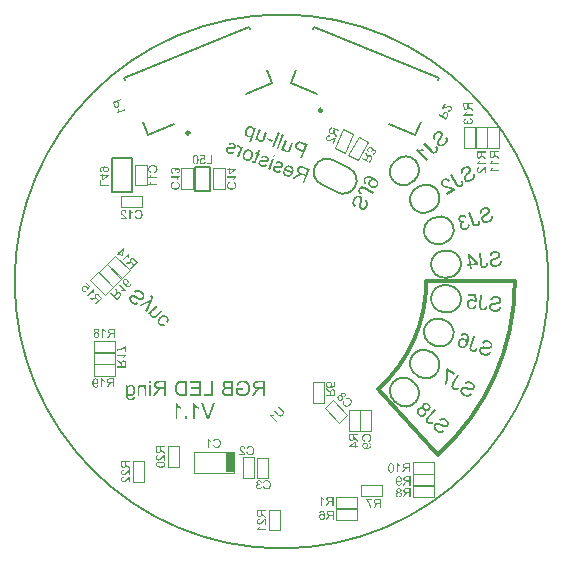
<source format=gbo>
G04*
G04 #@! TF.GenerationSoftware,Altium Limited,Altium Designer,21.9.2 (33)*
G04*
G04 Layer_Color=32896*
%FSLAX25Y25*%
%MOIN*%
G70*
G04*
G04 #@! TF.SameCoordinates,A2EF98D1-1A14-4516-B8CD-8696FD8A9C0B*
G04*
G04*
G04 #@! TF.FilePolarity,Positive*
G04*
G01*
G75*
%ADD10C,0.00811*%
%ADD120C,0.00600*%
%ADD121C,0.00984*%
%ADD122C,0.00394*%
%ADD123C,0.01181*%
%ADD124C,0.00400*%
%ADD125C,0.00787*%
%ADD126R,0.02559X0.07087*%
G36*
X-10326Y51787D02*
X-10193Y51766D01*
X-10086Y51739D01*
X-10036Y51727D01*
X-10000Y51721D01*
X-9925Y51691D01*
X-9806Y51636D01*
X-9703Y51580D01*
X-9616Y51522D01*
X-9545Y51462D01*
X-9488Y51408D01*
X-9442Y51367D01*
X-9420Y51342D01*
X-9409Y51330D01*
X-9350Y51244D01*
X-9292Y51151D01*
X-9249Y51063D01*
X-9215Y50971D01*
X-9182Y50895D01*
X-9167Y50834D01*
X-9150Y50796D01*
X-9149Y50780D01*
X-8972Y51227D01*
X-8450Y51021D01*
X-10313Y46317D01*
X-10889Y46545D01*
X-10234Y48199D01*
X-10315Y48153D01*
X-10400Y48116D01*
X-10489Y48088D01*
X-10560Y48069D01*
X-10630Y48050D01*
X-10682Y48039D01*
X-10721Y48039D01*
X-10730Y48035D01*
X-10834Y48029D01*
X-10933Y48037D01*
X-11029Y48051D01*
X-11116Y48070D01*
X-11187Y48090D01*
X-11243Y48105D01*
X-11291Y48123D01*
X-11431Y48187D01*
X-11562Y48270D01*
X-11671Y48352D01*
X-11770Y48439D01*
X-11849Y48517D01*
X-11903Y48578D01*
X-11925Y48602D01*
X-11940Y48623D01*
X-11944Y48633D01*
X-11951Y48636D01*
X-12042Y48782D01*
X-12110Y48926D01*
X-12165Y49065D01*
X-12199Y49197D01*
X-12222Y49316D01*
X-12240Y49409D01*
X-12243Y49441D01*
X-12249Y49467D01*
X-12250Y49483D01*
X-12247Y49490D01*
X-12244Y49677D01*
X-12227Y49858D01*
X-12199Y50028D01*
X-12167Y50188D01*
X-12132Y50315D01*
X-12111Y50369D01*
X-12099Y50419D01*
X-12083Y50460D01*
X-12072Y50487D01*
X-12067Y50501D01*
X-12064Y50507D01*
X-11987Y50681D01*
X-11900Y50842D01*
X-11814Y50981D01*
X-11726Y51103D01*
X-11649Y51198D01*
X-11617Y51240D01*
X-11587Y51275D01*
X-11563Y51297D01*
X-11548Y51315D01*
X-11536Y51326D01*
X-11534Y51332D01*
X-11409Y51448D01*
X-11277Y51544D01*
X-11153Y51621D01*
X-11037Y51677D01*
X-10935Y51715D01*
X-10853Y51745D01*
X-10801Y51756D01*
X-10789Y51767D01*
X-10782Y51764D01*
X-10624Y51788D01*
X-10471Y51798D01*
X-10326Y51787D01*
D02*
G37*
G36*
X-2952Y47205D02*
X-3180Y46628D01*
X-4962Y47334D01*
X-4734Y47910D01*
X-2952Y47205D01*
D02*
G37*
G36*
X-6972Y50436D02*
X-7694Y48612D01*
X-7749Y48454D01*
X-7796Y48316D01*
X-7828Y48195D01*
X-7846Y48092D01*
X-7855Y48009D01*
X-7863Y47950D01*
X-7867Y47920D01*
X-7865Y47904D01*
X-7857Y47806D01*
X-7836Y47720D01*
X-7806Y47637D01*
X-7773Y47562D01*
X-7742Y47502D01*
X-7712Y47459D01*
X-7693Y47428D01*
X-7682Y47416D01*
X-7610Y47340D01*
X-7536Y47271D01*
X-7462Y47219D01*
X-7396Y47169D01*
X-7337Y47138D01*
X-7293Y47113D01*
X-7245Y47094D01*
X-7148Y47063D01*
X-7061Y47044D01*
X-6978Y47035D01*
X-6907Y47038D01*
X-6844Y47037D01*
X-6802Y47044D01*
X-6770Y47047D01*
X-6760Y47051D01*
X-6678Y47081D01*
X-6609Y47116D01*
X-6544Y47161D01*
X-6489Y47202D01*
X-6447Y47248D01*
X-6417Y47283D01*
X-6393Y47305D01*
X-6390Y47312D01*
X-6347Y47381D01*
X-6306Y47466D01*
X-6259Y47565D01*
X-6218Y47667D01*
X-6174Y47759D01*
X-6144Y47834D01*
X-6131Y47868D01*
X-6123Y47888D01*
X-6118Y47902D01*
X-6115Y47908D01*
X-5366Y49799D01*
X-4790Y49571D01*
X-5625Y47463D01*
X-5676Y47335D01*
X-5728Y47222D01*
X-5770Y47137D01*
X-5809Y47058D01*
X-5830Y47004D01*
X-5853Y46966D01*
X-5871Y46941D01*
X-5873Y46935D01*
X-5929Y46854D01*
X-5988Y46784D01*
X-6044Y46720D01*
X-6103Y46672D01*
X-6151Y46629D01*
X-6185Y46603D01*
X-6209Y46582D01*
X-6219Y46577D01*
X-6297Y46538D01*
X-6380Y46508D01*
X-6459Y46485D01*
X-6543Y46471D01*
X-6611Y46458D01*
X-6669Y46450D01*
X-6701Y46447D01*
X-6718Y46446D01*
X-6836Y46445D01*
X-6941Y46456D01*
X-7044Y46473D01*
X-7138Y46494D01*
X-7215Y46517D01*
X-7278Y46534D01*
X-7326Y46553D01*
X-7445Y46608D01*
X-7559Y46677D01*
X-7657Y46747D01*
X-7752Y46824D01*
X-7828Y46909D01*
X-7897Y46991D01*
X-7960Y47071D01*
X-8013Y47155D01*
X-8059Y47236D01*
X-8095Y47305D01*
X-8121Y47378D01*
X-8145Y47434D01*
X-8166Y47482D01*
X-8175Y47517D01*
X-8181Y47543D01*
X-8185Y47552D01*
X-8381Y47057D01*
X-8896Y47261D01*
X-7548Y50664D01*
X-6972Y50436D01*
D02*
G37*
G36*
X-640Y49418D02*
X-2498Y44727D01*
X-3074Y44956D01*
X-1216Y49646D01*
X-640Y49418D01*
D02*
G37*
G36*
X-16846Y46274D02*
X-16714Y46269D01*
X-16581Y46248D01*
X-16455Y46230D01*
X-16342Y46200D01*
X-16237Y46167D01*
X-16160Y46144D01*
X-15997Y46079D01*
X-15908Y46028D01*
X-15829Y45989D01*
X-15760Y45946D01*
X-15704Y45909D01*
X-15662Y45876D01*
X-15638Y45859D01*
X-15627Y45847D01*
X-15556Y45787D01*
X-15493Y45731D01*
X-15442Y45679D01*
X-15399Y45631D01*
X-15366Y45594D01*
X-15347Y45563D01*
X-15329Y45548D01*
X-15325Y45539D01*
X-15276Y45465D01*
X-15244Y45389D01*
X-15220Y45309D01*
X-15199Y45246D01*
X-15183Y45185D01*
X-15177Y45143D01*
X-15174Y45110D01*
X-15170Y45101D01*
X-15165Y45013D01*
X-15165Y44934D01*
X-15181Y44855D01*
X-15191Y44788D01*
X-15209Y44724D01*
X-15218Y44681D01*
X-15229Y44654D01*
X-15234Y44640D01*
X-15279Y44548D01*
X-15325Y44472D01*
X-15377Y44399D01*
X-15424Y44339D01*
X-15466Y44293D01*
X-15505Y44254D01*
X-15529Y44232D01*
X-15539Y44228D01*
X-15623Y44175D01*
X-15708Y44138D01*
X-15790Y44108D01*
X-15870Y44085D01*
X-15938Y44072D01*
X-15989Y44061D01*
X-16022Y44058D01*
X-16038Y44057D01*
X-16093Y44055D01*
X-16165Y44052D01*
X-16319Y44059D01*
X-16478Y44074D01*
X-16646Y44086D01*
X-16788Y44103D01*
X-16857Y44107D01*
X-16917Y44115D01*
X-16963Y44117D01*
X-16999Y44124D01*
X-17022Y44125D01*
X-17029Y44128D01*
X-17125Y44142D01*
X-17208Y44152D01*
X-17284Y44158D01*
X-17353Y44162D01*
X-17412Y44170D01*
X-17468Y44168D01*
X-17560Y44173D01*
X-17622Y44175D01*
X-17664Y44168D01*
X-17687Y44169D01*
X-17696Y44165D01*
X-17774Y44148D01*
X-17836Y44110D01*
X-17888Y44076D01*
X-17928Y44037D01*
X-17960Y43995D01*
X-17980Y43964D01*
X-17991Y43936D01*
X-17993Y43930D01*
X-18019Y43846D01*
X-18025Y43770D01*
X-18018Y43689D01*
X-18006Y43621D01*
X-17984Y43558D01*
X-17970Y43513D01*
X-17951Y43482D01*
X-17947Y43472D01*
X-17887Y43386D01*
X-17813Y43317D01*
X-17722Y43250D01*
X-17635Y43192D01*
X-17552Y43143D01*
X-17487Y43110D01*
X-17419Y43083D01*
X-17274Y43033D01*
X-17144Y43005D01*
X-17032Y42992D01*
X-16930Y42991D01*
X-16849Y42998D01*
X-16784Y43004D01*
X-16749Y43013D01*
X-16733Y43015D01*
X-16629Y43060D01*
X-16533Y43124D01*
X-16457Y43196D01*
X-16391Y43264D01*
X-16334Y43328D01*
X-16294Y43390D01*
X-16264Y43425D01*
X-16262Y43432D01*
X-16259Y43439D01*
X-15725Y43125D01*
X-15847Y42954D01*
X-15975Y42809D01*
X-16104Y42703D01*
X-16224Y42617D01*
X-16329Y42549D01*
X-16414Y42512D01*
X-16471Y42488D01*
X-16480Y42484D01*
X-16490Y42480D01*
X-16577Y42459D01*
X-16667Y42448D01*
X-16857Y42445D01*
X-17045Y42464D01*
X-17221Y42495D01*
X-17301Y42511D01*
X-17371Y42531D01*
X-17442Y42551D01*
X-17496Y42572D01*
X-17546Y42584D01*
X-17607Y42608D01*
X-17754Y42674D01*
X-17877Y42739D01*
X-17991Y42807D01*
X-18089Y42878D01*
X-18166Y42939D01*
X-18226Y42987D01*
X-18261Y43016D01*
X-18265Y43026D01*
X-18272Y43029D01*
X-18363Y43135D01*
X-18434Y43234D01*
X-18488Y43334D01*
X-18539Y43424D01*
X-18571Y43500D01*
X-18586Y43561D01*
X-18603Y43599D01*
X-18604Y43615D01*
X-18621Y43731D01*
X-18621Y43849D01*
X-18620Y43951D01*
X-18609Y44040D01*
X-18593Y44120D01*
X-18578Y44177D01*
X-18564Y44211D01*
X-18559Y44224D01*
X-18509Y44330D01*
X-18458Y44420D01*
X-18399Y44490D01*
X-18349Y44557D01*
X-18298Y44607D01*
X-18255Y44637D01*
X-18230Y44659D01*
X-18221Y44663D01*
X-18140Y44709D01*
X-18055Y44746D01*
X-17972Y44776D01*
X-17895Y44792D01*
X-17820Y44802D01*
X-17772Y44806D01*
X-17739Y44809D01*
X-17723Y44811D01*
X-17668Y44812D01*
X-17605Y44811D01*
X-17458Y44807D01*
X-17297Y44798D01*
X-17138Y44783D01*
X-16993Y44772D01*
X-16927Y44762D01*
X-16874Y44757D01*
X-16828Y44754D01*
X-16792Y44747D01*
X-16769Y44746D01*
X-16762Y44743D01*
X-16679Y44734D01*
X-16603Y44728D01*
X-16537Y44717D01*
X-16475Y44716D01*
X-16378Y44701D01*
X-16303Y44695D01*
X-16247Y44697D01*
X-16217Y44693D01*
X-16201Y44694D01*
X-16194Y44691D01*
X-16129Y44697D01*
X-16074Y44698D01*
X-16022Y44709D01*
X-15987Y44719D01*
X-15952Y44729D01*
X-15931Y44744D01*
X-15921Y44748D01*
X-15912Y44752D01*
X-15844Y44804D01*
X-15797Y44863D01*
X-15786Y44890D01*
X-15771Y44908D01*
X-15766Y44921D01*
X-15763Y44928D01*
X-15746Y44992D01*
X-15742Y45061D01*
X-15748Y45126D01*
X-15766Y45180D01*
X-15777Y45232D01*
X-15793Y45269D01*
X-15808Y45291D01*
X-15812Y45300D01*
X-15868Y45377D01*
X-15942Y45446D01*
X-16029Y45504D01*
X-16109Y45559D01*
X-16195Y45601D01*
X-16260Y45635D01*
X-16328Y45661D01*
X-16445Y45700D01*
X-16559Y45730D01*
X-16658Y45737D01*
X-16737Y45737D01*
X-16808Y45734D01*
X-16860Y45723D01*
X-16892Y45720D01*
X-16902Y45716D01*
X-16994Y45682D01*
X-17068Y45633D01*
X-17135Y45581D01*
X-17194Y45534D01*
X-17238Y45481D01*
X-17270Y45439D01*
X-17288Y45415D01*
X-17293Y45401D01*
X-17826Y45698D01*
X-17754Y45803D01*
X-17686Y45894D01*
X-17617Y45968D01*
X-17551Y46036D01*
X-17496Y46077D01*
X-17450Y46114D01*
X-17426Y46136D01*
X-17416Y46140D01*
X-17328Y46183D01*
X-17236Y46217D01*
X-17141Y46242D01*
X-17047Y46260D01*
X-16966Y46267D01*
X-16901Y46273D01*
X-16862Y46273D01*
X-16852Y46277D01*
X-16846Y46274D01*
D02*
G37*
G36*
X817Y48840D02*
X-1041Y44150D01*
X-1617Y44378D01*
X241Y49069D01*
X817Y48840D01*
D02*
G37*
G36*
X1771Y46973D02*
X1049Y45150D01*
X994Y44991D01*
X947Y44853D01*
X915Y44732D01*
X898Y44629D01*
X889Y44547D01*
X881Y44487D01*
X877Y44457D01*
X878Y44441D01*
X887Y44344D01*
X907Y44257D01*
X937Y44175D01*
X970Y44099D01*
X1001Y44039D01*
X1031Y43996D01*
X1050Y43965D01*
X1061Y43953D01*
X1133Y43878D01*
X1208Y43809D01*
X1281Y43756D01*
X1348Y43706D01*
X1406Y43675D01*
X1451Y43650D01*
X1498Y43631D01*
X1596Y43600D01*
X1682Y43582D01*
X1765Y43572D01*
X1837Y43575D01*
X1899Y43574D01*
X1941Y43581D01*
X1973Y43584D01*
X1983Y43588D01*
X2066Y43618D01*
X2134Y43654D01*
X2199Y43698D01*
X2255Y43739D01*
X2296Y43785D01*
X2326Y43821D01*
X2350Y43842D01*
X2353Y43849D01*
X2396Y43918D01*
X2438Y44004D01*
X2485Y44103D01*
X2525Y44205D01*
X2569Y44297D01*
X2599Y44371D01*
X2612Y44405D01*
X2620Y44425D01*
X2626Y44439D01*
X2629Y44446D01*
X3377Y46337D01*
X3954Y46109D01*
X3119Y44001D01*
X3068Y43872D01*
X3015Y43759D01*
X2974Y43674D01*
X2935Y43595D01*
X2913Y43541D01*
X2890Y43503D01*
X2873Y43479D01*
X2870Y43472D01*
X2815Y43392D01*
X2756Y43321D01*
X2699Y43257D01*
X2641Y43210D01*
X2592Y43166D01*
X2558Y43141D01*
X2534Y43119D01*
X2525Y43115D01*
X2446Y43075D01*
X2364Y43045D01*
X2284Y43022D01*
X2200Y43008D01*
X2133Y42996D01*
X2074Y42987D01*
X2042Y42985D01*
X2026Y42983D01*
X1908Y42983D01*
X1802Y42993D01*
X1699Y43010D01*
X1606Y43032D01*
X1529Y43054D01*
X1465Y43072D01*
X1417Y43091D01*
X1298Y43146D01*
X1184Y43214D01*
X1087Y43284D01*
X991Y43361D01*
X915Y43446D01*
X846Y43529D01*
X783Y43608D01*
X730Y43692D01*
X684Y43773D01*
X649Y43842D01*
X623Y43915D01*
X598Y43972D01*
X578Y44019D01*
X568Y44054D01*
X563Y44080D01*
X558Y44089D01*
X363Y43595D01*
X-153Y43799D01*
X1195Y47201D01*
X1771Y46973D01*
D02*
G37*
G36*
X-7120Y43450D02*
X-7453Y42609D01*
X-7026Y42440D01*
X-7203Y41993D01*
X-7630Y42162D01*
X-8409Y40196D01*
X-8446Y40102D01*
X-8478Y40020D01*
X-8515Y39948D01*
X-8551Y39876D01*
X-8575Y39816D01*
X-8603Y39764D01*
X-8652Y39681D01*
X-8692Y39619D01*
X-8718Y39574D01*
X-8742Y39552D01*
X-8745Y39546D01*
X-8796Y39495D01*
X-8855Y39464D01*
X-8915Y39433D01*
X-8962Y39412D01*
X-9016Y39394D01*
X-9051Y39385D01*
X-9077Y39379D01*
X-9087Y39375D01*
X-9175Y39371D01*
X-9257Y39380D01*
X-9347Y39392D01*
X-9431Y39417D01*
X-9501Y39437D01*
X-9558Y39452D01*
X-9612Y39474D01*
X-9759Y39539D01*
X-9831Y39576D01*
X-9893Y39616D01*
X-9951Y39647D01*
X-9996Y39673D01*
X-10020Y39690D01*
X-10034Y39696D01*
X-9758Y40174D01*
X-9707Y40146D01*
X-9655Y40118D01*
X-9608Y40099D01*
X-9576Y40079D01*
X-9509Y40052D01*
X-9418Y40024D01*
X-9351Y40013D01*
X-9312Y40013D01*
X-9296Y40015D01*
X-9235Y40030D01*
X-9194Y40053D01*
X-9164Y40072D01*
X-9151Y40083D01*
X-9131Y40114D01*
X-9105Y40159D01*
X-9056Y40265D01*
X-9030Y40309D01*
X-9014Y40350D01*
X-9003Y40377D01*
X-8998Y40391D01*
X-8206Y42390D01*
X-8789Y42621D01*
X-8612Y43068D01*
X-8029Y42838D01*
X-7559Y44024D01*
X-7120Y43450D01*
D02*
G37*
G36*
X-14335Y45366D02*
X-14236Y45359D01*
X-14156Y45343D01*
X-14093Y45325D01*
X-14045Y45307D01*
X-13973Y45270D01*
X-13911Y45230D01*
X-13851Y45183D01*
X-13805Y45141D01*
X-13773Y45104D01*
X-13740Y45068D01*
X-13725Y45046D01*
X-13721Y45037D01*
X-13681Y44958D01*
X-13647Y44866D01*
X-13618Y44761D01*
X-13594Y44665D01*
X-13569Y44569D01*
X-13559Y44495D01*
X-13551Y44436D01*
X-13547Y44427D01*
X-13343Y44942D01*
X-12821Y44735D01*
X-14168Y41333D01*
X-14745Y41561D01*
X-14041Y43337D01*
X-13994Y43475D01*
X-13953Y43600D01*
X-13921Y43720D01*
X-13901Y43830D01*
X-13889Y43919D01*
X-13878Y43986D01*
X-13869Y44029D01*
X-13870Y44045D01*
X-13868Y44131D01*
X-13878Y44205D01*
X-13890Y44273D01*
X-13905Y44334D01*
X-13926Y44381D01*
X-13935Y44416D01*
X-13950Y44438D01*
X-13954Y44447D01*
X-13993Y44509D01*
X-14043Y44561D01*
X-14096Y44605D01*
X-14138Y44637D01*
X-14183Y44663D01*
X-14214Y44683D01*
X-14248Y44697D01*
X-14325Y44719D01*
X-14405Y44735D01*
X-14487Y44745D01*
X-14557Y44748D01*
X-14619Y44750D01*
X-14668Y44745D01*
X-14700Y44742D01*
X-14709Y44738D01*
X-14710Y45350D01*
X-14571Y45366D01*
X-14444Y45370D01*
X-14335Y45366D01*
D02*
G37*
G36*
X-2110Y41983D02*
X-2371Y41326D01*
X-2947Y41554D01*
X-2686Y42211D01*
X-2110Y41983D01*
D02*
G37*
G36*
X6025Y46668D02*
X6115Y46656D01*
X6181Y46646D01*
X6234Y46640D01*
X6248Y46635D01*
X6355Y46608D01*
X6475Y46576D01*
X6600Y46535D01*
X6718Y46496D01*
X6822Y46462D01*
X8747Y45700D01*
X6890Y41010D01*
X6266Y41257D01*
X7020Y43161D01*
X5821Y43636D01*
X5647Y43713D01*
X5483Y43794D01*
X5342Y43873D01*
X5217Y43954D01*
X5099Y44032D01*
X5004Y44109D01*
X4919Y44190D01*
X4846Y44265D01*
X4785Y44329D01*
X4734Y44396D01*
X4693Y44451D01*
X4666Y44502D01*
X4640Y44535D01*
X4628Y44564D01*
X4619Y44583D01*
X4615Y44592D01*
X4580Y44700D01*
X4551Y44806D01*
X4536Y44906D01*
X4523Y45013D01*
X4517Y45117D01*
X4522Y45209D01*
X4537Y45384D01*
X4553Y45464D01*
X4566Y45537D01*
X4583Y45601D01*
X4595Y45651D01*
X4607Y45701D01*
X4618Y45728D01*
X4626Y45748D01*
X4629Y45755D01*
X4687Y45881D01*
X4749Y45998D01*
X4819Y46095D01*
X4876Y46182D01*
X4936Y46253D01*
X4987Y46303D01*
X5014Y46332D01*
X5026Y46343D01*
X5121Y46423D01*
X5223Y46484D01*
X5317Y46541D01*
X5402Y46578D01*
X5475Y46604D01*
X5531Y46628D01*
X5567Y46638D01*
X5583Y46639D01*
X5692Y46659D01*
X5813Y46666D01*
X5924Y46669D01*
X6025Y46668D01*
D02*
G37*
G36*
X-5913Y41945D02*
X-5782Y41940D01*
X-5649Y41918D01*
X-5523Y41900D01*
X-5409Y41870D01*
X-5305Y41837D01*
X-5227Y41814D01*
X-5065Y41750D01*
X-4975Y41699D01*
X-4896Y41660D01*
X-4827Y41617D01*
X-4772Y41579D01*
X-4730Y41547D01*
X-4705Y41529D01*
X-4694Y41517D01*
X-4624Y41458D01*
X-4560Y41401D01*
X-4510Y41350D01*
X-4466Y41301D01*
X-4434Y41265D01*
X-4414Y41234D01*
X-4397Y41219D01*
X-4393Y41209D01*
X-4344Y41135D01*
X-4311Y41059D01*
X-4288Y40980D01*
X-4266Y40916D01*
X-4251Y40855D01*
X-4244Y40813D01*
X-4241Y40781D01*
X-4237Y40771D01*
X-4233Y40683D01*
X-4232Y40605D01*
X-4248Y40525D01*
X-4259Y40459D01*
X-4276Y40395D01*
X-4286Y40351D01*
X-4296Y40324D01*
X-4302Y40311D01*
X-4346Y40218D01*
X-4392Y40143D01*
X-4444Y40069D01*
X-4492Y40010D01*
X-4533Y39963D01*
X-4572Y39924D01*
X-4597Y39902D01*
X-4606Y39898D01*
X-4690Y39845D01*
X-4775Y39808D01*
X-4858Y39778D01*
X-4937Y39755D01*
X-5005Y39742D01*
X-5056Y39731D01*
X-5089Y39729D01*
X-5105Y39727D01*
X-5161Y39726D01*
X-5232Y39723D01*
X-5387Y39729D01*
X-5545Y39745D01*
X-5713Y39756D01*
X-5855Y39773D01*
X-5924Y39777D01*
X-5984Y39785D01*
X-6030Y39788D01*
X-6067Y39794D01*
X-6089Y39796D01*
X-6096Y39798D01*
X-6193Y39813D01*
X-6275Y39822D01*
X-6351Y39829D01*
X-6420Y39832D01*
X-6480Y39840D01*
X-6535Y39839D01*
X-6627Y39844D01*
X-6689Y39845D01*
X-6731Y39838D01*
X-6754Y39839D01*
X-6764Y39835D01*
X-6841Y39819D01*
X-6903Y39781D01*
X-6956Y39747D01*
X-6995Y39707D01*
X-7027Y39665D01*
X-7047Y39634D01*
X-7058Y39607D01*
X-7061Y39600D01*
X-7086Y39516D01*
X-7093Y39440D01*
X-7086Y39359D01*
X-7073Y39291D01*
X-7051Y39228D01*
X-7038Y39183D01*
X-7019Y39152D01*
X-7015Y39143D01*
X-6955Y39056D01*
X-6880Y38987D01*
X-6789Y38920D01*
X-6702Y38862D01*
X-6620Y38814D01*
X-6554Y38780D01*
X-6487Y38753D01*
X-6342Y38704D01*
X-6212Y38676D01*
X-6099Y38662D01*
X-5998Y38662D01*
X-5917Y38669D01*
X-5852Y38674D01*
X-5816Y38684D01*
X-5800Y38685D01*
X-5696Y38730D01*
X-5600Y38794D01*
X-5525Y38866D01*
X-5458Y38934D01*
X-5402Y38998D01*
X-5361Y39060D01*
X-5332Y39096D01*
X-5329Y39102D01*
X-5326Y39109D01*
X-4792Y38796D01*
X-4915Y38625D01*
X-5043Y38479D01*
X-5171Y38373D01*
X-5291Y38288D01*
X-5396Y38220D01*
X-5482Y38183D01*
X-5538Y38158D01*
X-5548Y38154D01*
X-5557Y38150D01*
X-5644Y38129D01*
X-5734Y38118D01*
X-5924Y38115D01*
X-6112Y38135D01*
X-6288Y38165D01*
X-6368Y38181D01*
X-6439Y38201D01*
X-6509Y38221D01*
X-6563Y38243D01*
X-6614Y38255D01*
X-6675Y38279D01*
X-6821Y38345D01*
X-6944Y38409D01*
X-7058Y38478D01*
X-7156Y38548D01*
X-7233Y38610D01*
X-7293Y38657D01*
X-7328Y38687D01*
X-7333Y38696D01*
X-7339Y38699D01*
X-7430Y38805D01*
X-7501Y38904D01*
X-7556Y39004D01*
X-7606Y39095D01*
X-7639Y39170D01*
X-7654Y39231D01*
X-7670Y39269D01*
X-7672Y39285D01*
X-7688Y39402D01*
X-7689Y39519D01*
X-7688Y39621D01*
X-7676Y39710D01*
X-7660Y39790D01*
X-7645Y39847D01*
X-7632Y39881D01*
X-7626Y39895D01*
X-7577Y40000D01*
X-7525Y40090D01*
X-7466Y40161D01*
X-7416Y40227D01*
X-7365Y40277D01*
X-7322Y40307D01*
X-7298Y40329D01*
X-7288Y40333D01*
X-7207Y40379D01*
X-7122Y40416D01*
X-7039Y40446D01*
X-6962Y40463D01*
X-6888Y40472D01*
X-6839Y40477D01*
X-6807Y40479D01*
X-6790Y40481D01*
X-6735Y40483D01*
X-6673Y40481D01*
X-6525Y40478D01*
X-6364Y40469D01*
X-6205Y40453D01*
X-6061Y40443D01*
X-5994Y40432D01*
X-5941Y40427D01*
X-5895Y40424D01*
X-5859Y40418D01*
X-5836Y40416D01*
X-5829Y40414D01*
X-5746Y40405D01*
X-5671Y40398D01*
X-5604Y40387D01*
X-5542Y40386D01*
X-5446Y40372D01*
X-5370Y40365D01*
X-5314Y40367D01*
X-5285Y40363D01*
X-5268Y40364D01*
X-5262Y40362D01*
X-5197Y40367D01*
X-5141Y40369D01*
X-5090Y40380D01*
X-5055Y40389D01*
X-5020Y40399D01*
X-4998Y40414D01*
X-4988Y40418D01*
X-4979Y40422D01*
X-4911Y40474D01*
X-4864Y40534D01*
X-4854Y40561D01*
X-4839Y40578D01*
X-4833Y40592D01*
X-4831Y40599D01*
X-4813Y40662D01*
X-4809Y40731D01*
X-4815Y40796D01*
X-4833Y40850D01*
X-4844Y40902D01*
X-4860Y40940D01*
X-4875Y40961D01*
X-4879Y40971D01*
X-4935Y41048D01*
X-5010Y41116D01*
X-5097Y41174D01*
X-5177Y41230D01*
X-5262Y41271D01*
X-5327Y41305D01*
X-5395Y41332D01*
X-5513Y41371D01*
X-5627Y41400D01*
X-5725Y41408D01*
X-5804Y41407D01*
X-5876Y41405D01*
X-5927Y41394D01*
X-5960Y41391D01*
X-5969Y41387D01*
X-6061Y41352D01*
X-6135Y41304D01*
X-6203Y41252D01*
X-6261Y41204D01*
X-6305Y41151D01*
X-6338Y41109D01*
X-6355Y41085D01*
X-6361Y41071D01*
X-6894Y41369D01*
X-6821Y41473D01*
X-6753Y41564D01*
X-6685Y41639D01*
X-6619Y41707D01*
X-6563Y41747D01*
X-6517Y41784D01*
X-6493Y41806D01*
X-6484Y41810D01*
X-6396Y41854D01*
X-6304Y41888D01*
X-6208Y41912D01*
X-6115Y41930D01*
X-6033Y41937D01*
X-5968Y41943D01*
X-5929Y41943D01*
X-5920Y41947D01*
X-5913Y41945D01*
D02*
G37*
G36*
X-11163Y44032D02*
X-10956Y44020D01*
X-10862Y43999D01*
X-10782Y43983D01*
X-10709Y43970D01*
X-10646Y43952D01*
X-10595Y43940D01*
X-10528Y43913D01*
X-10415Y43861D01*
X-10309Y43811D01*
X-10118Y43681D01*
X-9959Y43547D01*
X-9891Y43481D01*
X-9830Y43418D01*
X-9776Y43357D01*
X-9735Y43301D01*
X-9694Y43246D01*
X-9664Y43203D01*
X-9641Y43162D01*
X-9622Y43131D01*
X-9611Y43119D01*
X-9607Y43110D01*
X-9547Y42984D01*
X-9513Y42853D01*
X-9481Y42715D01*
X-9470Y42585D01*
X-9461Y42448D01*
X-9469Y42310D01*
X-9481Y42182D01*
X-9497Y42062D01*
X-9512Y41943D01*
X-9536Y41843D01*
X-9560Y41743D01*
X-9583Y41665D01*
X-9610Y41598D01*
X-9622Y41547D01*
X-9633Y41520D01*
X-9638Y41507D01*
X-9707Y41354D01*
X-9779Y41210D01*
X-9853Y41082D01*
X-9931Y40964D01*
X-10011Y40863D01*
X-10088Y40767D01*
X-10169Y40682D01*
X-10244Y40610D01*
X-10317Y40545D01*
X-10385Y40493D01*
X-10440Y40452D01*
X-10493Y40418D01*
X-10536Y40388D01*
X-10567Y40369D01*
X-10586Y40361D01*
X-10595Y40357D01*
X-10716Y40310D01*
X-10831Y40277D01*
X-10950Y40254D01*
X-11066Y40238D01*
X-11177Y40234D01*
X-11295Y40234D01*
X-11499Y40252D01*
X-11586Y40271D01*
X-11673Y40290D01*
X-11746Y40303D01*
X-11810Y40320D01*
X-11866Y40335D01*
X-11934Y40362D01*
X-12094Y40433D01*
X-12233Y40519D01*
X-12361Y40609D01*
X-12463Y40689D01*
X-12549Y40770D01*
X-12584Y40799D01*
X-12613Y40826D01*
X-12641Y40853D01*
X-12656Y40875D01*
X-12660Y40885D01*
X-12667Y40887D01*
X-12768Y41029D01*
X-12845Y41170D01*
X-12909Y41305D01*
X-12953Y41432D01*
X-12982Y41537D01*
X-13002Y41624D01*
X-13005Y41656D01*
X-13011Y41682D01*
X-13015Y41691D01*
X-13012Y41698D01*
X-13018Y41881D01*
X-12999Y42069D01*
X-12972Y42255D01*
X-12925Y42432D01*
X-12910Y42512D01*
X-12883Y42580D01*
X-12863Y42650D01*
X-12848Y42707D01*
X-12829Y42755D01*
X-12816Y42789D01*
X-12808Y42809D01*
X-12805Y42816D01*
X-12739Y42962D01*
X-12672Y43092D01*
X-12600Y43213D01*
X-12525Y43324D01*
X-12446Y43426D01*
X-12365Y43512D01*
X-12284Y43597D01*
X-12211Y43663D01*
X-12141Y43721D01*
X-12073Y43773D01*
X-12008Y43818D01*
X-11956Y43852D01*
X-11915Y43875D01*
X-11884Y43894D01*
X-11865Y43902D01*
X-11856Y43906D01*
X-11735Y43953D01*
X-11620Y43985D01*
X-11499Y44016D01*
X-11385Y44025D01*
X-11271Y44035D01*
X-11163Y44032D01*
D02*
G37*
G36*
X-1175Y40068D02*
X-1044Y40063D01*
X-911Y40042D01*
X-785Y40024D01*
X-671Y39994D01*
X-567Y39961D01*
X-490Y39938D01*
X-327Y39874D01*
X-237Y39823D01*
X-159Y39783D01*
X-90Y39740D01*
X-34Y39703D01*
X8Y39670D01*
X33Y39653D01*
X43Y39641D01*
X114Y39581D01*
X178Y39525D01*
X228Y39473D01*
X271Y39425D01*
X304Y39388D01*
X323Y39357D01*
X341Y39342D01*
X345Y39333D01*
X394Y39259D01*
X427Y39183D01*
X450Y39103D01*
X472Y39040D01*
X487Y38979D01*
X494Y38937D01*
X497Y38904D01*
X501Y38895D01*
X505Y38807D01*
X505Y38728D01*
X489Y38649D01*
X479Y38582D01*
X461Y38519D01*
X452Y38475D01*
X441Y38448D01*
X436Y38434D01*
X392Y38342D01*
X346Y38266D01*
X293Y38193D01*
X246Y38133D01*
X204Y38087D01*
X165Y38048D01*
X141Y38026D01*
X132Y38022D01*
X48Y37969D01*
X-37Y37932D01*
X-120Y37902D01*
X-200Y37879D01*
X-267Y37866D01*
X-319Y37855D01*
X-351Y37852D01*
X-367Y37851D01*
X-423Y37849D01*
X-495Y37846D01*
X-649Y37853D01*
X-807Y37868D01*
X-975Y37880D01*
X-1118Y37897D01*
X-1187Y37901D01*
X-1246Y37909D01*
X-1292Y37911D01*
X-1329Y37918D01*
X-1352Y37919D01*
X-1359Y37922D01*
X-1455Y37937D01*
X-1537Y37946D01*
X-1613Y37952D01*
X-1682Y37956D01*
X-1742Y37964D01*
X-1797Y37962D01*
X-1889Y37968D01*
X-1952Y37969D01*
X-1994Y37962D01*
X-2017Y37963D01*
X-2026Y37959D01*
X-2103Y37942D01*
X-2165Y37904D01*
X-2218Y37870D01*
X-2257Y37831D01*
X-2290Y37789D01*
X-2310Y37758D01*
X-2321Y37731D01*
X-2323Y37724D01*
X-2349Y37640D01*
X-2355Y37564D01*
X-2348Y37483D01*
X-2336Y37415D01*
X-2314Y37352D01*
X-2300Y37307D01*
X-2281Y37276D01*
X-2277Y37266D01*
X-2217Y37180D01*
X-2142Y37111D01*
X-2051Y37044D01*
X-1965Y36986D01*
X-1882Y36937D01*
X-1817Y36904D01*
X-1749Y36877D01*
X-1604Y36827D01*
X-1474Y36799D01*
X-1362Y36786D01*
X-1260Y36785D01*
X-1179Y36792D01*
X-1114Y36798D01*
X-1079Y36808D01*
X-1062Y36809D01*
X-958Y36854D01*
X-862Y36918D01*
X-787Y36990D01*
X-721Y37058D01*
X-664Y37122D01*
X-624Y37184D01*
X-594Y37219D01*
X-591Y37226D01*
X-589Y37233D01*
X-54Y36919D01*
X-177Y36748D01*
X-305Y36603D01*
X-433Y36497D01*
X-553Y36411D01*
X-659Y36343D01*
X-744Y36307D01*
X-801Y36282D01*
X-810Y36278D01*
X-820Y36274D01*
X-906Y36253D01*
X-997Y36242D01*
X-1186Y36239D01*
X-1375Y36258D01*
X-1551Y36289D01*
X-1631Y36305D01*
X-1701Y36325D01*
X-1771Y36345D01*
X-1826Y36366D01*
X-1876Y36378D01*
X-1937Y36402D01*
X-2083Y36468D01*
X-2207Y36533D01*
X-2321Y36602D01*
X-2418Y36672D01*
X-2496Y36734D01*
X-2555Y36781D01*
X-2591Y36810D01*
X-2595Y36820D01*
X-2602Y36823D01*
X-2693Y36929D01*
X-2763Y37028D01*
X-2818Y37128D01*
X-2868Y37218D01*
X-2901Y37294D01*
X-2916Y37355D01*
X-2932Y37393D01*
X-2934Y37409D01*
X-2951Y37525D01*
X-2951Y37643D01*
X-2950Y37745D01*
X-2938Y37834D01*
X-2922Y37914D01*
X-2907Y37971D01*
X-2894Y38005D01*
X-2889Y38018D01*
X-2839Y38124D01*
X-2788Y38214D01*
X-2729Y38284D01*
X-2679Y38351D01*
X-2627Y38401D01*
X-2584Y38431D01*
X-2560Y38453D01*
X-2550Y38457D01*
X-2469Y38503D01*
X-2384Y38540D01*
X-2302Y38570D01*
X-2225Y38587D01*
X-2150Y38596D01*
X-2101Y38600D01*
X-2069Y38603D01*
X-2053Y38605D01*
X-1997Y38606D01*
X-1935Y38605D01*
X-1787Y38601D01*
X-1626Y38593D01*
X-1468Y38577D01*
X-1323Y38566D01*
X-1257Y38556D01*
X-1204Y38551D01*
X-1158Y38548D01*
X-1121Y38541D01*
X-1098Y38540D01*
X-1091Y38537D01*
X-1009Y38528D01*
X-933Y38522D01*
X-867Y38511D01*
X-804Y38510D01*
X-708Y38495D01*
X-632Y38489D01*
X-577Y38491D01*
X-547Y38487D01*
X-531Y38488D01*
X-524Y38485D01*
X-459Y38491D01*
X-404Y38493D01*
X-352Y38504D01*
X-317Y38513D01*
X-282Y38523D01*
X-260Y38538D01*
X-251Y38542D01*
X-241Y38546D01*
X-174Y38598D01*
X-126Y38657D01*
X-116Y38684D01*
X-101Y38702D01*
X-96Y38716D01*
X-93Y38722D01*
X-75Y38786D01*
X-72Y38855D01*
X-77Y38920D01*
X-95Y38974D01*
X-106Y39026D01*
X-123Y39063D01*
X-137Y39085D01*
X-142Y39094D01*
X-197Y39171D01*
X-272Y39240D01*
X-359Y39298D01*
X-439Y39353D01*
X-524Y39395D01*
X-589Y39429D01*
X-657Y39456D01*
X-775Y39494D01*
X-889Y39524D01*
X-988Y39531D01*
X-1066Y39531D01*
X-1138Y39528D01*
X-1190Y39517D01*
X-1222Y39514D01*
X-1231Y39510D01*
X-1323Y39476D01*
X-1398Y39427D01*
X-1465Y39376D01*
X-1523Y39328D01*
X-1568Y39275D01*
X-1600Y39233D01*
X-1617Y39209D01*
X-1623Y39195D01*
X-2156Y39492D01*
X-2083Y39597D01*
X-2016Y39688D01*
X-1947Y39762D01*
X-1881Y39830D01*
X-1826Y39871D01*
X-1780Y39908D01*
X-1755Y39930D01*
X-1746Y39934D01*
X-1658Y39977D01*
X-1566Y40012D01*
X-1470Y40036D01*
X-1377Y40054D01*
X-1296Y40061D01*
X-1231Y40067D01*
X-1191Y40067D01*
X-1182Y40071D01*
X-1175Y40068D01*
D02*
G37*
G36*
X-2620Y40696D02*
X-3968Y37293D01*
X-4544Y37521D01*
X-3196Y40924D01*
X-2620Y40696D01*
D02*
G37*
G36*
X2325Y38690D02*
X2433Y38686D01*
X2523Y38675D01*
X2619Y38660D01*
X2699Y38644D01*
X2772Y38631D01*
X2829Y38616D01*
X2879Y38604D01*
X2947Y38577D01*
X3073Y38519D01*
X3189Y38458D01*
X3297Y38392D01*
X3392Y38315D01*
X3480Y38241D01*
X3559Y38162D01*
X3631Y38087D01*
X3686Y38010D01*
X3745Y37940D01*
X3787Y37868D01*
X3825Y37806D01*
X3853Y37756D01*
X3873Y37709D01*
X3892Y37677D01*
X3900Y37659D01*
X3904Y37649D01*
X3941Y37525D01*
X3969Y37396D01*
X3990Y37270D01*
X4001Y37140D01*
X3996Y37009D01*
X3987Y36887D01*
X3955Y36649D01*
X3938Y36546D01*
X3914Y36446D01*
X3888Y36362D01*
X3866Y36284D01*
X3848Y36221D01*
X3832Y36180D01*
X3819Y36146D01*
X3816Y36139D01*
X3750Y35993D01*
X3680Y35856D01*
X3606Y35728D01*
X3531Y35617D01*
X3451Y35515D01*
X3374Y35420D01*
X3296Y35342D01*
X3221Y35269D01*
X3150Y35211D01*
X3083Y35159D01*
X3028Y35119D01*
X2975Y35085D01*
X2932Y35055D01*
X2901Y35036D01*
X2882Y35027D01*
X2872Y35023D01*
X2752Y34977D01*
X2637Y34944D01*
X2518Y34921D01*
X2395Y34907D01*
X2284Y34903D01*
X2166Y34903D01*
X1955Y34924D01*
X1861Y34945D01*
X1775Y34964D01*
X1695Y34980D01*
X1631Y34997D01*
X1581Y35009D01*
X1506Y35039D01*
X1302Y35136D01*
X1125Y35245D01*
X972Y35353D01*
X915Y35407D01*
X858Y35460D01*
X807Y35512D01*
X764Y35560D01*
X731Y35597D01*
X699Y35633D01*
X680Y35664D01*
X665Y35686D01*
X657Y35705D01*
X650Y35708D01*
X563Y35883D01*
X505Y36055D01*
X464Y36228D01*
X447Y36384D01*
X439Y36520D01*
X440Y36583D01*
X435Y36631D01*
X438Y36677D01*
X442Y36707D01*
X440Y36723D01*
X443Y36730D01*
X1069Y36568D01*
X1072Y36418D01*
X1091Y36286D01*
X1114Y36167D01*
X1139Y36071D01*
X1165Y35998D01*
X1189Y35941D01*
X1212Y35900D01*
X1216Y35891D01*
X1283Y35802D01*
X1355Y35726D01*
X1439Y35661D01*
X1512Y35609D01*
X1582Y35566D01*
X1640Y35535D01*
X1694Y35513D01*
X1778Y35488D01*
X1855Y35465D01*
X2004Y35445D01*
X2145Y35445D01*
X2275Y35456D01*
X2375Y35471D01*
X2455Y35494D01*
X2509Y35512D01*
X2521Y35523D01*
X2528Y35520D01*
X2671Y35605D01*
X2799Y35711D01*
X2913Y35838D01*
X3007Y35958D01*
X3076Y36072D01*
X3111Y36121D01*
X3136Y36165D01*
X3153Y36206D01*
X3170Y36230D01*
X3178Y36251D01*
X3181Y36258D01*
X639Y37264D01*
X659Y37335D01*
X678Y37382D01*
X689Y37409D01*
X691Y37416D01*
X760Y37569D01*
X830Y37706D01*
X904Y37834D01*
X982Y37952D01*
X1061Y38054D01*
X1138Y38149D01*
X1216Y38227D01*
X1292Y38299D01*
X1365Y38365D01*
X1432Y38416D01*
X1488Y38457D01*
X1541Y38491D01*
X1584Y38521D01*
X1615Y38540D01*
X1634Y38548D01*
X1643Y38552D01*
X1757Y38601D01*
X1874Y38641D01*
X1993Y38665D01*
X2110Y38681D01*
X2223Y38691D01*
X2325Y38690D01*
D02*
G37*
G36*
X6385Y38470D02*
X6455Y38466D01*
X6537Y38457D01*
X6700Y38432D01*
X6870Y38388D01*
X7028Y38349D01*
X7173Y38299D01*
X7234Y38275D01*
X7290Y38260D01*
X9466Y37399D01*
X7609Y32708D01*
X6985Y32955D01*
X7809Y35036D01*
X7010Y35353D01*
X6932Y35376D01*
X6878Y35397D01*
X6828Y35409D01*
X6791Y35416D01*
X6764Y35427D01*
X6748Y35425D01*
X6741Y35428D01*
X6619Y35437D01*
X6564Y35435D01*
X6515Y35431D01*
X6466Y35427D01*
X6434Y35424D01*
X6418Y35423D01*
X6408Y35419D01*
X6338Y35399D01*
X6265Y35373D01*
X6123Y35312D01*
X6057Y35283D01*
X6007Y35256D01*
X5976Y35237D01*
X5966Y35233D01*
X5861Y35165D01*
X5746Y35093D01*
X5629Y35014D01*
X5514Y34942D01*
X5415Y34871D01*
X5338Y34815D01*
X5307Y34796D01*
X5285Y34781D01*
X5266Y34773D01*
X5264Y34766D01*
X4261Y34034D01*
X3488Y34340D01*
X4799Y35295D01*
X4948Y35393D01*
X5084Y35480D01*
X5212Y35547D01*
X5325Y35612D01*
X5419Y35653D01*
X5495Y35686D01*
X5542Y35707D01*
X5561Y35715D01*
X5631Y35734D01*
X5711Y35757D01*
X5863Y35784D01*
X5928Y35789D01*
X5979Y35800D01*
X6012Y35803D01*
X6028Y35804D01*
X5914Y35873D01*
X5807Y35939D01*
X5718Y36013D01*
X5627Y36081D01*
X5553Y36149D01*
X5488Y36222D01*
X5426Y36286D01*
X5372Y36346D01*
X5334Y36408D01*
X5293Y36464D01*
X5263Y36507D01*
X5240Y36548D01*
X5221Y36579D01*
X5209Y36607D01*
X5205Y36617D01*
X5201Y36626D01*
X5173Y36715D01*
X5146Y36805D01*
X5121Y36979D01*
X5123Y37143D01*
X5136Y37295D01*
X5155Y37420D01*
X5167Y37471D01*
X5185Y37518D01*
X5192Y37555D01*
X5203Y37582D01*
X5208Y37595D01*
X5211Y37602D01*
X5274Y37742D01*
X5345Y37863D01*
X5427Y37971D01*
X5502Y38059D01*
X5577Y38131D01*
X5631Y38188D01*
X5674Y38218D01*
X5684Y38222D01*
X5686Y38229D01*
X5811Y38305D01*
X5930Y38368D01*
X6050Y38414D01*
X6155Y38443D01*
X6249Y38461D01*
X6321Y38464D01*
X6369Y38468D01*
X6379Y38473D01*
X6385Y38470D01*
D02*
G37*
G36*
X-43459Y-33821D02*
X-44078D01*
Y-33114D01*
X-43459D01*
Y-33821D01*
D02*
G37*
G36*
X-50114Y-34426D02*
X-49954Y-34455D01*
X-49808Y-34499D01*
X-49684Y-34543D01*
X-49582Y-34586D01*
X-49509Y-34630D01*
X-49480Y-34645D01*
X-49458Y-34659D01*
X-49451Y-34667D01*
X-49444D01*
X-49320Y-34761D01*
X-49211Y-34878D01*
X-49116Y-34987D01*
X-49036Y-35097D01*
X-48977Y-35199D01*
X-48934Y-35279D01*
X-48919Y-35308D01*
X-48904Y-35330D01*
X-48897Y-35344D01*
Y-35352D01*
X-48831Y-35519D01*
X-48788Y-35687D01*
X-48751Y-35848D01*
X-48729Y-35993D01*
X-48715Y-36125D01*
Y-36176D01*
X-48708Y-36227D01*
Y-36263D01*
Y-36292D01*
Y-36307D01*
Y-36314D01*
X-48715Y-36453D01*
X-48722Y-36591D01*
X-48773Y-36839D01*
X-48802Y-36956D01*
X-48839Y-37058D01*
X-48875Y-37160D01*
X-48912Y-37247D01*
X-48948Y-37335D01*
X-48985Y-37408D01*
X-49021Y-37466D01*
X-49050Y-37524D01*
X-49079Y-37561D01*
X-49101Y-37597D01*
X-49108Y-37612D01*
X-49116Y-37619D01*
X-49196Y-37714D01*
X-49283Y-37794D01*
X-49378Y-37867D01*
X-49473Y-37933D01*
X-49575Y-37984D01*
X-49670Y-38027D01*
X-49764Y-38064D01*
X-49859Y-38093D01*
X-49947Y-38115D01*
X-50027Y-38129D01*
X-50100Y-38144D01*
X-50165Y-38151D01*
X-50217D01*
X-50253Y-38159D01*
X-50289D01*
X-50399Y-38151D01*
X-50508Y-38137D01*
X-50610Y-38115D01*
X-50705Y-38086D01*
X-50873Y-38005D01*
X-51026Y-37918D01*
X-51084Y-37874D01*
X-51142Y-37830D01*
X-51193Y-37787D01*
X-51230Y-37750D01*
X-51259Y-37721D01*
X-51281Y-37699D01*
X-51295Y-37685D01*
X-51303Y-37677D01*
Y-37787D01*
Y-37881D01*
X-51295Y-37976D01*
Y-38056D01*
Y-38129D01*
X-51288Y-38195D01*
Y-38253D01*
X-51281Y-38304D01*
X-51274Y-38377D01*
X-51266Y-38436D01*
X-51259Y-38465D01*
Y-38472D01*
X-51222Y-38581D01*
X-51171Y-38676D01*
X-51121Y-38756D01*
X-51069Y-38829D01*
X-51018Y-38880D01*
X-50975Y-38924D01*
X-50946Y-38946D01*
X-50938Y-38953D01*
X-50843Y-39011D01*
X-50734Y-39055D01*
X-50625Y-39084D01*
X-50523Y-39106D01*
X-50421Y-39121D01*
X-50348Y-39128D01*
X-50275D01*
X-50136Y-39121D01*
X-50005Y-39099D01*
X-49896Y-39070D01*
X-49808Y-39033D01*
X-49735Y-39004D01*
X-49684Y-38975D01*
X-49655Y-38953D01*
X-49641Y-38946D01*
X-49582Y-38895D01*
X-49538Y-38829D01*
X-49502Y-38764D01*
X-49473Y-38698D01*
X-49458Y-38632D01*
X-49444Y-38581D01*
X-49437Y-38552D01*
Y-38538D01*
X-48831Y-38457D01*
Y-38567D01*
X-48846Y-38662D01*
X-48861Y-38756D01*
X-48882Y-38844D01*
X-48948Y-38997D01*
X-49021Y-39121D01*
X-49094Y-39215D01*
X-49152Y-39281D01*
X-49203Y-39325D01*
X-49211Y-39332D01*
X-49218Y-39340D01*
X-49378Y-39441D01*
X-49553Y-39514D01*
X-49728Y-39566D01*
X-49896Y-39602D01*
X-49976Y-39617D01*
X-50049Y-39624D01*
X-50107Y-39631D01*
X-50165D01*
X-50209Y-39638D01*
X-50275D01*
X-50472Y-39631D01*
X-50654Y-39602D01*
X-50814Y-39573D01*
X-50946Y-39529D01*
X-51055Y-39493D01*
X-51099Y-39478D01*
X-51135Y-39456D01*
X-51164Y-39449D01*
X-51186Y-39434D01*
X-51193Y-39427D01*
X-51201D01*
X-51332Y-39347D01*
X-51449Y-39252D01*
X-51543Y-39157D01*
X-51623Y-39070D01*
X-51682Y-38990D01*
X-51718Y-38924D01*
X-51747Y-38880D01*
X-51755Y-38873D01*
Y-38866D01*
X-51784Y-38793D01*
X-51813Y-38712D01*
X-51835Y-38625D01*
X-51857Y-38530D01*
X-51886Y-38326D01*
X-51908Y-38129D01*
X-51915Y-38035D01*
X-51922Y-37947D01*
Y-37867D01*
X-51930Y-37801D01*
Y-37743D01*
Y-37699D01*
Y-37670D01*
Y-37663D01*
Y-34499D01*
X-51361D01*
Y-34951D01*
X-51281Y-34856D01*
X-51193Y-34776D01*
X-51106Y-34703D01*
X-51018Y-34645D01*
X-50924Y-34594D01*
X-50836Y-34550D01*
X-50749Y-34514D01*
X-50669Y-34484D01*
X-50588Y-34462D01*
X-50515Y-34448D01*
X-50450Y-34433D01*
X-50399Y-34426D01*
X-50355Y-34419D01*
X-50289D01*
X-50114Y-34426D01*
D02*
G37*
G36*
X-12709Y-33041D02*
X-12454Y-33077D01*
X-12338Y-33099D01*
X-12228Y-33128D01*
X-12126Y-33150D01*
X-12032Y-33179D01*
X-11944Y-33209D01*
X-11871Y-33238D01*
X-11806Y-33267D01*
X-11747Y-33289D01*
X-11703Y-33311D01*
X-11674Y-33325D01*
X-11652Y-33332D01*
X-11645Y-33340D01*
X-11543Y-33405D01*
X-11441Y-33471D01*
X-11266Y-33624D01*
X-11113Y-33777D01*
X-10989Y-33938D01*
X-10887Y-34076D01*
X-10851Y-34134D01*
X-10821Y-34193D01*
X-10792Y-34236D01*
X-10778Y-34266D01*
X-10770Y-34288D01*
X-10763Y-34295D01*
X-10661Y-34535D01*
X-10588Y-34776D01*
X-10530Y-35009D01*
X-10515Y-35118D01*
X-10493Y-35221D01*
X-10486Y-35315D01*
X-10471Y-35396D01*
X-10464Y-35476D01*
Y-35541D01*
X-10457Y-35592D01*
Y-35629D01*
Y-35658D01*
Y-35665D01*
X-10471Y-35935D01*
X-10508Y-36190D01*
X-10530Y-36307D01*
X-10552Y-36416D01*
X-10581Y-36525D01*
X-10610Y-36620D01*
X-10639Y-36708D01*
X-10668Y-36781D01*
X-10690Y-36854D01*
X-10712Y-36905D01*
X-10734Y-36956D01*
X-10748Y-36985D01*
X-10763Y-37007D01*
Y-37014D01*
X-10894Y-37225D01*
X-11040Y-37408D01*
X-11193Y-37568D01*
X-11339Y-37699D01*
X-11477Y-37801D01*
X-11529Y-37838D01*
X-11580Y-37874D01*
X-11623Y-37896D01*
X-11652Y-37918D01*
X-11674Y-37925D01*
X-11682Y-37933D01*
X-11798Y-37991D01*
X-11915Y-38035D01*
X-12148Y-38115D01*
X-12374Y-38166D01*
X-12585Y-38210D01*
X-12680Y-38217D01*
X-12768Y-38231D01*
X-12848Y-38239D01*
X-12914D01*
X-12965Y-38246D01*
X-13037D01*
X-13242Y-38239D01*
X-13439Y-38217D01*
X-13621Y-38180D01*
X-13781Y-38144D01*
X-13847Y-38129D01*
X-13912Y-38115D01*
X-13971Y-38093D01*
X-14022Y-38078D01*
X-14058Y-38064D01*
X-14087Y-38056D01*
X-14102Y-38049D01*
X-14109D01*
X-14306Y-37969D01*
X-14488Y-37874D01*
X-14663Y-37772D01*
X-14816Y-37677D01*
X-14882Y-37634D01*
X-14947Y-37590D01*
X-14999Y-37553D01*
X-15042Y-37524D01*
X-15079Y-37495D01*
X-15108Y-37473D01*
X-15122Y-37466D01*
X-15130Y-37459D01*
Y-35585D01*
X-12987D01*
Y-36183D01*
X-14474D01*
Y-37131D01*
X-14386Y-37203D01*
X-14284Y-37269D01*
X-14175Y-37327D01*
X-14073Y-37378D01*
X-13985Y-37422D01*
X-13905Y-37459D01*
X-13876Y-37473D01*
X-13861Y-37481D01*
X-13847Y-37488D01*
X-13839D01*
X-13686Y-37539D01*
X-13533Y-37583D01*
X-13395Y-37612D01*
X-13263Y-37626D01*
X-13154Y-37641D01*
X-13110D01*
X-13067Y-37648D01*
X-12994D01*
X-12811Y-37641D01*
X-12637Y-37612D01*
X-12476Y-37575D01*
X-12330Y-37539D01*
X-12214Y-37495D01*
X-12163Y-37481D01*
X-12126Y-37466D01*
X-12090Y-37451D01*
X-12068Y-37437D01*
X-12053Y-37429D01*
X-12046D01*
X-11893Y-37335D01*
X-11755Y-37233D01*
X-11638Y-37123D01*
X-11543Y-37014D01*
X-11463Y-36912D01*
X-11412Y-36832D01*
X-11390Y-36803D01*
X-11383Y-36781D01*
X-11368Y-36766D01*
Y-36759D01*
X-11295Y-36577D01*
X-11237Y-36387D01*
X-11200Y-36198D01*
X-11171Y-36015D01*
X-11164Y-35935D01*
X-11157Y-35862D01*
X-11149Y-35789D01*
Y-35731D01*
X-11142Y-35687D01*
Y-35651D01*
Y-35629D01*
Y-35622D01*
X-11149Y-35417D01*
X-11171Y-35235D01*
X-11200Y-35060D01*
X-11237Y-34907D01*
X-11251Y-34841D01*
X-11273Y-34783D01*
X-11288Y-34732D01*
X-11303Y-34688D01*
X-11317Y-34652D01*
X-11324Y-34630D01*
X-11332Y-34615D01*
Y-34608D01*
X-11383Y-34506D01*
X-11434Y-34411D01*
X-11485Y-34324D01*
X-11536Y-34251D01*
X-11580Y-34193D01*
X-11616Y-34142D01*
X-11645Y-34113D01*
X-11652Y-34105D01*
X-11733Y-34025D01*
X-11820Y-33952D01*
X-11915Y-33894D01*
X-12002Y-33836D01*
X-12075Y-33799D01*
X-12133Y-33763D01*
X-12177Y-33748D01*
X-12192Y-33741D01*
X-12323Y-33690D01*
X-12454Y-33653D01*
X-12593Y-33631D01*
X-12717Y-33610D01*
X-12826Y-33602D01*
X-12870D01*
X-12906Y-33595D01*
X-12987D01*
X-13125Y-33602D01*
X-13256Y-33617D01*
X-13373Y-33639D01*
X-13475Y-33661D01*
X-13562Y-33690D01*
X-13628Y-33712D01*
X-13664Y-33726D01*
X-13679Y-33733D01*
X-13788Y-33784D01*
X-13883Y-33843D01*
X-13971Y-33901D01*
X-14036Y-33959D01*
X-14087Y-34010D01*
X-14131Y-34047D01*
X-14153Y-34076D01*
X-14160Y-34083D01*
X-14226Y-34171D01*
X-14277Y-34273D01*
X-14328Y-34368D01*
X-14372Y-34470D01*
X-14401Y-34557D01*
X-14423Y-34623D01*
X-14430Y-34652D01*
X-14437Y-34674D01*
X-14445Y-34681D01*
Y-34688D01*
X-15049Y-34528D01*
X-14999Y-34346D01*
X-14933Y-34185D01*
X-14867Y-34040D01*
X-14809Y-33923D01*
X-14751Y-33828D01*
X-14707Y-33763D01*
X-14678Y-33719D01*
X-14663Y-33704D01*
X-14561Y-33588D01*
X-14452Y-33493D01*
X-14335Y-33405D01*
X-14226Y-33332D01*
X-14124Y-33281D01*
X-14043Y-33238D01*
X-14014Y-33223D01*
X-13993Y-33216D01*
X-13978Y-33209D01*
X-13971D01*
X-13803Y-33150D01*
X-13628Y-33106D01*
X-13468Y-33070D01*
X-13315Y-33048D01*
X-13176Y-33034D01*
X-13118D01*
X-13074Y-33026D01*
X-12841D01*
X-12709Y-33041D01*
D02*
G37*
G36*
X-5551Y-38159D02*
X-6221D01*
Y-35920D01*
X-7082D01*
X-7162Y-35928D01*
X-7220D01*
X-7271Y-35935D01*
X-7308Y-35942D01*
X-7337D01*
X-7351Y-35950D01*
X-7359D01*
X-7475Y-35986D01*
X-7526Y-36008D01*
X-7570Y-36030D01*
X-7614Y-36052D01*
X-7643Y-36066D01*
X-7658Y-36073D01*
X-7665Y-36081D01*
X-7723Y-36125D01*
X-7781Y-36176D01*
X-7891Y-36285D01*
X-7942Y-36336D01*
X-7978Y-36380D01*
X-8000Y-36409D01*
X-8007Y-36416D01*
X-8080Y-36518D01*
X-8161Y-36628D01*
X-8241Y-36744D01*
X-8321Y-36854D01*
X-8387Y-36956D01*
X-8438Y-37036D01*
X-8459Y-37065D01*
X-8474Y-37087D01*
X-8489Y-37101D01*
Y-37109D01*
X-9152Y-38159D01*
X-9983D01*
X-9116Y-36788D01*
X-9013Y-36642D01*
X-8919Y-36511D01*
X-8824Y-36402D01*
X-8744Y-36299D01*
X-8671Y-36227D01*
X-8613Y-36168D01*
X-8576Y-36132D01*
X-8561Y-36117D01*
X-8503Y-36073D01*
X-8438Y-36022D01*
X-8306Y-35942D01*
X-8248Y-35913D01*
X-8204Y-35884D01*
X-8175Y-35869D01*
X-8161Y-35862D01*
X-8292Y-35840D01*
X-8416Y-35818D01*
X-8525Y-35782D01*
X-8634Y-35753D01*
X-8729Y-35716D01*
X-8817Y-35673D01*
X-8897Y-35636D01*
X-8970Y-35600D01*
X-9028Y-35556D01*
X-9086Y-35519D01*
X-9130Y-35490D01*
X-9166Y-35461D01*
X-9196Y-35439D01*
X-9217Y-35417D01*
X-9225Y-35410D01*
X-9232Y-35403D01*
X-9290Y-35330D01*
X-9349Y-35257D01*
X-9436Y-35104D01*
X-9495Y-34951D01*
X-9538Y-34805D01*
X-9567Y-34681D01*
X-9575Y-34630D01*
Y-34579D01*
X-9582Y-34543D01*
Y-34514D01*
Y-34499D01*
Y-34492D01*
X-9575Y-34339D01*
X-9553Y-34200D01*
X-9516Y-34069D01*
X-9480Y-33959D01*
X-9436Y-33865D01*
X-9407Y-33792D01*
X-9378Y-33748D01*
X-9371Y-33741D01*
Y-33733D01*
X-9283Y-33617D01*
X-9196Y-33515D01*
X-9101Y-33427D01*
X-9013Y-33362D01*
X-8933Y-33311D01*
X-8868Y-33281D01*
X-8824Y-33260D01*
X-8817Y-33252D01*
X-8809D01*
X-8744Y-33230D01*
X-8664Y-33209D01*
X-8503Y-33172D01*
X-8328Y-33150D01*
X-8168Y-33128D01*
X-8015Y-33121D01*
X-7949D01*
X-7891Y-33114D01*
X-5551D01*
Y-38159D01*
D02*
G37*
G36*
X-16085D02*
X-18009D01*
X-18184Y-38151D01*
X-18337Y-38144D01*
X-18476Y-38129D01*
X-18593Y-38115D01*
X-18687Y-38100D01*
X-18760Y-38093D01*
X-18804Y-38078D01*
X-18819D01*
X-18942Y-38042D01*
X-19045Y-38005D01*
X-19139Y-37962D01*
X-19219Y-37918D01*
X-19285Y-37889D01*
X-19336Y-37860D01*
X-19365Y-37838D01*
X-19373Y-37830D01*
X-19453Y-37765D01*
X-19526Y-37685D01*
X-19584Y-37604D01*
X-19642Y-37532D01*
X-19686Y-37459D01*
X-19715Y-37408D01*
X-19737Y-37371D01*
X-19744Y-37357D01*
X-19795Y-37240D01*
X-19832Y-37123D01*
X-19861Y-37014D01*
X-19875Y-36912D01*
X-19890Y-36824D01*
X-19897Y-36751D01*
Y-36708D01*
Y-36700D01*
Y-36693D01*
X-19890Y-36533D01*
X-19861Y-36387D01*
X-19817Y-36263D01*
X-19773Y-36146D01*
X-19730Y-36059D01*
X-19686Y-35993D01*
X-19657Y-35950D01*
X-19649Y-35935D01*
X-19547Y-35818D01*
X-19438Y-35724D01*
X-19314Y-35643D01*
X-19205Y-35578D01*
X-19103Y-35527D01*
X-19015Y-35498D01*
X-18986Y-35483D01*
X-18964Y-35476D01*
X-18950Y-35469D01*
X-18942D01*
X-19066Y-35396D01*
X-19176Y-35323D01*
X-19263Y-35243D01*
X-19336Y-35170D01*
X-19394Y-35111D01*
X-19438Y-35053D01*
X-19460Y-35024D01*
X-19467Y-35009D01*
X-19526Y-34900D01*
X-19569Y-34798D01*
X-19606Y-34696D01*
X-19628Y-34601D01*
X-19642Y-34521D01*
X-19649Y-34455D01*
Y-34419D01*
Y-34404D01*
X-19642Y-34280D01*
X-19620Y-34156D01*
X-19584Y-34047D01*
X-19547Y-33945D01*
X-19511Y-33857D01*
X-19475Y-33799D01*
X-19453Y-33755D01*
X-19445Y-33741D01*
X-19365Y-33631D01*
X-19278Y-33529D01*
X-19183Y-33449D01*
X-19095Y-33384D01*
X-19023Y-33332D01*
X-18957Y-33296D01*
X-18913Y-33274D01*
X-18906Y-33267D01*
X-18899D01*
X-18760Y-33216D01*
X-18607Y-33179D01*
X-18454Y-33150D01*
X-18308Y-33136D01*
X-18177Y-33121D01*
X-18119D01*
X-18068Y-33114D01*
X-16085D01*
Y-38159D01*
D02*
G37*
G36*
X-22748D02*
X-25904D01*
Y-37561D01*
X-23418D01*
Y-33114D01*
X-22748D01*
Y-38159D01*
D02*
G37*
G36*
X-26706Y-38159D02*
X-30475D01*
Y-37561D01*
X-27377D01*
Y-35848D01*
X-30169D01*
Y-35250D01*
X-27377D01*
Y-33712D01*
X-30358D01*
Y-33114D01*
X-26706D01*
Y-38159D01*
D02*
G37*
G36*
X-31401D02*
X-33216D01*
X-33384Y-38151D01*
X-33537Y-38144D01*
X-33676Y-38129D01*
X-33792Y-38115D01*
X-33894Y-38100D01*
X-33967Y-38093D01*
X-33989Y-38086D01*
X-34011Y-38078D01*
X-34025D01*
X-34157Y-38042D01*
X-34273Y-37998D01*
X-34375Y-37962D01*
X-34463Y-37918D01*
X-34536Y-37881D01*
X-34587Y-37852D01*
X-34616Y-37830D01*
X-34631Y-37823D01*
X-34725Y-37758D01*
X-34805Y-37677D01*
X-34886Y-37604D01*
X-34951Y-37532D01*
X-35010Y-37466D01*
X-35053Y-37415D01*
X-35083Y-37378D01*
X-35090Y-37364D01*
X-35163Y-37247D01*
X-35236Y-37123D01*
X-35294Y-37007D01*
X-35338Y-36890D01*
X-35381Y-36788D01*
X-35410Y-36708D01*
X-35418Y-36679D01*
X-35425Y-36657D01*
X-35432Y-36642D01*
Y-36635D01*
X-35476Y-36460D01*
X-35513Y-36285D01*
X-35534Y-36117D01*
X-35556Y-35957D01*
X-35564Y-35818D01*
Y-35760D01*
X-35571Y-35709D01*
Y-35673D01*
Y-35636D01*
Y-35622D01*
Y-35614D01*
X-35564Y-35366D01*
X-35542Y-35140D01*
X-35505Y-34936D01*
X-35491Y-34841D01*
X-35469Y-34761D01*
X-35447Y-34681D01*
X-35432Y-34616D01*
X-35418Y-34557D01*
X-35396Y-34506D01*
X-35389Y-34462D01*
X-35374Y-34433D01*
X-35367Y-34419D01*
Y-34411D01*
X-35287Y-34222D01*
X-35192Y-34054D01*
X-35090Y-33908D01*
X-34995Y-33784D01*
X-34907Y-33682D01*
X-34835Y-33610D01*
X-34805Y-33588D01*
X-34784Y-33566D01*
X-34776Y-33558D01*
X-34769Y-33551D01*
X-34652Y-33456D01*
X-34528Y-33384D01*
X-34405Y-33318D01*
X-34288Y-33267D01*
X-34186Y-33231D01*
X-34106Y-33209D01*
X-34076Y-33194D01*
X-34055D01*
X-34040Y-33187D01*
X-34033D01*
X-33909Y-33165D01*
X-33763Y-33143D01*
X-33617Y-33128D01*
X-33471Y-33121D01*
X-33340Y-33114D01*
X-31401D01*
Y-38159D01*
D02*
G37*
G36*
X-38458D02*
X-39128D01*
Y-35921D01*
X-39989D01*
X-40069Y-35928D01*
X-40127D01*
X-40178Y-35935D01*
X-40215Y-35942D01*
X-40244D01*
X-40258Y-35950D01*
X-40266D01*
X-40382Y-35986D01*
X-40433Y-36008D01*
X-40477Y-36030D01*
X-40521Y-36052D01*
X-40550Y-36066D01*
X-40565Y-36074D01*
X-40572Y-36081D01*
X-40630Y-36125D01*
X-40688Y-36176D01*
X-40798Y-36285D01*
X-40849Y-36336D01*
X-40885Y-36380D01*
X-40907Y-36409D01*
X-40914Y-36416D01*
X-40987Y-36518D01*
X-41067Y-36628D01*
X-41148Y-36744D01*
X-41228Y-36854D01*
X-41293Y-36956D01*
X-41345Y-37036D01*
X-41366Y-37065D01*
X-41381Y-37087D01*
X-41396Y-37101D01*
Y-37109D01*
X-42059Y-38159D01*
X-42890D01*
X-42022Y-36788D01*
X-41921Y-36642D01*
X-41826Y-36511D01*
X-41731Y-36402D01*
X-41651Y-36299D01*
X-41578Y-36227D01*
X-41519Y-36168D01*
X-41483Y-36132D01*
X-41469Y-36117D01*
X-41410Y-36074D01*
X-41345Y-36022D01*
X-41213Y-35942D01*
X-41155Y-35913D01*
X-41111Y-35884D01*
X-41082Y-35869D01*
X-41067Y-35862D01*
X-41199Y-35840D01*
X-41323Y-35818D01*
X-41432Y-35782D01*
X-41541Y-35753D01*
X-41636Y-35716D01*
X-41724Y-35673D01*
X-41804Y-35636D01*
X-41877Y-35600D01*
X-41935Y-35556D01*
X-41993Y-35519D01*
X-42037Y-35490D01*
X-42074Y-35461D01*
X-42103Y-35439D01*
X-42125Y-35418D01*
X-42132Y-35410D01*
X-42139Y-35403D01*
X-42197Y-35330D01*
X-42256Y-35257D01*
X-42343Y-35104D01*
X-42402Y-34951D01*
X-42445Y-34805D01*
X-42474Y-34681D01*
X-42482Y-34630D01*
Y-34579D01*
X-42489Y-34543D01*
Y-34514D01*
Y-34499D01*
Y-34492D01*
X-42482Y-34339D01*
X-42460Y-34200D01*
X-42423Y-34069D01*
X-42387Y-33959D01*
X-42343Y-33865D01*
X-42314Y-33792D01*
X-42285Y-33748D01*
X-42278Y-33741D01*
Y-33733D01*
X-42190Y-33617D01*
X-42103Y-33515D01*
X-42008Y-33427D01*
X-41921Y-33362D01*
X-41840Y-33311D01*
X-41775Y-33281D01*
X-41731Y-33260D01*
X-41724Y-33252D01*
X-41716D01*
X-41651Y-33231D01*
X-41571Y-33209D01*
X-41410Y-33172D01*
X-41235Y-33150D01*
X-41075Y-33128D01*
X-40922Y-33121D01*
X-40856D01*
X-40798Y-33114D01*
X-38458D01*
Y-38159D01*
D02*
G37*
G36*
X-43459D02*
X-44078D01*
Y-34499D01*
X-43459D01*
Y-38159D01*
D02*
G37*
G36*
X-46601Y-34426D02*
X-46469Y-34448D01*
X-46353Y-34477D01*
X-46236Y-34514D01*
X-46134Y-34557D01*
X-46039Y-34608D01*
X-45952Y-34667D01*
X-45879Y-34718D01*
X-45806Y-34776D01*
X-45748Y-34834D01*
X-45697Y-34885D01*
X-45653Y-34929D01*
X-45624Y-34966D01*
X-45602Y-34995D01*
X-45587Y-35017D01*
X-45580Y-35024D01*
Y-34499D01*
X-45026D01*
Y-38159D01*
X-45646D01*
Y-36168D01*
Y-36044D01*
X-45660Y-35921D01*
X-45675Y-35818D01*
X-45689Y-35724D01*
X-45711Y-35636D01*
X-45733Y-35556D01*
X-45762Y-35483D01*
X-45792Y-35425D01*
X-45813Y-35374D01*
X-45842Y-35330D01*
X-45864Y-35293D01*
X-45886Y-35264D01*
X-45915Y-35228D01*
X-45930Y-35213D01*
X-46039Y-35126D01*
X-46156Y-35067D01*
X-46273Y-35024D01*
X-46375Y-34987D01*
X-46469Y-34973D01*
X-46542Y-34966D01*
X-46571Y-34958D01*
X-46608D01*
X-46695Y-34966D01*
X-46783Y-34973D01*
X-46856Y-34995D01*
X-46914Y-35017D01*
X-46965Y-35038D01*
X-47009Y-35053D01*
X-47031Y-35067D01*
X-47038Y-35075D01*
X-47104Y-35119D01*
X-47162Y-35170D01*
X-47206Y-35221D01*
X-47242Y-35264D01*
X-47264Y-35308D01*
X-47286Y-35344D01*
X-47300Y-35366D01*
Y-35374D01*
X-47322Y-35454D01*
X-47344Y-35541D01*
X-47359Y-35636D01*
X-47366Y-35731D01*
X-47373Y-35811D01*
Y-35877D01*
Y-35928D01*
Y-35935D01*
Y-35942D01*
Y-38159D01*
X-47993D01*
Y-35913D01*
Y-35760D01*
X-47986Y-35636D01*
X-47978Y-35534D01*
Y-35447D01*
X-47971Y-35388D01*
X-47964Y-35344D01*
X-47957Y-35315D01*
Y-35308D01*
X-47935Y-35213D01*
X-47898Y-35126D01*
X-47869Y-35053D01*
X-47840Y-34980D01*
X-47804Y-34929D01*
X-47782Y-34893D01*
X-47767Y-34863D01*
X-47760Y-34856D01*
X-47701Y-34783D01*
X-47636Y-34725D01*
X-47570Y-34667D01*
X-47497Y-34623D01*
X-47439Y-34586D01*
X-47388Y-34565D01*
X-47359Y-34550D01*
X-47344Y-34543D01*
X-47242Y-34499D01*
X-47133Y-34470D01*
X-47031Y-34448D01*
X-46936Y-34433D01*
X-46856Y-34426D01*
X-46797Y-34419D01*
X-46739D01*
X-46601Y-34426D01*
D02*
G37*
G36*
X-28970Y-40771D02*
X-28890Y-40888D01*
X-28795Y-41004D01*
X-28707Y-41107D01*
X-28620Y-41194D01*
X-28554Y-41267D01*
X-28525Y-41289D01*
X-28503Y-41311D01*
X-28496Y-41318D01*
X-28489Y-41325D01*
X-28336Y-41449D01*
X-28183Y-41566D01*
X-28037Y-41668D01*
X-27891Y-41748D01*
X-27767Y-41821D01*
X-27716Y-41850D01*
X-27672Y-41872D01*
X-27636Y-41894D01*
X-27607Y-41901D01*
X-27592Y-41916D01*
X-27585D01*
Y-42513D01*
X-27694Y-42470D01*
X-27803Y-42419D01*
X-27913Y-42368D01*
X-28015Y-42317D01*
X-28102Y-42273D01*
X-28175Y-42237D01*
X-28219Y-42207D01*
X-28226Y-42200D01*
X-28234D01*
X-28365Y-42120D01*
X-28481Y-42040D01*
X-28583Y-41967D01*
X-28664Y-41901D01*
X-28736Y-41850D01*
X-28780Y-41806D01*
X-28817Y-41777D01*
X-28824Y-41770D01*
Y-45714D01*
X-29444D01*
Y-40647D01*
X-29043D01*
X-28970Y-40771D01*
D02*
G37*
G36*
X-34853D02*
X-34773Y-40888D01*
X-34678Y-41004D01*
X-34590Y-41107D01*
X-34503Y-41194D01*
X-34437Y-41267D01*
X-34408Y-41289D01*
X-34386Y-41311D01*
X-34379Y-41318D01*
X-34372Y-41325D01*
X-34219Y-41449D01*
X-34065Y-41566D01*
X-33920Y-41668D01*
X-33774Y-41748D01*
X-33650Y-41821D01*
X-33599Y-41850D01*
X-33555Y-41872D01*
X-33519Y-41894D01*
X-33490Y-41901D01*
X-33475Y-41916D01*
X-33468D01*
Y-42513D01*
X-33577Y-42470D01*
X-33686Y-42419D01*
X-33796Y-42368D01*
X-33898Y-42317D01*
X-33985Y-42273D01*
X-34058Y-42237D01*
X-34102Y-42207D01*
X-34109Y-42200D01*
X-34117D01*
X-34248Y-42120D01*
X-34364Y-42040D01*
X-34466Y-41967D01*
X-34547Y-41901D01*
X-34620Y-41850D01*
X-34663Y-41806D01*
X-34700Y-41777D01*
X-34707Y-41770D01*
Y-45714D01*
X-35327D01*
Y-40647D01*
X-34926D01*
X-34853Y-40771D01*
D02*
G37*
G36*
X-24093Y-45714D02*
X-24793D01*
X-26761Y-40669D01*
X-26083Y-40669D01*
X-24712Y-44336D01*
X-24654Y-44489D01*
X-24603Y-44635D01*
X-24559Y-44773D01*
X-24523Y-44897D01*
X-24486Y-45007D01*
X-24465Y-45087D01*
X-24457Y-45116D01*
X-24450Y-45138D01*
X-24443Y-45153D01*
Y-45160D01*
X-24355Y-44868D01*
X-24311Y-44730D01*
X-24268Y-44606D01*
X-24231Y-44496D01*
X-24217Y-44453D01*
X-24209Y-44409D01*
X-24195Y-44380D01*
X-24188Y-44358D01*
X-24180Y-44343D01*
Y-44336D01*
X-22868Y-40669D01*
X-22139D01*
X-24093Y-45714D01*
D02*
G37*
G36*
X-31383Y-45714D02*
X-32090D01*
Y-45007D01*
X-31383D01*
Y-45714D01*
D02*
G37*
G36*
X-24364Y-52486D02*
X-24316Y-52556D01*
X-24259Y-52626D01*
X-24206Y-52687D01*
X-24154Y-52740D01*
X-24115Y-52783D01*
X-24097Y-52796D01*
X-24084Y-52810D01*
X-24080Y-52814D01*
X-24075Y-52818D01*
X-23983Y-52893D01*
X-23892Y-52962D01*
X-23804Y-53024D01*
X-23717Y-53072D01*
X-23643Y-53115D01*
X-23612Y-53133D01*
X-23586Y-53146D01*
X-23564Y-53159D01*
X-23547Y-53163D01*
X-23538Y-53172D01*
X-23533D01*
Y-53531D01*
X-23599Y-53504D01*
X-23664Y-53474D01*
X-23730Y-53443D01*
X-23791Y-53413D01*
X-23844Y-53386D01*
X-23887Y-53364D01*
X-23914Y-53347D01*
X-23918Y-53343D01*
X-23922D01*
X-24001Y-53295D01*
X-24071Y-53247D01*
X-24132Y-53203D01*
X-24180Y-53163D01*
X-24224Y-53133D01*
X-24250Y-53107D01*
X-24272Y-53089D01*
X-24276Y-53085D01*
Y-55449D01*
X-24648D01*
Y-52412D01*
X-24407D01*
X-24364Y-52486D01*
D02*
G37*
G36*
X-21515Y-52381D02*
X-21375Y-52403D01*
X-21252Y-52429D01*
X-21195Y-52447D01*
X-21143Y-52464D01*
X-21095Y-52482D01*
X-21051Y-52499D01*
X-21016Y-52512D01*
X-20981Y-52526D01*
X-20959Y-52539D01*
X-20942Y-52547D01*
X-20929Y-52552D01*
X-20924Y-52556D01*
X-20807Y-52630D01*
X-20706Y-52718D01*
X-20619Y-52805D01*
X-20544Y-52893D01*
X-20488Y-52971D01*
X-20466Y-53006D01*
X-20448Y-53037D01*
X-20431Y-53059D01*
X-20422Y-53076D01*
X-20418Y-53089D01*
X-20413Y-53094D01*
X-20352Y-53229D01*
X-20308Y-53369D01*
X-20278Y-53509D01*
X-20256Y-53636D01*
X-20247Y-53692D01*
X-20243Y-53749D01*
X-20238Y-53793D01*
Y-53837D01*
X-20234Y-53867D01*
Y-53893D01*
Y-53911D01*
Y-53915D01*
X-20243Y-54072D01*
X-20260Y-54225D01*
X-20282Y-54361D01*
X-20300Y-54426D01*
X-20313Y-54483D01*
X-20326Y-54536D01*
X-20343Y-54584D01*
X-20357Y-54628D01*
X-20365Y-54662D01*
X-20378Y-54689D01*
X-20383Y-54711D01*
X-20391Y-54724D01*
Y-54728D01*
X-20457Y-54859D01*
X-20531Y-54977D01*
X-20610Y-55078D01*
X-20649Y-55117D01*
X-20684Y-55156D01*
X-20719Y-55191D01*
X-20754Y-55222D01*
X-20785Y-55248D01*
X-20811Y-55265D01*
X-20828Y-55283D01*
X-20846Y-55296D01*
X-20855Y-55300D01*
X-20859Y-55305D01*
X-20920Y-55340D01*
X-20981Y-55370D01*
X-21113Y-55418D01*
X-21244Y-55453D01*
X-21370Y-55475D01*
X-21431Y-55484D01*
X-21484Y-55493D01*
X-21532Y-55497D01*
X-21571D01*
X-21606Y-55502D01*
X-21654D01*
X-21742Y-55497D01*
X-21825Y-55488D01*
X-21903Y-55480D01*
X-21978Y-55462D01*
X-22048Y-55440D01*
X-22113Y-55418D01*
X-22174Y-55397D01*
X-22231Y-55370D01*
X-22279Y-55348D01*
X-22327Y-55327D01*
X-22362Y-55305D01*
X-22397Y-55283D01*
X-22419Y-55265D01*
X-22441Y-55257D01*
X-22450Y-55248D01*
X-22454Y-55244D01*
X-22515Y-55191D01*
X-22568Y-55139D01*
X-22616Y-55078D01*
X-22664Y-55016D01*
X-22742Y-54894D01*
X-22804Y-54772D01*
X-22830Y-54715D01*
X-22852Y-54662D01*
X-22869Y-54614D01*
X-22882Y-54575D01*
X-22895Y-54540D01*
X-22904Y-54514D01*
X-22908Y-54496D01*
Y-54492D01*
X-22506Y-54391D01*
X-22489Y-54461D01*
X-22467Y-54527D01*
X-22445Y-54588D01*
X-22423Y-54645D01*
X-22397Y-54697D01*
X-22371Y-54741D01*
X-22340Y-54785D01*
X-22314Y-54824D01*
X-22292Y-54859D01*
X-22266Y-54885D01*
X-22244Y-54912D01*
X-22227Y-54933D01*
X-22209Y-54947D01*
X-22196Y-54960D01*
X-22192Y-54964D01*
X-22187Y-54968D01*
X-22144Y-55003D01*
X-22096Y-55029D01*
X-22000Y-55078D01*
X-21908Y-55112D01*
X-21816Y-55134D01*
X-21737Y-55152D01*
X-21707Y-55156D01*
X-21676D01*
X-21650Y-55161D01*
X-21619D01*
X-21519Y-55156D01*
X-21423Y-55139D01*
X-21335Y-55117D01*
X-21257Y-55091D01*
X-21195Y-55064D01*
X-21169Y-55051D01*
X-21147Y-55043D01*
X-21130Y-55034D01*
X-21117Y-55025D01*
X-21108Y-55021D01*
X-21104D01*
X-21021Y-54960D01*
X-20951Y-54894D01*
X-20890Y-54820D01*
X-20842Y-54750D01*
X-20802Y-54689D01*
X-20776Y-54636D01*
X-20767Y-54614D01*
X-20759Y-54601D01*
X-20754Y-54593D01*
Y-54588D01*
X-20719Y-54475D01*
X-20693Y-54361D01*
X-20671Y-54247D01*
X-20658Y-54142D01*
X-20654Y-54094D01*
X-20649Y-54051D01*
Y-54011D01*
X-20645Y-53981D01*
Y-53954D01*
Y-53933D01*
Y-53920D01*
Y-53915D01*
X-20649Y-53802D01*
X-20658Y-53697D01*
X-20675Y-53601D01*
X-20693Y-53513D01*
X-20706Y-53439D01*
X-20715Y-53408D01*
X-20723Y-53382D01*
X-20728Y-53360D01*
X-20732Y-53347D01*
X-20737Y-53338D01*
Y-53334D01*
X-20780Y-53233D01*
X-20828Y-53142D01*
X-20881Y-53067D01*
X-20938Y-53002D01*
X-20986Y-52949D01*
X-21025Y-52914D01*
X-21056Y-52893D01*
X-21060Y-52884D01*
X-21064D01*
X-21156Y-52827D01*
X-21257Y-52783D01*
X-21353Y-52753D01*
X-21445Y-52735D01*
X-21528Y-52722D01*
X-21563Y-52718D01*
X-21593D01*
X-21615Y-52713D01*
X-21650D01*
X-21759Y-52718D01*
X-21860Y-52735D01*
X-21943Y-52762D01*
X-22017Y-52788D01*
X-22074Y-52818D01*
X-22118Y-52840D01*
X-22144Y-52858D01*
X-22152Y-52866D01*
X-22222Y-52932D01*
X-22288Y-53006D01*
X-22340Y-53085D01*
X-22384Y-53163D01*
X-22419Y-53233D01*
X-22432Y-53268D01*
X-22441Y-53295D01*
X-22450Y-53316D01*
X-22458Y-53334D01*
X-22463Y-53343D01*
Y-53347D01*
X-22856Y-53255D01*
X-22830Y-53177D01*
X-22804Y-53107D01*
X-22769Y-53041D01*
X-22738Y-52976D01*
X-22703Y-52919D01*
X-22664Y-52866D01*
X-22629Y-52814D01*
X-22594Y-52770D01*
X-22559Y-52735D01*
X-22528Y-52700D01*
X-22498Y-52670D01*
X-22476Y-52648D01*
X-22454Y-52626D01*
X-22437Y-52613D01*
X-22428Y-52609D01*
X-22423Y-52604D01*
X-22362Y-52565D01*
X-22301Y-52526D01*
X-22240Y-52495D01*
X-22174Y-52469D01*
X-22043Y-52429D01*
X-21925Y-52403D01*
X-21869Y-52390D01*
X-21820Y-52386D01*
X-21772Y-52381D01*
X-21733Y-52377D01*
X-21702Y-52373D01*
X-21659D01*
X-21515Y-52381D01*
D02*
G37*
G36*
X29120Y35117D02*
X29169Y35116D01*
X29215Y35109D01*
X29247Y35108D01*
X29264Y35108D01*
X29270Y35104D01*
X29384Y35086D01*
X29511Y35060D01*
X29754Y34990D01*
X30003Y34900D01*
X30232Y34804D01*
X30336Y34766D01*
X30436Y34722D01*
X30520Y34677D01*
X30594Y34647D01*
X30652Y34616D01*
X30698Y34592D01*
X30730Y34575D01*
X30736Y34572D01*
X30885Y34494D01*
X31023Y34413D01*
X31146Y34332D01*
X31261Y34255D01*
X31364Y34184D01*
X31461Y34117D01*
X31547Y34047D01*
X31621Y33983D01*
X31682Y33926D01*
X31739Y33880D01*
X31787Y33830D01*
X31826Y33793D01*
X31851Y33763D01*
X31870Y33737D01*
X31880Y33723D01*
X31886Y33720D01*
X32000Y33561D01*
X32092Y33406D01*
X32157Y33248D01*
X32209Y33113D01*
X32236Y32992D01*
X32254Y32900D01*
X32260Y32864D01*
X32262Y32838D01*
X32272Y32825D01*
X32269Y32818D01*
X32275Y32642D01*
X32261Y32476D01*
X32235Y32317D01*
X32197Y32181D01*
X32158Y32061D01*
X32141Y32013D01*
X32124Y31980D01*
X32114Y31945D01*
X32090Y31899D01*
X32026Y31793D01*
X31958Y31697D01*
X31885Y31604D01*
X31811Y31527D01*
X31649Y31390D01*
X31576Y31330D01*
X31503Y31285D01*
X31424Y31245D01*
X31365Y31210D01*
X31299Y31179D01*
X31246Y31157D01*
X31203Y31138D01*
X31174Y31129D01*
X31154Y31123D01*
X31144Y31120D01*
X31029Y31090D01*
X30909Y31079D01*
X30794Y31065D01*
X30680Y31068D01*
X30563Y31080D01*
X30456Y31095D01*
X30264Y31138D01*
X30170Y31163D01*
X30092Y31187D01*
X30018Y31218D01*
X29957Y31242D01*
X29908Y31260D01*
X29876Y31277D01*
X29850Y31290D01*
X29844Y31294D01*
X29724Y31365D01*
X29621Y31435D01*
X29518Y31506D01*
X29429Y31586D01*
X29355Y31666D01*
X29282Y31745D01*
X29222Y31819D01*
X29171Y31894D01*
X29124Y31961D01*
X29083Y32024D01*
X29054Y32080D01*
X29026Y32136D01*
X29007Y32178D01*
X28995Y32201D01*
X28989Y32221D01*
X28986Y32231D01*
X28952Y32339D01*
X28935Y32447D01*
X28917Y32555D01*
X28916Y32663D01*
X28918Y32761D01*
X28927Y32855D01*
X28960Y33027D01*
X28974Y33102D01*
X28995Y33173D01*
X29016Y33228D01*
X29037Y33283D01*
X29051Y33325D01*
X29078Y33377D01*
X29149Y33496D01*
X29229Y33602D01*
X29309Y33692D01*
X29393Y33771D01*
X29456Y33829D01*
X29512Y33873D01*
X29552Y33902D01*
X29565Y33911D01*
X29684Y33981D01*
X29802Y34034D01*
X29914Y34074D01*
X30013Y34104D01*
X30101Y34115D01*
X30166Y34130D01*
X30212Y34139D01*
X30228Y34139D01*
X30177Y34166D01*
X30145Y34183D01*
X30125Y34193D01*
X30119Y34197D01*
X29986Y34258D01*
X29860Y34316D01*
X29744Y34361D01*
X29634Y34402D01*
X29540Y34427D01*
X29469Y34448D01*
X29439Y34455D01*
X29420Y34466D01*
X29410Y34462D01*
X29404Y34466D01*
X29271Y34495D01*
X29150Y34517D01*
X29043Y34532D01*
X28949Y34540D01*
X28877Y34545D01*
X28818Y34543D01*
X28779Y34547D01*
X28769Y34544D01*
X28671Y34530D01*
X28586Y34509D01*
X28507Y34484D01*
X28435Y34457D01*
X28376Y34438D01*
X28330Y34413D01*
X28303Y34394D01*
X28293Y34391D01*
X28217Y34340D01*
X28151Y34277D01*
X28094Y34216D01*
X28044Y34152D01*
X28007Y34097D01*
X27977Y34055D01*
X27953Y34010D01*
X27905Y33903D01*
X27874Y33796D01*
X27855Y33699D01*
X27850Y33611D01*
X27849Y33546D01*
X27851Y33487D01*
X27857Y33451D01*
X27860Y33441D01*
X27897Y33339D01*
X27953Y33244D01*
X28020Y33151D01*
X28093Y33071D01*
X28157Y33005D01*
X28218Y32948D01*
X28240Y32928D01*
X28253Y32921D01*
X28263Y32908D01*
X28269Y32904D01*
X27946Y32399D01*
X27779Y32536D01*
X27645Y32673D01*
X27537Y32812D01*
X27455Y32938D01*
X27398Y33050D01*
X27376Y33102D01*
X27358Y33145D01*
X27349Y33175D01*
X27340Y33204D01*
X27336Y33214D01*
X27333Y33224D01*
X27316Y33316D01*
X27308Y33410D01*
X27312Y33590D01*
X27335Y33759D01*
X27374Y33911D01*
X27412Y34047D01*
X27433Y34102D01*
X27457Y34147D01*
X27467Y34183D01*
X27494Y34235D01*
X27602Y34409D01*
X27713Y34556D01*
X27836Y34681D01*
X27953Y34776D01*
X27999Y34818D01*
X28052Y34856D01*
X28098Y34881D01*
X28138Y34909D01*
X28164Y34928D01*
X28187Y34941D01*
X28207Y34947D01*
X28210Y34953D01*
X28388Y35025D01*
X28572Y35076D01*
X28748Y35099D01*
X28912Y35112D01*
X29055Y35119D01*
X29120Y35117D01*
D02*
G37*
G36*
X26953Y31686D02*
X27106Y31663D01*
X27261Y31631D01*
X27423Y31578D01*
X27572Y31517D01*
X27701Y31465D01*
X27753Y31438D01*
X27808Y31417D01*
X27847Y31397D01*
X27872Y31383D01*
X27892Y31373D01*
X27898Y31370D01*
X30944Y29768D01*
X30631Y29174D01*
X27554Y30793D01*
X27418Y30865D01*
X27295Y30913D01*
X27195Y30957D01*
X27111Y30985D01*
X27046Y31003D01*
X26998Y31020D01*
X26965Y31021D01*
X26959Y31024D01*
X26880Y31032D01*
X26812Y31027D01*
X26746Y31012D01*
X26684Y31004D01*
X26638Y30978D01*
X26599Y30966D01*
X26576Y30954D01*
X26566Y30951D01*
X26500Y30903D01*
X26440Y30852D01*
X26393Y30794D01*
X26349Y30743D01*
X26313Y30688D01*
X26286Y30653D01*
X26265Y30614D01*
X26217Y30508D01*
X26192Y30397D01*
X26177Y30306D01*
X26179Y30215D01*
X26184Y30147D01*
X26196Y30091D01*
X26202Y30055D01*
X26205Y30045D01*
X26226Y29992D01*
X26258Y29943D01*
X26341Y29850D01*
X26436Y29750D01*
X26542Y29669D01*
X26642Y29592D01*
X26687Y29569D01*
X26722Y29542D01*
X26758Y29515D01*
X26784Y29502D01*
X26796Y29495D01*
X26803Y29491D01*
X26444Y28997D01*
X26321Y29061D01*
X26215Y29125D01*
X26115Y29202D01*
X26026Y29266D01*
X25949Y29339D01*
X25885Y29406D01*
X25821Y29473D01*
X25770Y29532D01*
X25729Y29595D01*
X25691Y29648D01*
X25659Y29698D01*
X25641Y29740D01*
X25625Y29773D01*
X25606Y29800D01*
X25603Y29810D01*
X25600Y29820D01*
X25576Y29915D01*
X25558Y30006D01*
X25550Y30101D01*
X25552Y30199D01*
X25572Y30378D01*
X25608Y30540D01*
X25654Y30689D01*
X25675Y30744D01*
X25695Y30799D01*
X25709Y30841D01*
X25740Y30899D01*
X25821Y31038D01*
X25908Y31157D01*
X25995Y31259D01*
X26081Y31345D01*
X26151Y31416D01*
X26208Y31460D01*
X26248Y31489D01*
X26261Y31498D01*
X26380Y31567D01*
X26504Y31617D01*
X26619Y31647D01*
X26724Y31675D01*
X26819Y31682D01*
X26888Y31687D01*
X26936Y31686D01*
X26946Y31689D01*
X26953Y31686D01*
D02*
G37*
G36*
X25693Y28634D02*
X25820Y28608D01*
X25936Y28580D01*
X26033Y28545D01*
X26111Y28521D01*
X26137Y28507D01*
X26156Y28497D01*
X26163Y28494D01*
X26169Y28490D01*
X26295Y28416D01*
X26407Y28332D01*
X26500Y28242D01*
X26573Y28162D01*
X26630Y28083D01*
X26675Y28027D01*
X26693Y27984D01*
X26703Y27970D01*
X26759Y27842D01*
X26802Y27704D01*
X26828Y27567D01*
X26848Y27433D01*
X26856Y27322D01*
X26857Y27230D01*
X26857Y27198D01*
X26859Y27172D01*
X26859Y27155D01*
X26856Y27149D01*
X26854Y27084D01*
X26840Y27009D01*
X26828Y26924D01*
X26813Y26834D01*
X26774Y26648D01*
X26730Y26457D01*
X26709Y26369D01*
X26691Y26288D01*
X26673Y26207D01*
X26655Y26142D01*
X26645Y26090D01*
X26631Y26048D01*
X26623Y26019D01*
X26620Y26013D01*
X26585Y25866D01*
X26549Y25737D01*
X26527Y25617D01*
X26505Y25513D01*
X26494Y25412D01*
X26482Y25327D01*
X26474Y25249D01*
X26463Y25181D01*
X26465Y25122D01*
X26464Y25073D01*
X26463Y25041D01*
X26469Y25005D01*
X26471Y24962D01*
X26474Y24952D01*
X26508Y24860D01*
X26552Y24788D01*
X26600Y24722D01*
X26654Y24668D01*
X26699Y24628D01*
X26741Y24598D01*
X26767Y24584D01*
X26780Y24578D01*
X26890Y24536D01*
X26994Y24514D01*
X27091Y24512D01*
X27186Y24520D01*
X27258Y24532D01*
X27323Y24547D01*
X27363Y24559D01*
X27376Y24569D01*
X27436Y24603D01*
X27495Y24638D01*
X27611Y24733D01*
X27711Y24845D01*
X27805Y24961D01*
X27879Y25070D01*
X27913Y25118D01*
X27939Y25154D01*
X27987Y25244D01*
X28075Y25428D01*
X28135Y25603D01*
X28164Y25752D01*
X28183Y25882D01*
X28188Y25987D01*
X28183Y26071D01*
X28174Y26117D01*
X28175Y26134D01*
X28132Y26271D01*
X28073Y26393D01*
X28000Y26506D01*
X27917Y26599D01*
X27834Y26675D01*
X27773Y26732D01*
X27744Y26755D01*
X27728Y26772D01*
X27715Y26779D01*
X27709Y26782D01*
X28053Y27326D01*
X28188Y27239D01*
X28300Y27139D01*
X28406Y27042D01*
X28485Y26942D01*
X28548Y26860D01*
X28596Y26793D01*
X28609Y26770D01*
X28621Y26747D01*
X28624Y26737D01*
X28631Y26734D01*
X28696Y26592D01*
X28745Y26451D01*
X28778Y26310D01*
X28792Y26180D01*
X28806Y26065D01*
X28804Y25984D01*
X28804Y25951D01*
X28806Y25925D01*
X28806Y25909D01*
X28803Y25902D01*
X28780Y25733D01*
X28737Y25558D01*
X28694Y25399D01*
X28642Y25253D01*
X28591Y25124D01*
X28567Y25079D01*
X28550Y25030D01*
X28506Y24946D01*
X28411Y24782D01*
X28314Y24644D01*
X28213Y24515D01*
X28123Y24406D01*
X28046Y24323D01*
X28009Y24285D01*
X27979Y24259D01*
X27953Y24240D01*
X27936Y24224D01*
X27923Y24215D01*
X27920Y24208D01*
X27787Y24113D01*
X27655Y24035D01*
X27527Y23979D01*
X27415Y23938D01*
X27320Y23914D01*
X27245Y23896D01*
X27189Y23884D01*
X27179Y23881D01*
X27173Y23885D01*
X27029Y23878D01*
X26896Y23890D01*
X26769Y23916D01*
X26662Y23947D01*
X26572Y23979D01*
X26500Y24000D01*
X26474Y24013D01*
X26455Y24024D01*
X26449Y24027D01*
X26442Y24030D01*
X26336Y24094D01*
X26243Y24168D01*
X26160Y24245D01*
X26089Y24315D01*
X26038Y24374D01*
X26000Y24427D01*
X25978Y24464D01*
X25969Y24477D01*
X25912Y24589D01*
X25869Y24711D01*
X25839Y24825D01*
X25822Y24933D01*
X25804Y25025D01*
X25802Y25100D01*
X25797Y25152D01*
X25794Y25162D01*
X25797Y25169D01*
X25799Y25234D01*
X25803Y25305D01*
X25826Y25458D01*
X25859Y25630D01*
X25888Y25796D01*
X25918Y25945D01*
X25935Y26010D01*
X25949Y26069D01*
X25957Y26114D01*
X25967Y26150D01*
X25971Y26173D01*
X25975Y26179D01*
X26006Y26302D01*
X26035Y26419D01*
X26057Y26523D01*
X26078Y26611D01*
X26100Y26698D01*
X26114Y26773D01*
X26132Y26838D01*
X26136Y26893D01*
X26147Y26945D01*
X26158Y26981D01*
X26165Y27042D01*
X26176Y27078D01*
X26173Y27088D01*
X26185Y27205D01*
X26184Y27313D01*
X26176Y27408D01*
X26165Y27479D01*
X26150Y27545D01*
X26137Y27584D01*
X26128Y27614D01*
X26125Y27624D01*
X26091Y27700D01*
X26043Y27766D01*
X25989Y27819D01*
X25948Y27865D01*
X25899Y27899D01*
X25864Y27926D01*
X25832Y27943D01*
X25825Y27946D01*
X25745Y27981D01*
X25667Y28005D01*
X25592Y28020D01*
X25527Y28021D01*
X25462Y28022D01*
X25419Y28020D01*
X25387Y28021D01*
X25377Y28018D01*
X25285Y28000D01*
X25200Y27962D01*
X25120Y27922D01*
X25045Y27887D01*
X24988Y27843D01*
X24939Y27811D01*
X24909Y27786D01*
X24896Y27776D01*
X24813Y27697D01*
X24732Y27607D01*
X24665Y27510D01*
X24605Y27427D01*
X24558Y27353D01*
X24517Y27292D01*
X24487Y27234D01*
X24419Y27088D01*
X24363Y26953D01*
X24322Y26826D01*
X24293Y26709D01*
X24275Y26612D01*
X24260Y26537D01*
X24257Y26515D01*
X24253Y26492D01*
X24256Y26482D01*
X24252Y26476D01*
X24250Y26345D01*
X24257Y26218D01*
X24278Y26116D01*
X24302Y26021D01*
X24320Y25946D01*
X24348Y25890D01*
X24364Y25857D01*
X24367Y25847D01*
X24427Y25758D01*
X24493Y25665D01*
X24577Y25588D01*
X24647Y25519D01*
X24721Y25455D01*
X24772Y25412D01*
X24798Y25398D01*
X24814Y25381D01*
X24820Y25378D01*
X24826Y25375D01*
X24483Y24847D01*
X24329Y24945D01*
X24187Y25052D01*
X24072Y25162D01*
X23973Y25272D01*
X23900Y25368D01*
X23872Y25407D01*
X23846Y25437D01*
X23831Y25470D01*
X23815Y25487D01*
X23809Y25506D01*
X23802Y25510D01*
X23730Y25671D01*
X23675Y25832D01*
X23642Y25989D01*
X23619Y26133D01*
X23609Y26254D01*
X23611Y26352D01*
X23611Y26384D01*
X23609Y26411D01*
X23609Y26427D01*
X23613Y26433D01*
X23639Y26625D01*
X23682Y26817D01*
X23745Y26998D01*
X23804Y27173D01*
X23838Y27254D01*
X23866Y27322D01*
X23896Y27380D01*
X23917Y27435D01*
X23971Y27538D01*
X24069Y27709D01*
X24173Y27860D01*
X24284Y27991D01*
X24381Y28097D01*
X24461Y28187D01*
X24504Y28221D01*
X24537Y28253D01*
X24564Y28272D01*
X24580Y28288D01*
X24593Y28298D01*
X24597Y28304D01*
X24739Y28403D01*
X24878Y28478D01*
X25016Y28537D01*
X25137Y28580D01*
X25236Y28611D01*
X25318Y28625D01*
X25373Y28637D01*
X25383Y28640D01*
X25390Y28637D01*
X25550Y28643D01*
X25693Y28634D01*
D02*
G37*
G36*
X71391Y10096D02*
X71554Y10083D01*
X71695Y10069D01*
X71807Y10051D01*
X71859Y10042D01*
X71897Y10031D01*
X71927Y10020D01*
X71950Y10015D01*
X71965Y10009D01*
X71972Y10010D01*
X72125Y9952D01*
X72263Y9886D01*
X72381Y9811D01*
X72477Y9740D01*
X72549Y9674D01*
X72606Y9622D01*
X72647Y9582D01*
X72655Y9575D01*
X72656Y9568D01*
X72741Y9453D01*
X72805Y9335D01*
X72854Y9215D01*
X72887Y9109D01*
X72912Y9016D01*
X72934Y8945D01*
X72937Y8916D01*
X72939Y8894D01*
X72940Y8887D01*
X72940Y8880D01*
X72946Y8756D01*
X72936Y8637D01*
X72919Y8525D01*
X72900Y8428D01*
X72878Y8353D01*
X72855Y8292D01*
X72837Y8253D01*
X72831Y8238D01*
X72770Y8129D01*
X72693Y8025D01*
X72614Y7937D01*
X72534Y7862D01*
X72467Y7797D01*
X72406Y7754D01*
X72365Y7720D01*
X72359Y7712D01*
X72351Y7711D01*
X72297Y7676D01*
X72234Y7640D01*
X72095Y7575D01*
X71933Y7506D01*
X71779Y7439D01*
X71638Y7380D01*
X71575Y7359D01*
X71518Y7338D01*
X71476Y7319D01*
X71441Y7308D01*
X71420Y7299D01*
X71412Y7298D01*
X71292Y7256D01*
X71179Y7215D01*
X71081Y7175D01*
X70996Y7145D01*
X70911Y7114D01*
X70841Y7084D01*
X70777Y7063D01*
X70729Y7036D01*
X70680Y7016D01*
X70644Y7005D01*
X70588Y6977D01*
X70553Y6966D01*
X70546Y6958D01*
X70442Y6904D01*
X70353Y6843D01*
X70279Y6784D01*
X70225Y6734D01*
X70179Y6685D01*
X70153Y6653D01*
X70134Y6629D01*
X70127Y6621D01*
X70083Y6551D01*
X70055Y6475D01*
X70040Y6400D01*
X70025Y6340D01*
X70024Y6281D01*
X70021Y6236D01*
X70025Y6200D01*
X70025Y6193D01*
X70042Y6107D01*
X70065Y6028D01*
X70094Y5958D01*
X70129Y5903D01*
X70164Y5848D01*
X70189Y5814D01*
X70207Y5787D01*
X70215Y5780D01*
X70281Y5714D01*
X70359Y5663D01*
X70437Y5620D01*
X70508Y5576D01*
X70576Y5554D01*
X70630Y5530D01*
X70667Y5520D01*
X70683Y5514D01*
X70795Y5489D01*
X70914Y5472D01*
X71032Y5470D01*
X71135Y5466D01*
X71223Y5468D01*
X71296Y5468D01*
X71361Y5475D01*
X71520Y5499D01*
X71663Y5528D01*
X71791Y5564D01*
X71904Y5605D01*
X71996Y5644D01*
X72066Y5673D01*
X72087Y5683D01*
X72108Y5692D01*
X72114Y5700D01*
X72122Y5701D01*
X72232Y5771D01*
X72334Y5848D01*
X72407Y5921D01*
X72472Y5994D01*
X72525Y6051D01*
X72556Y6106D01*
X72575Y6137D01*
X72581Y6145D01*
X72622Y6244D01*
X72662Y6351D01*
X72680Y6463D01*
X72699Y6560D01*
X72711Y6657D01*
X72719Y6724D01*
X72716Y6752D01*
X72720Y6775D01*
X72720Y6782D01*
X72719Y6790D01*
X73349Y6797D01*
X73353Y6614D01*
X73342Y6437D01*
X73315Y6280D01*
X73278Y6137D01*
X73239Y6023D01*
X73222Y5977D01*
X73211Y5939D01*
X73192Y5908D01*
X73187Y5886D01*
X73174Y5869D01*
X73175Y5862D01*
X73081Y5713D01*
X72978Y5578D01*
X72865Y5463D01*
X72758Y5364D01*
X72663Y5288D01*
X72581Y5236D01*
X72553Y5218D01*
X72533Y5201D01*
X72519Y5193D01*
X72512Y5192D01*
X72338Y5108D01*
X72154Y5037D01*
X71969Y4989D01*
X71791Y4941D01*
X71704Y4924D01*
X71633Y4910D01*
X71567Y4903D01*
X71510Y4889D01*
X71394Y4877D01*
X71198Y4864D01*
X71014Y4867D01*
X70843Y4886D01*
X70702Y4908D01*
X70583Y4924D01*
X70530Y4941D01*
X70485Y4951D01*
X70454Y4962D01*
X70432Y4967D01*
X70417Y4973D01*
X70409Y4972D01*
X70249Y5036D01*
X70109Y5110D01*
X69983Y5192D01*
X69880Y5269D01*
X69800Y5334D01*
X69742Y5394D01*
X69701Y5434D01*
X69693Y5440D01*
X69693Y5447D01*
X69599Y5577D01*
X69527Y5701D01*
X69478Y5821D01*
X69437Y5934D01*
X69412Y6034D01*
X69389Y6112D01*
X69386Y6141D01*
X69384Y6163D01*
X69383Y6170D01*
X69382Y6177D01*
X69374Y6323D01*
X69381Y6463D01*
X69405Y6590D01*
X69431Y6695D01*
X69465Y6787D01*
X69487Y6855D01*
X69512Y6894D01*
X69518Y6910D01*
X69594Y7027D01*
X69685Y7140D01*
X69784Y7238D01*
X69885Y7329D01*
X69973Y7397D01*
X70048Y7449D01*
X70076Y7466D01*
X70096Y7483D01*
X70109Y7492D01*
X70117Y7492D01*
X70172Y7528D01*
X70242Y7557D01*
X70319Y7594D01*
X70403Y7632D01*
X70579Y7702D01*
X70762Y7773D01*
X70847Y7803D01*
X70924Y7833D01*
X71002Y7863D01*
X71065Y7885D01*
X71115Y7905D01*
X71157Y7916D01*
X71186Y7927D01*
X71193Y7927D01*
X71334Y7979D01*
X71461Y8021D01*
X71574Y8070D01*
X71672Y8109D01*
X71763Y8156D01*
X71839Y8193D01*
X71909Y8229D01*
X71972Y8258D01*
X72020Y8292D01*
X72061Y8319D01*
X72088Y8336D01*
X72115Y8361D01*
X72149Y8387D01*
X72155Y8394D01*
X72213Y8474D01*
X72249Y8551D01*
X72278Y8627D01*
X72292Y8702D01*
X72300Y8761D01*
X72302Y8813D01*
X72299Y8842D01*
X72298Y8856D01*
X72271Y8971D01*
X72232Y9069D01*
X72179Y9152D01*
X72120Y9226D01*
X72070Y9280D01*
X72022Y9326D01*
X71990Y9352D01*
X71974Y9358D01*
X71912Y9388D01*
X71851Y9418D01*
X71707Y9462D01*
X71558Y9483D01*
X71410Y9497D01*
X71278Y9498D01*
X71219Y9499D01*
X71175Y9501D01*
X71074Y9491D01*
X70871Y9462D01*
X70693Y9414D01*
X70552Y9356D01*
X70434Y9299D01*
X70344Y9246D01*
X70276Y9195D01*
X70243Y9162D01*
X70229Y9153D01*
X70138Y9041D01*
X70070Y8924D01*
X70017Y8801D01*
X69985Y8681D01*
X69968Y8569D01*
X69954Y8487D01*
X69951Y8450D01*
X69946Y8427D01*
X69947Y8413D01*
X69948Y8406D01*
X69305Y8390D01*
X69303Y8551D01*
X69324Y8700D01*
X69346Y8841D01*
X69384Y8963D01*
X69418Y9061D01*
X69446Y9138D01*
X69459Y9161D01*
X69471Y9184D01*
X69477Y9192D01*
X69477Y9199D01*
X69558Y9332D01*
X69648Y9452D01*
X69747Y9557D01*
X69848Y9641D01*
X69936Y9717D01*
X70004Y9760D01*
X70032Y9778D01*
X70052Y9795D01*
X70066Y9803D01*
X70073Y9804D01*
X70227Y9879D01*
X70396Y9940D01*
X70552Y9993D01*
X70702Y10031D01*
X70838Y10060D01*
X70889Y10065D01*
X70939Y10078D01*
X71033Y10088D01*
X71222Y10100D01*
X71391Y10096D01*
D02*
G37*
G36*
X66698Y6051D02*
X66714Y5898D01*
X66742Y5769D01*
X66760Y5661D01*
X66784Y5576D01*
X66805Y5512D01*
X66818Y5462D01*
X66835Y5435D01*
X66836Y5427D01*
X66873Y5358D01*
X66915Y5304D01*
X66964Y5257D01*
X67005Y5210D01*
X67052Y5186D01*
X67084Y5160D01*
X67107Y5148D01*
X67115Y5141D01*
X67192Y5113D01*
X67267Y5091D01*
X67341Y5084D01*
X67408Y5077D01*
X67474Y5076D01*
X67518Y5074D01*
X67562Y5078D01*
X67677Y5097D01*
X67783Y5138D01*
X67867Y5176D01*
X67942Y5228D01*
X67996Y5270D01*
X68036Y5311D01*
X68063Y5336D01*
X68069Y5344D01*
X68101Y5391D01*
X68125Y5445D01*
X68156Y5565D01*
X68186Y5700D01*
X68194Y5833D01*
X68203Y5959D01*
X68197Y6009D01*
X68200Y6054D01*
X68203Y6098D01*
X68200Y6127D01*
X68198Y6141D01*
X68198Y6149D01*
X68808Y6125D01*
X68823Y5987D01*
X68828Y5863D01*
X68820Y5737D01*
X68816Y5627D01*
X68798Y5522D01*
X68778Y5432D01*
X68758Y5342D01*
X68737Y5267D01*
X68707Y5198D01*
X68684Y5137D01*
X68661Y5083D01*
X68635Y5044D01*
X68617Y5012D01*
X68605Y4982D01*
X68599Y4974D01*
X68592Y4966D01*
X68527Y4893D01*
X68460Y4827D01*
X68386Y4768D01*
X68303Y4716D01*
X68143Y4633D01*
X67988Y4573D01*
X67839Y4528D01*
X67782Y4515D01*
X67725Y4501D01*
X67682Y4490D01*
X67617Y4483D01*
X67456Y4473D01*
X67309Y4480D01*
X67176Y4495D01*
X67056Y4519D01*
X66958Y4539D01*
X66890Y4561D01*
X66844Y4578D01*
X66829Y4584D01*
X66706Y4644D01*
X66595Y4721D01*
X66506Y4799D01*
X66425Y4871D01*
X66366Y4946D01*
X66324Y5000D01*
X66298Y5041D01*
X66290Y5048D01*
X66289Y5055D01*
X66223Y5195D01*
X66163Y5342D01*
X66117Y5506D01*
X66086Y5664D01*
X66057Y5800D01*
X66051Y5858D01*
X66038Y5916D01*
X66033Y5959D01*
X66030Y5988D01*
X66028Y6010D01*
X66027Y6017D01*
X65670Y9439D01*
X66337Y9509D01*
X66698Y6051D01*
D02*
G37*
G36*
X65385Y6126D02*
X65444Y5561D01*
X63262Y5333D01*
X63388Y4129D01*
X62771Y4065D01*
X62646Y5268D01*
X61964Y5197D01*
X61905Y5762D01*
X62587Y5834D01*
X62247Y9082D01*
X62748Y9134D01*
X65385Y6126D01*
D02*
G37*
G36*
X48191Y-40401D02*
X48294Y-40406D01*
X48393Y-40426D01*
X48488Y-40452D01*
X48662Y-40521D01*
X48821Y-40605D01*
X48890Y-40638D01*
X48949Y-40681D01*
X49003Y-40720D01*
X49051Y-40753D01*
X49088Y-40777D01*
X49137Y-40821D01*
X49219Y-40904D01*
X49301Y-40988D01*
X49423Y-41157D01*
X49474Y-41242D01*
X49520Y-41322D01*
X49555Y-41403D01*
X49584Y-41479D01*
X49604Y-41545D01*
X49622Y-41611D01*
X49641Y-41667D01*
X49648Y-41713D01*
X49656Y-41748D01*
X49657Y-41779D01*
X49663Y-41794D01*
X49664Y-41805D01*
Y-41903D01*
Y-42001D01*
X49648Y-42095D01*
X49627Y-42184D01*
X49579Y-42346D01*
X49514Y-42484D01*
X49452Y-42595D01*
X49419Y-42644D01*
X49395Y-42681D01*
X49371Y-42718D01*
X49352Y-42740D01*
X49342Y-42751D01*
X49337Y-42756D01*
X49244Y-42849D01*
X49145Y-42926D01*
X49050Y-42988D01*
X48959Y-43034D01*
X48889Y-43069D01*
X48828Y-43093D01*
X48792Y-43100D01*
X48777Y-43106D01*
X48659Y-43117D01*
X48540Y-43118D01*
X48421Y-43109D01*
X48312Y-43089D01*
X48217Y-43063D01*
X48149Y-43041D01*
X48118Y-43032D01*
X48097Y-43023D01*
X48086Y-43023D01*
X48081Y-43019D01*
X48171Y-43169D01*
X48230Y-43310D01*
X48269Y-43453D01*
X48296Y-43575D01*
X48307Y-43683D01*
X48311Y-43765D01*
X48308Y-43812D01*
X48314Y-43827D01*
X48309Y-43832D01*
X48281Y-43984D01*
X48237Y-44131D01*
X48182Y-44257D01*
X48116Y-44374D01*
X48049Y-44471D01*
X48020Y-44514D01*
X47991Y-44546D01*
X47977Y-44573D01*
X47957Y-44594D01*
X47948Y-44605D01*
X47943Y-44611D01*
X47859Y-44692D01*
X47770Y-44769D01*
X47681Y-44836D01*
X47586Y-44898D01*
X47410Y-44984D01*
X47324Y-45025D01*
X47243Y-45050D01*
X47162Y-45075D01*
X47096Y-45094D01*
X47029Y-45103D01*
X46978Y-45116D01*
X46932Y-45123D01*
X46901Y-45125D01*
X46881Y-45126D01*
X46870Y-45126D01*
X46752Y-45127D01*
X46637Y-45113D01*
X46523Y-45088D01*
X46413Y-45058D01*
X46318Y-45021D01*
X46217Y-44980D01*
X46037Y-44886D01*
X45957Y-44844D01*
X45888Y-44801D01*
X45829Y-44758D01*
X45775Y-44719D01*
X45732Y-44691D01*
X45678Y-44642D01*
X45580Y-44544D01*
X45498Y-44450D01*
X45420Y-44351D01*
X45348Y-44257D01*
X45297Y-44161D01*
X45245Y-44066D01*
X45199Y-43975D01*
X45169Y-43889D01*
X45144Y-43808D01*
X45120Y-43737D01*
X45106Y-43676D01*
X45092Y-43615D01*
X45080Y-43574D01*
X45078Y-43543D01*
X45077Y-43523D01*
X45077Y-43512D01*
X45076Y-43394D01*
X45080Y-43280D01*
X45095Y-43176D01*
X45121Y-43071D01*
X45141Y-42972D01*
X45178Y-42877D01*
X45252Y-42718D01*
X45289Y-42644D01*
X45327Y-42580D01*
X45366Y-42527D01*
X45394Y-42484D01*
X45418Y-42446D01*
X45443Y-42419D01*
X45457Y-42403D01*
X45462Y-42398D01*
X45580Y-42278D01*
X45704Y-42184D01*
X45829Y-42110D01*
X45939Y-42052D01*
X46035Y-42011D01*
X46117Y-41986D01*
X46167Y-41973D01*
X46178Y-41973D01*
X46183Y-41967D01*
X46337Y-41949D01*
X46486Y-41946D01*
X46626Y-41965D01*
X46757Y-41984D01*
X46867Y-42014D01*
X46956Y-42045D01*
X46987Y-42054D01*
X47008Y-42063D01*
X47024Y-42068D01*
X47030Y-42072D01*
X46971Y-41941D01*
X46934Y-41819D01*
X46907Y-41707D01*
X46891Y-41605D01*
X46887Y-41522D01*
X46884Y-41461D01*
X46882Y-41420D01*
X46886Y-41404D01*
X46905Y-41284D01*
X46941Y-41179D01*
X46982Y-41079D01*
X47034Y-40988D01*
X47077Y-40919D01*
X47116Y-40865D01*
X47145Y-40833D01*
X47150Y-40827D01*
X47155Y-40822D01*
X47229Y-40751D01*
X47297Y-40685D01*
X47457Y-40584D01*
X47613Y-40509D01*
X47760Y-40455D01*
X47887Y-40422D01*
X47944Y-40414D01*
X47995Y-40401D01*
X48036Y-40399D01*
X48067Y-40397D01*
X48077Y-40396D01*
X48087Y-40396D01*
X48191Y-40401D01*
D02*
G37*
G36*
X51463Y-42944D02*
X49137Y-45529D01*
X49035Y-45642D01*
X48958Y-45750D01*
X48890Y-45836D01*
X48842Y-45911D01*
X48809Y-45969D01*
X48780Y-46012D01*
X48772Y-46043D01*
X48767Y-46049D01*
X48740Y-46122D01*
X48728Y-46190D01*
X48726Y-46257D01*
X48719Y-46320D01*
X48732Y-46371D01*
X48734Y-46412D01*
X48741Y-46437D01*
X48741Y-46448D01*
X48771Y-46523D01*
X48806Y-46594D01*
X48850Y-46653D01*
X48889Y-46708D01*
X48933Y-46757D01*
X48961Y-46792D01*
X48993Y-46821D01*
X49085Y-46894D01*
X49186Y-46945D01*
X49270Y-46982D01*
X49359Y-47003D01*
X49427Y-47015D01*
X49484Y-47017D01*
X49520Y-47021D01*
X49530Y-47020D01*
X49587Y-47012D01*
X49643Y-46994D01*
X49753Y-46936D01*
X49873Y-46868D01*
X49977Y-46785D01*
X50077Y-46707D01*
X50111Y-46670D01*
X50145Y-46642D01*
X50180Y-46614D01*
X50200Y-46593D01*
X50209Y-46582D01*
X50214Y-46576D01*
X50605Y-47046D01*
X50513Y-47149D01*
X50424Y-47236D01*
X50325Y-47314D01*
X50241Y-47385D01*
X50151Y-47442D01*
X50071Y-47487D01*
X49991Y-47533D01*
X49920Y-47567D01*
X49850Y-47592D01*
X49789Y-47616D01*
X49733Y-47634D01*
X49687Y-47642D01*
X49651Y-47649D01*
X49621Y-47661D01*
X49611Y-47661D01*
X49600Y-47662D01*
X49502D01*
X49409Y-47656D01*
X49315Y-47641D01*
X49221Y-47615D01*
X49052Y-47551D01*
X48904Y-47477D01*
X48771Y-47396D01*
X48722Y-47362D01*
X48674Y-47328D01*
X48637Y-47305D01*
X48588Y-47261D01*
X48474Y-47148D01*
X48380Y-47034D01*
X48302Y-46925D01*
X48240Y-46820D01*
X48189Y-46735D01*
X48159Y-46669D01*
X48142Y-46624D01*
X48136Y-46608D01*
X48098Y-46476D01*
X48080Y-46343D01*
X48079Y-46224D01*
X48079Y-46116D01*
X48094Y-46022D01*
X48106Y-45954D01*
X48119Y-45907D01*
X48119Y-45897D01*
X48124Y-45891D01*
X48183Y-45749D01*
X48253Y-45606D01*
X48344Y-45462D01*
X48440Y-45333D01*
X48522Y-45220D01*
X48561Y-45177D01*
X48595Y-45129D01*
X48624Y-45096D01*
X48643Y-45074D01*
X48658Y-45058D01*
X48663Y-45053D01*
X50965Y-42495D01*
X51463Y-42944D01*
D02*
G37*
G36*
X53783Y-45444D02*
X53913Y-45463D01*
X54028Y-45478D01*
X54106Y-45499D01*
X54138Y-45508D01*
X54164Y-45512D01*
X54180Y-45516D01*
X54185Y-45521D01*
X54343Y-45585D01*
X54502Y-45669D01*
X54646Y-45750D01*
X54774Y-45836D01*
X54887Y-45917D01*
X54925Y-45952D01*
X54968Y-45980D01*
X55038Y-46044D01*
X55174Y-46176D01*
X55284Y-46304D01*
X55384Y-46433D01*
X55467Y-46548D01*
X55529Y-46643D01*
X55558Y-46687D01*
X55575Y-46723D01*
X55587Y-46753D01*
X55598Y-46773D01*
X55604Y-46788D01*
X55610Y-46793D01*
X55669Y-46945D01*
X55713Y-47092D01*
X55736Y-47230D01*
X55747Y-47348D01*
Y-47447D01*
X55746Y-47524D01*
X55744Y-47581D01*
X55744Y-47591D01*
X55740Y-47597D01*
X55711Y-47738D01*
X55666Y-47864D01*
X55610Y-47980D01*
X55553Y-48076D01*
X55501Y-48156D01*
X55463Y-48220D01*
X55443Y-48242D01*
X55428Y-48258D01*
X55424Y-48264D01*
X55419Y-48269D01*
X55330Y-48356D01*
X55236Y-48428D01*
X55141Y-48490D01*
X55056Y-48541D01*
X54986Y-48576D01*
X54925Y-48600D01*
X54884Y-48612D01*
X54869Y-48618D01*
X54747Y-48645D01*
X54619Y-48657D01*
X54500Y-48658D01*
X54391Y-48649D01*
X54298Y-48643D01*
X54224Y-48626D01*
X54172Y-48619D01*
X54162Y-48619D01*
X54157Y-48614D01*
X54094Y-48597D01*
X54026Y-48575D01*
X53883Y-48515D01*
X53724Y-48441D01*
X53571Y-48372D01*
X53433Y-48307D01*
X53375Y-48274D01*
X53322Y-48245D01*
X53280Y-48227D01*
X53247Y-48208D01*
X53226Y-48199D01*
X53221Y-48194D01*
X53109Y-48133D01*
X53003Y-48076D01*
X52908Y-48030D01*
X52828Y-47987D01*
X52749Y-47945D01*
X52680Y-47913D01*
X52621Y-47880D01*
X52569Y-47862D01*
X52521Y-47838D01*
X52489Y-47819D01*
X52431Y-47797D01*
X52399Y-47778D01*
X52389Y-47778D01*
X52278Y-47738D01*
X52174Y-47712D01*
X52080Y-47696D01*
X52007Y-47690D01*
X51940Y-47688D01*
X51899Y-47690D01*
X51868Y-47692D01*
X51858Y-47693D01*
X51776Y-47707D01*
X51700Y-47737D01*
X51635Y-47777D01*
X51580Y-47805D01*
X51535Y-47844D01*
X51501Y-47872D01*
X51476Y-47899D01*
X51471Y-47904D01*
X51418Y-47974D01*
X51375Y-48043D01*
X51343Y-48112D01*
X51326Y-48175D01*
X51308Y-48238D01*
X51300Y-48280D01*
X51291Y-48311D01*
X51292Y-48321D01*
X51287Y-48414D01*
X51302Y-48507D01*
X51322Y-48593D01*
X51336Y-48675D01*
X51366Y-48741D01*
X51384Y-48796D01*
X51401Y-48832D01*
X51407Y-48847D01*
X51464Y-48947D01*
X51531Y-49047D01*
X51608Y-49136D01*
X51674Y-49215D01*
X51735Y-49279D01*
X51784Y-49333D01*
X51833Y-49377D01*
X51957Y-49479D01*
X52075Y-49565D01*
X52187Y-49637D01*
X52293Y-49693D01*
X52383Y-49735D01*
X52452Y-49767D01*
X52473Y-49777D01*
X52494Y-49786D01*
X52505Y-49785D01*
X52510Y-49790D01*
X52636Y-49825D01*
X52761Y-49849D01*
X52864Y-49854D01*
X52962D01*
X53040Y-49855D01*
X53101Y-49842D01*
X53137Y-49835D01*
X53147Y-49834D01*
X53249Y-49798D01*
X53355Y-49756D01*
X53450Y-49694D01*
X53535Y-49643D01*
X53614Y-49588D01*
X53669Y-49549D01*
X53689Y-49527D01*
X53709Y-49515D01*
X53714Y-49510D01*
X53718Y-49505D01*
X54145Y-49967D01*
X54013Y-50093D01*
X53874Y-50204D01*
X53739Y-50288D01*
X53608Y-50357D01*
X53497Y-50404D01*
X53452Y-50422D01*
X53417Y-50439D01*
X53381Y-50446D01*
X53361Y-50458D01*
X53340Y-50459D01*
X53335Y-50464D01*
X53161Y-50494D01*
X52992Y-50508D01*
X52831Y-50501D01*
X52686Y-50488D01*
X52566Y-50469D01*
X52472Y-50443D01*
X52441Y-50434D01*
X52415Y-50430D01*
X52399Y-50426D01*
X52394Y-50421D01*
X52214Y-50348D01*
X52039Y-50259D01*
X51879Y-50154D01*
X51724Y-50054D01*
X51654Y-50000D01*
X51595Y-49957D01*
X51546Y-49913D01*
X51498Y-49880D01*
X51411Y-49802D01*
X51270Y-49665D01*
X51149Y-49526D01*
X51049Y-49387D01*
X50970Y-49267D01*
X50903Y-49168D01*
X50880Y-49117D01*
X50857Y-49077D01*
X50845Y-49047D01*
X50834Y-49027D01*
X50828Y-49011D01*
X50822Y-49007D01*
X50762Y-48845D01*
X50723Y-48692D01*
X50700Y-48543D01*
X50688Y-48415D01*
X50682Y-48312D01*
X50688Y-48229D01*
X50691Y-48172D01*
X50690Y-48162D01*
X50695Y-48156D01*
X50728Y-48000D01*
X50772Y-47863D01*
X50828Y-47747D01*
X50884Y-47641D01*
X50942Y-47555D01*
X50985Y-47486D01*
X51004Y-47464D01*
X51019Y-47448D01*
X51024Y-47442D01*
X51029Y-47437D01*
X51132Y-47333D01*
X51240Y-47245D01*
X51350Y-47177D01*
X51446Y-47126D01*
X51537Y-47090D01*
X51602Y-47061D01*
X51648Y-47053D01*
X51664Y-47047D01*
X51802Y-47025D01*
X51946Y-47017D01*
X52086Y-47025D01*
X52221Y-47039D01*
X52330Y-47059D01*
X52419Y-47080D01*
X52451Y-47089D01*
X52477Y-47092D01*
X52492Y-47097D01*
X52498Y-47102D01*
X52561Y-47119D01*
X52629Y-47151D01*
X52708Y-47183D01*
X52793Y-47220D01*
X52962Y-47304D01*
X53137Y-47393D01*
X53217Y-47435D01*
X53291Y-47473D01*
X53366Y-47510D01*
X53424Y-47543D01*
X53472Y-47566D01*
X53509Y-47590D01*
X53536Y-47604D01*
X53541Y-47609D01*
X53674Y-47680D01*
X53791Y-47746D01*
X53902Y-47797D01*
X53997Y-47843D01*
X54092Y-47880D01*
X54171Y-47912D01*
X54245Y-47939D01*
X54308Y-47966D01*
X54366Y-47979D01*
X54413Y-47992D01*
X54444Y-48000D01*
X54481Y-48004D01*
X54523Y-48012D01*
X54533Y-48011D01*
X54630Y-48001D01*
X54712Y-47976D01*
X54787Y-47946D01*
X54852Y-47907D01*
X54902Y-47873D01*
X54942Y-47840D01*
X54962Y-47818D01*
X54971Y-47807D01*
X55038Y-47711D01*
X55085Y-47616D01*
X55111Y-47521D01*
X55127Y-47428D01*
X55133Y-47355D01*
X55135Y-47288D01*
X55133Y-47247D01*
X55127Y-47232D01*
X55108Y-47165D01*
X55089Y-47099D01*
X55025Y-46963D01*
X54941Y-46839D01*
X54852Y-46719D01*
X54764Y-46621D01*
X54726Y-46576D01*
X54698Y-46542D01*
X54622Y-46473D01*
X54466Y-46342D01*
X54311Y-46242D01*
X54173Y-46177D01*
X54052Y-46127D01*
X53952Y-46096D01*
X53869Y-46079D01*
X53822Y-46077D01*
X53806Y-46073D01*
X53662Y-46080D01*
X53529Y-46108D01*
X53403Y-46150D01*
X53292Y-46208D01*
X53197Y-46270D01*
X53127Y-46315D01*
X53097Y-46337D01*
X53077Y-46348D01*
X53068Y-46359D01*
X53063Y-46365D01*
X52620Y-45897D01*
X52738Y-45788D01*
X52863Y-45704D01*
X52983Y-45625D01*
X53098Y-45573D01*
X53194Y-45532D01*
X53270Y-45502D01*
X53296Y-45495D01*
X53321Y-45489D01*
X53332Y-45488D01*
X53336Y-45483D01*
X53490Y-45454D01*
X53639Y-45441D01*
X53783Y-45444D01*
D02*
G37*
G36*
X-50450Y-60189D02*
X-51792D01*
Y-60705D01*
X-51787Y-60753D01*
Y-60788D01*
X-51783Y-60818D01*
X-51778Y-60840D01*
Y-60858D01*
X-51774Y-60866D01*
Y-60871D01*
X-51752Y-60941D01*
X-51739Y-60971D01*
X-51726Y-60998D01*
X-51713Y-61024D01*
X-51704Y-61041D01*
X-51700Y-61050D01*
X-51695Y-61054D01*
X-51669Y-61089D01*
X-51639Y-61124D01*
X-51573Y-61190D01*
X-51542Y-61221D01*
X-51516Y-61242D01*
X-51499Y-61256D01*
X-51494Y-61260D01*
X-51433Y-61304D01*
X-51368Y-61352D01*
X-51298Y-61400D01*
X-51232Y-61448D01*
X-51171Y-61487D01*
X-51123Y-61518D01*
X-51105Y-61531D01*
X-51092Y-61540D01*
X-51084Y-61548D01*
X-51079D01*
X-50450Y-61946D01*
Y-62444D01*
X-51271Y-61924D01*
X-51359Y-61863D01*
X-51437Y-61806D01*
X-51503Y-61749D01*
X-51564Y-61701D01*
X-51608Y-61658D01*
X-51643Y-61623D01*
X-51665Y-61601D01*
X-51674Y-61592D01*
X-51700Y-61557D01*
X-51730Y-61518D01*
X-51778Y-61439D01*
X-51796Y-61404D01*
X-51813Y-61378D01*
X-51822Y-61360D01*
X-51827Y-61352D01*
X-51840Y-61430D01*
X-51853Y-61505D01*
X-51875Y-61570D01*
X-51892Y-61636D01*
X-51914Y-61693D01*
X-51940Y-61745D01*
X-51962Y-61793D01*
X-51984Y-61837D01*
X-52010Y-61872D01*
X-52032Y-61907D01*
X-52049Y-61933D01*
X-52067Y-61955D01*
X-52080Y-61972D01*
X-52093Y-61985D01*
X-52097Y-61990D01*
X-52102Y-61994D01*
X-52145Y-62029D01*
X-52189Y-62064D01*
X-52281Y-62116D01*
X-52373Y-62151D01*
X-52460Y-62177D01*
X-52534Y-62195D01*
X-52565Y-62199D01*
X-52596D01*
X-52617Y-62204D01*
X-52635D01*
X-52644D01*
X-52648D01*
X-52740Y-62199D01*
X-52823Y-62186D01*
X-52902Y-62164D01*
X-52967Y-62143D01*
X-53024Y-62116D01*
X-53068Y-62099D01*
X-53094Y-62081D01*
X-53098Y-62077D01*
X-53102D01*
X-53172Y-62025D01*
X-53234Y-61972D01*
X-53286Y-61915D01*
X-53325Y-61863D01*
X-53356Y-61815D01*
X-53373Y-61775D01*
X-53387Y-61749D01*
X-53391Y-61745D01*
Y-61740D01*
X-53404Y-61701D01*
X-53417Y-61653D01*
X-53439Y-61557D01*
X-53452Y-61452D01*
X-53465Y-61356D01*
X-53470Y-61264D01*
Y-61225D01*
X-53474Y-61190D01*
Y-59787D01*
X-50450D01*
Y-60189D01*
D02*
G37*
G36*
Y-64634D02*
X-50808D01*
Y-63143D01*
X-50883Y-63196D01*
X-50913Y-63222D01*
X-50944Y-63244D01*
X-50970Y-63266D01*
X-50987Y-63283D01*
X-51000Y-63296D01*
X-51005Y-63301D01*
X-51027Y-63323D01*
X-51049Y-63349D01*
X-51105Y-63410D01*
X-51171Y-63480D01*
X-51236Y-63554D01*
X-51293Y-63624D01*
X-51320Y-63655D01*
X-51346Y-63681D01*
X-51363Y-63703D01*
X-51376Y-63720D01*
X-51385Y-63729D01*
X-51389Y-63733D01*
X-51451Y-63803D01*
X-51508Y-63873D01*
X-51564Y-63934D01*
X-51612Y-63991D01*
X-51660Y-64043D01*
X-51704Y-64087D01*
X-51743Y-64131D01*
X-51778Y-64166D01*
X-51813Y-64201D01*
X-51840Y-64227D01*
X-51861Y-64249D01*
X-51883Y-64271D01*
X-51910Y-64293D01*
X-51918Y-64301D01*
X-51992Y-64363D01*
X-52058Y-64415D01*
X-52124Y-64459D01*
X-52176Y-64494D01*
X-52224Y-64520D01*
X-52259Y-64537D01*
X-52281Y-64546D01*
X-52290Y-64550D01*
X-52355Y-64577D01*
X-52421Y-64594D01*
X-52482Y-64612D01*
X-52534Y-64620D01*
X-52583Y-64625D01*
X-52617Y-64629D01*
X-52639D01*
X-52648D01*
X-52714Y-64625D01*
X-52775Y-64616D01*
X-52836Y-64607D01*
X-52888Y-64590D01*
X-52993Y-64546D01*
X-53076Y-64502D01*
X-53116Y-64476D01*
X-53146Y-64454D01*
X-53177Y-64432D01*
X-53199Y-64411D01*
X-53216Y-64393D01*
X-53234Y-64384D01*
X-53238Y-64376D01*
X-53242Y-64371D01*
X-53286Y-64323D01*
X-53325Y-64271D01*
X-53356Y-64214D01*
X-53382Y-64157D01*
X-53426Y-64043D01*
X-53456Y-63930D01*
X-53465Y-63882D01*
X-53474Y-63834D01*
X-53478Y-63790D01*
X-53483Y-63755D01*
X-53487Y-63724D01*
Y-63681D01*
X-53483Y-63602D01*
X-53478Y-63528D01*
X-53465Y-63458D01*
X-53452Y-63392D01*
X-53435Y-63331D01*
X-53417Y-63274D01*
X-53395Y-63222D01*
X-53373Y-63174D01*
X-53352Y-63130D01*
X-53330Y-63095D01*
X-53312Y-63065D01*
X-53295Y-63038D01*
X-53282Y-63017D01*
X-53269Y-63003D01*
X-53264Y-62995D01*
X-53260Y-62990D01*
X-53216Y-62947D01*
X-53168Y-62907D01*
X-53116Y-62868D01*
X-53063Y-62837D01*
X-52958Y-62785D01*
X-52853Y-62750D01*
X-52805Y-62737D01*
X-52757Y-62724D01*
X-52718Y-62715D01*
X-52683Y-62706D01*
X-52652Y-62702D01*
X-52631D01*
X-52617Y-62698D01*
X-52613D01*
X-52574Y-63078D01*
X-52674Y-63086D01*
X-52762Y-63104D01*
X-52840Y-63130D01*
X-52902Y-63161D01*
X-52954Y-63187D01*
X-52989Y-63213D01*
X-53011Y-63231D01*
X-53019Y-63239D01*
X-53072Y-63305D01*
X-53111Y-63375D01*
X-53142Y-63449D01*
X-53159Y-63515D01*
X-53172Y-63576D01*
X-53177Y-63628D01*
X-53181Y-63646D01*
Y-63672D01*
X-53177Y-63764D01*
X-53159Y-63847D01*
X-53133Y-63917D01*
X-53107Y-63978D01*
X-53076Y-64026D01*
X-53054Y-64057D01*
X-53037Y-64078D01*
X-53028Y-64087D01*
X-52967Y-64140D01*
X-52906Y-64179D01*
X-52845Y-64210D01*
X-52784Y-64227D01*
X-52735Y-64240D01*
X-52692Y-64245D01*
X-52666Y-64249D01*
X-52661D01*
X-52657D01*
X-52578Y-64240D01*
X-52495Y-64223D01*
X-52421Y-64192D01*
X-52351Y-64161D01*
X-52294Y-64126D01*
X-52246Y-64096D01*
X-52228Y-64087D01*
X-52215Y-64078D01*
X-52211Y-64070D01*
X-52207D01*
X-52159Y-64035D01*
X-52110Y-63991D01*
X-52058Y-63943D01*
X-52006Y-63891D01*
X-51901Y-63781D01*
X-51796Y-63672D01*
X-51748Y-63615D01*
X-51704Y-63567D01*
X-51665Y-63519D01*
X-51630Y-63480D01*
X-51604Y-63449D01*
X-51582Y-63423D01*
X-51569Y-63406D01*
X-51564Y-63401D01*
X-51473Y-63292D01*
X-51385Y-63191D01*
X-51306Y-63108D01*
X-51241Y-63043D01*
X-51184Y-62986D01*
X-51145Y-62947D01*
X-51118Y-62925D01*
X-51114Y-62916D01*
X-51110D01*
X-51035Y-62855D01*
X-50966Y-62807D01*
X-50896Y-62763D01*
X-50835Y-62728D01*
X-50782Y-62702D01*
X-50743Y-62685D01*
X-50717Y-62676D01*
X-50712Y-62671D01*
X-50708D01*
X-50660Y-62654D01*
X-50616Y-62645D01*
X-50572Y-62636D01*
X-50533Y-62632D01*
X-50498Y-62628D01*
X-50472D01*
X-50454D01*
X-50450D01*
Y-64634D01*
D02*
G37*
G36*
Y-66984D02*
X-50808D01*
Y-65494D01*
X-50883Y-65547D01*
X-50913Y-65573D01*
X-50944Y-65595D01*
X-50970Y-65617D01*
X-50987Y-65634D01*
X-51000Y-65647D01*
X-51005Y-65652D01*
X-51027Y-65674D01*
X-51049Y-65700D01*
X-51105Y-65761D01*
X-51171Y-65831D01*
X-51236Y-65905D01*
X-51293Y-65975D01*
X-51320Y-66006D01*
X-51346Y-66032D01*
X-51363Y-66054D01*
X-51376Y-66071D01*
X-51385Y-66080D01*
X-51389Y-66084D01*
X-51451Y-66154D01*
X-51508Y-66224D01*
X-51564Y-66285D01*
X-51612Y-66342D01*
X-51660Y-66395D01*
X-51704Y-66438D01*
X-51743Y-66482D01*
X-51778Y-66517D01*
X-51813Y-66552D01*
X-51840Y-66578D01*
X-51861Y-66600D01*
X-51883Y-66622D01*
X-51910Y-66644D01*
X-51918Y-66652D01*
X-51992Y-66714D01*
X-52058Y-66766D01*
X-52124Y-66810D01*
X-52176Y-66845D01*
X-52224Y-66871D01*
X-52259Y-66888D01*
X-52281Y-66897D01*
X-52290Y-66901D01*
X-52355Y-66928D01*
X-52421Y-66945D01*
X-52482Y-66963D01*
X-52534Y-66971D01*
X-52583Y-66976D01*
X-52617Y-66980D01*
X-52639D01*
X-52648D01*
X-52714Y-66976D01*
X-52775Y-66967D01*
X-52836Y-66958D01*
X-52888Y-66941D01*
X-52993Y-66897D01*
X-53076Y-66853D01*
X-53116Y-66827D01*
X-53146Y-66805D01*
X-53177Y-66783D01*
X-53199Y-66762D01*
X-53216Y-66744D01*
X-53234Y-66735D01*
X-53238Y-66727D01*
X-53242Y-66722D01*
X-53286Y-66674D01*
X-53325Y-66622D01*
X-53356Y-66565D01*
X-53382Y-66508D01*
X-53426Y-66395D01*
X-53456Y-66281D01*
X-53465Y-66233D01*
X-53474Y-66185D01*
X-53478Y-66141D01*
X-53483Y-66106D01*
X-53487Y-66076D01*
Y-66032D01*
X-53483Y-65953D01*
X-53478Y-65879D01*
X-53465Y-65809D01*
X-53452Y-65743D01*
X-53435Y-65682D01*
X-53417Y-65626D01*
X-53395Y-65573D01*
X-53373Y-65525D01*
X-53352Y-65481D01*
X-53330Y-65446D01*
X-53312Y-65416D01*
X-53295Y-65390D01*
X-53282Y-65368D01*
X-53269Y-65355D01*
X-53264Y-65346D01*
X-53260Y-65341D01*
X-53216Y-65298D01*
X-53168Y-65258D01*
X-53116Y-65219D01*
X-53063Y-65188D01*
X-52958Y-65136D01*
X-52853Y-65101D01*
X-52805Y-65088D01*
X-52757Y-65075D01*
X-52718Y-65066D01*
X-52683Y-65057D01*
X-52652Y-65053D01*
X-52631D01*
X-52617Y-65049D01*
X-52613D01*
X-52574Y-65429D01*
X-52674Y-65438D01*
X-52762Y-65455D01*
X-52840Y-65481D01*
X-52902Y-65512D01*
X-52954Y-65538D01*
X-52989Y-65564D01*
X-53011Y-65582D01*
X-53019Y-65591D01*
X-53072Y-65656D01*
X-53111Y-65726D01*
X-53142Y-65800D01*
X-53159Y-65866D01*
X-53172Y-65927D01*
X-53177Y-65979D01*
X-53181Y-65997D01*
Y-66023D01*
X-53177Y-66115D01*
X-53159Y-66198D01*
X-53133Y-66268D01*
X-53107Y-66329D01*
X-53076Y-66377D01*
X-53054Y-66408D01*
X-53037Y-66430D01*
X-53028Y-66438D01*
X-52967Y-66491D01*
X-52906Y-66530D01*
X-52845Y-66561D01*
X-52784Y-66578D01*
X-52735Y-66591D01*
X-52692Y-66596D01*
X-52666Y-66600D01*
X-52661D01*
X-52657D01*
X-52578Y-66591D01*
X-52495Y-66574D01*
X-52421Y-66543D01*
X-52351Y-66513D01*
X-52294Y-66478D01*
X-52246Y-66447D01*
X-52228Y-66438D01*
X-52215Y-66430D01*
X-52211Y-66421D01*
X-52207D01*
X-52159Y-66386D01*
X-52110Y-66342D01*
X-52058Y-66294D01*
X-52006Y-66242D01*
X-51901Y-66132D01*
X-51796Y-66023D01*
X-51748Y-65966D01*
X-51704Y-65918D01*
X-51665Y-65870D01*
X-51630Y-65831D01*
X-51604Y-65800D01*
X-51582Y-65774D01*
X-51569Y-65757D01*
X-51564Y-65752D01*
X-51473Y-65643D01*
X-51385Y-65542D01*
X-51306Y-65459D01*
X-51241Y-65394D01*
X-51184Y-65337D01*
X-51145Y-65298D01*
X-51118Y-65276D01*
X-51114Y-65267D01*
X-51110D01*
X-51035Y-65206D01*
X-50966Y-65158D01*
X-50896Y-65114D01*
X-50835Y-65079D01*
X-50782Y-65053D01*
X-50743Y-65035D01*
X-50717Y-65027D01*
X-50712Y-65022D01*
X-50708D01*
X-50660Y-65005D01*
X-50616Y-64996D01*
X-50572Y-64987D01*
X-50533Y-64983D01*
X-50498Y-64979D01*
X-50472D01*
X-50454D01*
X-50450D01*
Y-66984D01*
D02*
G37*
G36*
X-47719Y-2742D02*
X-47575Y-2762D01*
X-47456Y-2788D01*
X-47364Y-2819D01*
X-47333Y-2829D01*
X-47307Y-2834D01*
X-47292Y-2840D01*
X-47286Y-2845D01*
X-47111Y-2927D01*
X-46941Y-3025D01*
X-46786Y-3139D01*
X-46637Y-3247D01*
X-46570Y-3303D01*
X-46513Y-3350D01*
X-46467Y-3396D01*
X-46420Y-3432D01*
X-46338Y-3515D01*
X-46204Y-3659D01*
X-46090Y-3804D01*
X-45998Y-3948D01*
X-45926Y-4072D01*
X-45864Y-4175D01*
X-45843Y-4226D01*
X-45823Y-4267D01*
X-45812Y-4298D01*
X-45802Y-4319D01*
X-45797Y-4334D01*
X-45792Y-4340D01*
X-45740Y-4504D01*
X-45709Y-4659D01*
X-45694Y-4809D01*
X-45689Y-4938D01*
Y-5041D01*
X-45699Y-5123D01*
X-45704Y-5180D01*
Y-5190D01*
X-45709Y-5195D01*
X-45750Y-5350D01*
X-45802Y-5484D01*
X-45864Y-5597D01*
X-45926Y-5700D01*
X-45987Y-5783D01*
X-46034Y-5850D01*
X-46054Y-5871D01*
X-46070Y-5886D01*
X-46075Y-5891D01*
X-46080Y-5896D01*
X-46189Y-5994D01*
X-46302Y-6077D01*
X-46415Y-6139D01*
X-46513Y-6185D01*
X-46606Y-6216D01*
X-46673Y-6242D01*
X-46719Y-6247D01*
X-46735Y-6252D01*
X-46874Y-6267D01*
X-47018D01*
X-47158Y-6252D01*
X-47292Y-6231D01*
X-47400Y-6206D01*
X-47488Y-6180D01*
X-47518Y-6170D01*
X-47544Y-6164D01*
X-47560Y-6159D01*
X-47565Y-6154D01*
X-47627Y-6134D01*
X-47694Y-6097D01*
X-47771Y-6061D01*
X-47853Y-6020D01*
X-48018Y-5927D01*
X-48188Y-5829D01*
X-48266Y-5783D01*
X-48338Y-5742D01*
X-48410Y-5700D01*
X-48467Y-5664D01*
X-48513Y-5639D01*
X-48549Y-5613D01*
X-48575Y-5597D01*
X-48580Y-5592D01*
X-48709Y-5515D01*
X-48823Y-5443D01*
X-48931Y-5386D01*
X-49024Y-5334D01*
X-49116Y-5293D01*
X-49194Y-5257D01*
X-49266Y-5226D01*
X-49328Y-5195D01*
X-49384Y-5180D01*
X-49431Y-5164D01*
X-49462Y-5154D01*
X-49498Y-5149D01*
X-49539Y-5139D01*
X-49549D01*
X-49647Y-5144D01*
X-49730Y-5164D01*
X-49807Y-5190D01*
X-49874Y-5226D01*
X-49926Y-5257D01*
X-49967Y-5288D01*
X-49988Y-5309D01*
X-49998Y-5319D01*
X-50070Y-5412D01*
X-50122Y-5505D01*
X-50152Y-5597D01*
X-50173Y-5690D01*
X-50183Y-5762D01*
X-50189Y-5829D01*
Y-5871D01*
X-50183Y-5886D01*
X-50168Y-5953D01*
X-50152Y-6020D01*
X-50096Y-6159D01*
X-50019Y-6288D01*
X-49936Y-6412D01*
X-49854Y-6515D01*
X-49817Y-6561D01*
X-49792Y-6597D01*
X-49720Y-6670D01*
X-49570Y-6809D01*
X-49420Y-6917D01*
X-49286Y-6989D01*
X-49168Y-7046D01*
X-49070Y-7082D01*
X-48987Y-7103D01*
X-48941Y-7108D01*
X-48926Y-7113D01*
X-48781D01*
X-48647Y-7092D01*
X-48518Y-7056D01*
X-48405Y-7005D01*
X-48307Y-6948D01*
X-48235Y-6907D01*
X-48204Y-6886D01*
X-48183Y-6876D01*
X-48173Y-6865D01*
X-48168Y-6860D01*
X-47750Y-7350D01*
X-47874Y-7453D01*
X-48003Y-7530D01*
X-48127Y-7603D01*
X-48245Y-7649D01*
X-48343Y-7685D01*
X-48421Y-7711D01*
X-48446Y-7716D01*
X-48472Y-7721D01*
X-48482D01*
X-48487Y-7726D01*
X-48642Y-7747D01*
X-48792Y-7752D01*
X-48936Y-7742D01*
X-49065Y-7716D01*
X-49178Y-7695D01*
X-49256Y-7670D01*
X-49286Y-7659D01*
X-49312Y-7654D01*
X-49328Y-7649D01*
X-49333Y-7644D01*
X-49488Y-7572D01*
X-49642Y-7479D01*
X-49781Y-7391D01*
X-49905Y-7299D01*
X-50013Y-7211D01*
X-50049Y-7175D01*
X-50091Y-7144D01*
X-50158Y-7077D01*
X-50287Y-6938D01*
X-50390Y-6804D01*
X-50482Y-6670D01*
X-50560Y-6551D01*
X-50616Y-6453D01*
X-50642Y-6407D01*
X-50658Y-6371D01*
X-50668Y-6340D01*
X-50678Y-6319D01*
X-50683Y-6304D01*
X-50689Y-6298D01*
X-50740Y-6144D01*
X-50776Y-5994D01*
X-50792Y-5855D01*
X-50797Y-5737D01*
X-50792Y-5639D01*
X-50787Y-5561D01*
X-50781Y-5505D01*
Y-5494D01*
X-50776Y-5489D01*
X-50740Y-5350D01*
X-50689Y-5226D01*
X-50627Y-5113D01*
X-50565Y-5020D01*
X-50508Y-4943D01*
X-50467Y-4881D01*
X-50446Y-4860D01*
X-50431Y-4845D01*
X-50426Y-4840D01*
X-50421Y-4834D01*
X-50328Y-4752D01*
X-50230Y-4685D01*
X-50132Y-4628D01*
X-50044Y-4582D01*
X-49972Y-4551D01*
X-49910Y-4530D01*
X-49869Y-4520D01*
X-49854Y-4515D01*
X-49730Y-4494D01*
X-49601Y-4489D01*
X-49482Y-4494D01*
X-49374Y-4510D01*
X-49281Y-4520D01*
X-49209Y-4541D01*
X-49158Y-4551D01*
X-49147D01*
X-49142Y-4556D01*
X-49080Y-4577D01*
X-49013Y-4603D01*
X-48874Y-4670D01*
X-48719Y-4752D01*
X-48570Y-4829D01*
X-48436Y-4902D01*
X-48379Y-4938D01*
X-48328Y-4969D01*
X-48287Y-4989D01*
X-48256Y-5010D01*
X-48235Y-5020D01*
X-48230Y-5025D01*
X-48122Y-5092D01*
X-48018Y-5154D01*
X-47926Y-5206D01*
X-47848Y-5252D01*
X-47771Y-5298D01*
X-47704Y-5334D01*
X-47647Y-5371D01*
X-47596Y-5391D01*
X-47549Y-5417D01*
X-47518Y-5438D01*
X-47462Y-5463D01*
X-47431Y-5484D01*
X-47420D01*
X-47312Y-5530D01*
X-47209Y-5561D01*
X-47116Y-5582D01*
X-47044Y-5592D01*
X-46977Y-5597D01*
X-46895D01*
X-46812Y-5587D01*
X-46735Y-5561D01*
X-46668Y-5525D01*
X-46611Y-5499D01*
X-46565Y-5463D01*
X-46529Y-5438D01*
X-46503Y-5412D01*
X-46498Y-5407D01*
X-46441Y-5340D01*
X-46395Y-5273D01*
X-46359Y-5206D01*
X-46338Y-5144D01*
X-46317Y-5082D01*
X-46307Y-5041D01*
X-46297Y-5010D01*
Y-4999D01*
X-46286Y-4907D01*
X-46297Y-4814D01*
X-46312Y-4726D01*
X-46323Y-4644D01*
X-46348Y-4577D01*
X-46364Y-4520D01*
X-46379Y-4484D01*
X-46384Y-4468D01*
X-46436Y-4365D01*
X-46498Y-4262D01*
X-46570Y-4169D01*
X-46632Y-4087D01*
X-46689Y-4020D01*
X-46735Y-3963D01*
X-46781Y-3917D01*
X-46900Y-3809D01*
X-47013Y-3716D01*
X-47122Y-3638D01*
X-47225Y-3577D01*
X-47312Y-3530D01*
X-47379Y-3494D01*
X-47400Y-3484D01*
X-47420Y-3474D01*
X-47431D01*
X-47436Y-3468D01*
X-47560Y-3427D01*
X-47683Y-3396D01*
X-47787Y-3386D01*
X-47884Y-3381D01*
X-47962Y-3376D01*
X-48024Y-3386D01*
X-48060Y-3391D01*
X-48070D01*
X-48173Y-3422D01*
X-48281Y-3458D01*
X-48379Y-3515D01*
X-48467Y-3561D01*
X-48549Y-3613D01*
X-48606Y-3649D01*
X-48627Y-3669D01*
X-48647Y-3680D01*
X-48652Y-3685D01*
X-48658Y-3690D01*
X-49060Y-3206D01*
X-48921Y-3087D01*
X-48776Y-2984D01*
X-48637Y-2907D01*
X-48503Y-2845D01*
X-48390Y-2803D01*
X-48343Y-2788D01*
X-48307Y-2772D01*
X-48271Y-2767D01*
X-48250Y-2757D01*
X-48230D01*
X-48225Y-2752D01*
X-48049Y-2731D01*
X-47879Y-2726D01*
X-47719Y-2742D01*
D02*
G37*
G36*
X-43441Y-4515D02*
X-43379Y-4556D01*
X-43322Y-4592D01*
X-43271Y-4623D01*
X-43235Y-4659D01*
X-43204Y-4680D01*
X-43183Y-4700D01*
X-43111Y-4783D01*
X-43054Y-4860D01*
X-43008Y-4938D01*
X-42977Y-5010D01*
X-42951Y-5077D01*
X-42936Y-5123D01*
X-42926Y-5154D01*
Y-5164D01*
X-42910Y-5262D01*
X-42915Y-5360D01*
X-42920Y-5458D01*
X-42931Y-5551D01*
X-42946Y-5628D01*
X-42956Y-5690D01*
X-42967Y-5731D01*
X-42972Y-5747D01*
X-42992Y-5798D01*
X-43008Y-5855D01*
X-43054Y-5984D01*
X-43111Y-6123D01*
X-43173Y-6257D01*
X-43224Y-6381D01*
X-43250Y-6438D01*
X-43271Y-6489D01*
X-43286Y-6525D01*
X-43297Y-6556D01*
X-43307Y-6577D01*
X-43312Y-6582D01*
X-44956Y-10195D01*
X-45395Y-9757D01*
X-44441Y-7690D01*
X-44374Y-7541D01*
X-44302Y-7407D01*
X-44235Y-7267D01*
X-44173Y-7154D01*
X-44116Y-7056D01*
X-44096Y-7015D01*
X-44075Y-6984D01*
X-44060Y-6958D01*
X-44049Y-6938D01*
X-44044Y-6922D01*
X-44039Y-6917D01*
X-44188Y-7005D01*
X-44328Y-7082D01*
X-44462Y-7154D01*
X-44580Y-7211D01*
X-44678Y-7257D01*
X-44719Y-7278D01*
X-44755Y-7293D01*
X-44786Y-7314D01*
X-44807Y-7324D01*
X-44817D01*
X-44822Y-7329D01*
X-46864Y-8288D01*
X-47328Y-7824D01*
X-43761Y-6216D01*
X-43735Y-6149D01*
X-43709Y-6103D01*
X-43699Y-6072D01*
X-43694Y-6067D01*
X-43637Y-5948D01*
X-43596Y-5845D01*
X-43554Y-5762D01*
X-43534Y-5700D01*
X-43513Y-5659D01*
X-43503Y-5628D01*
Y-5608D01*
X-43498Y-5602D01*
X-43482Y-5505D01*
X-43487Y-5417D01*
X-43492Y-5381D01*
X-43498Y-5355D01*
Y-5334D01*
X-43503Y-5329D01*
X-43523Y-5278D01*
X-43544Y-5226D01*
X-43606Y-5133D01*
X-43637Y-5102D01*
X-43657Y-5072D01*
X-43683Y-5046D01*
X-43771Y-4969D01*
X-43869Y-4902D01*
X-43910Y-4881D01*
X-43941Y-4860D01*
X-43967Y-4845D01*
X-43972Y-4840D01*
X-43518Y-4479D01*
X-43441Y-4515D01*
D02*
G37*
G36*
X-41554Y-8422D02*
X-42962Y-9830D01*
X-43049Y-9917D01*
X-43126Y-10015D01*
X-43188Y-10097D01*
X-43245Y-10175D01*
X-43292Y-10252D01*
X-43333Y-10324D01*
X-43364Y-10396D01*
X-43384Y-10458D01*
X-43405Y-10510D01*
X-43415Y-10561D01*
X-43426Y-10603D01*
X-43431Y-10639D01*
X-43436Y-10685D01*
Y-10706D01*
X-43420Y-10845D01*
X-43379Y-10969D01*
X-43328Y-11082D01*
X-43281Y-11180D01*
X-43224Y-11257D01*
X-43178Y-11314D01*
X-43163Y-11340D01*
X-43137Y-11366D01*
X-43070Y-11422D01*
X-43003Y-11479D01*
X-42936Y-11515D01*
X-42879Y-11541D01*
X-42827Y-11562D01*
X-42786Y-11582D01*
X-42761Y-11587D01*
X-42750D01*
X-42673Y-11603D01*
X-42596Y-11608D01*
X-42529Y-11603D01*
X-42472Y-11598D01*
X-42426Y-11582D01*
X-42384Y-11572D01*
X-42358Y-11567D01*
X-42353Y-11562D01*
X-42281Y-11520D01*
X-42204Y-11474D01*
X-42127Y-11417D01*
X-42054Y-11355D01*
X-41993Y-11304D01*
X-41946Y-11257D01*
X-41910Y-11221D01*
X-41905Y-11216D01*
X-41900Y-11211D01*
X-40333Y-9644D01*
X-39895Y-10082D01*
X-41482Y-11670D01*
X-41590Y-11778D01*
X-41683Y-11861D01*
X-41761Y-11928D01*
X-41822Y-11989D01*
X-41869Y-12025D01*
X-41905Y-12051D01*
X-41931Y-12067D01*
X-41936Y-12072D01*
X-42018Y-12123D01*
X-42106Y-12159D01*
X-42178Y-12190D01*
X-42250Y-12221D01*
X-42312Y-12232D01*
X-42353Y-12242D01*
X-42384Y-12252D01*
X-42395D01*
X-42487Y-12263D01*
X-42575Y-12257D01*
X-42663Y-12252D01*
X-42745Y-12232D01*
X-42812Y-12216D01*
X-42864Y-12195D01*
X-42895Y-12185D01*
X-42910Y-12180D01*
X-43013Y-12139D01*
X-43111Y-12082D01*
X-43199Y-12025D01*
X-43276Y-11969D01*
X-43338Y-11917D01*
X-43384Y-11881D01*
X-43426Y-11840D01*
X-43518Y-11737D01*
X-43596Y-11629D01*
X-43657Y-11525D01*
X-43714Y-11417D01*
X-43755Y-11314D01*
X-43786Y-11211D01*
X-43807Y-11108D01*
X-43822Y-11020D01*
X-43833Y-10927D01*
Y-10845D01*
Y-10773D01*
Y-10711D01*
X-43828Y-10665D01*
X-43822Y-10628D01*
X-43817Y-10603D01*
Y-10592D01*
X-44188Y-10964D01*
X-44580Y-10572D01*
X-41993Y-7984D01*
X-41554Y-8422D01*
D02*
G37*
G36*
X-39075Y-11252D02*
X-38961Y-11273D01*
X-38848Y-11304D01*
X-38745Y-11345D01*
X-38647Y-11381D01*
X-38467Y-11479D01*
X-38394Y-11530D01*
X-38327Y-11577D01*
X-38265Y-11618D01*
X-38214Y-11659D01*
X-38173Y-11690D01*
X-38121Y-11742D01*
X-38049Y-11824D01*
X-37977Y-11907D01*
X-37874Y-12072D01*
X-37786Y-12232D01*
X-37729Y-12381D01*
X-37714Y-12448D01*
X-37693Y-12510D01*
X-37678Y-12567D01*
X-37673Y-12613D01*
X-37668Y-12649D01*
X-37662Y-12675D01*
X-37657Y-12690D01*
Y-12701D01*
Y-12804D01*
X-37662Y-12902D01*
X-37693Y-13098D01*
X-37745Y-13283D01*
X-37807Y-13438D01*
X-37874Y-13577D01*
X-37905Y-13629D01*
X-37936Y-13680D01*
X-37961Y-13716D01*
X-37977Y-13742D01*
X-37987Y-13763D01*
X-37992Y-13768D01*
X-38482Y-13391D01*
X-38389Y-13257D01*
X-38317Y-13123D01*
X-38276Y-13000D01*
X-38245Y-12897D01*
X-38224Y-12804D01*
X-38219Y-12737D01*
X-38209Y-12696D01*
X-38214Y-12680D01*
X-38230Y-12562D01*
X-38265Y-12453D01*
X-38307Y-12350D01*
X-38358Y-12268D01*
X-38405Y-12201D01*
X-38451Y-12144D01*
X-38477Y-12108D01*
X-38487Y-12098D01*
X-38549Y-12046D01*
X-38611Y-11994D01*
X-38740Y-11917D01*
X-38864Y-11866D01*
X-38987Y-11835D01*
X-39085Y-11819D01*
X-39168Y-11809D01*
X-39240D01*
X-39322Y-11819D01*
X-39410Y-11845D01*
X-39570Y-11912D01*
X-39735Y-12005D01*
X-39879Y-12108D01*
X-40008Y-12206D01*
X-40059Y-12247D01*
X-40106Y-12293D01*
X-40142Y-12319D01*
X-40173Y-12350D01*
X-40188Y-12366D01*
X-40193Y-12371D01*
X-40286Y-12464D01*
X-40363Y-12562D01*
X-40436Y-12654D01*
X-40498Y-12737D01*
X-40549Y-12819D01*
X-40590Y-12902D01*
X-40632Y-12974D01*
X-40663Y-13046D01*
X-40683Y-13108D01*
X-40704Y-13160D01*
X-40714Y-13211D01*
X-40724Y-13252D01*
X-40735Y-13283D01*
X-40740Y-13309D01*
X-40735Y-13324D01*
X-40740Y-13330D01*
Y-13412D01*
X-40735Y-13489D01*
X-40709Y-13639D01*
X-40657Y-13773D01*
X-40601Y-13881D01*
X-40544Y-13979D01*
X-40492Y-14041D01*
X-40472Y-14072D01*
X-40441Y-14103D01*
X-40358Y-14175D01*
X-40271Y-14232D01*
X-40188Y-14273D01*
X-40106Y-14304D01*
X-40039Y-14319D01*
X-39982Y-14335D01*
X-39946Y-14340D01*
X-39833D01*
X-39724Y-14324D01*
X-39616Y-14299D01*
X-39529Y-14263D01*
X-39446Y-14232D01*
X-39384Y-14201D01*
X-39348Y-14175D01*
X-39338D01*
X-39333Y-14170D01*
X-38972Y-14665D01*
X-39147Y-14768D01*
X-39317Y-14835D01*
X-39477Y-14881D01*
X-39616Y-14907D01*
X-39740Y-14917D01*
X-39895D01*
X-39910Y-14922D01*
X-39915Y-14917D01*
X-40095Y-14881D01*
X-40260Y-14819D01*
X-40415Y-14747D01*
X-40549Y-14665D01*
X-40663Y-14582D01*
X-40709Y-14546D01*
X-40740Y-14515D01*
X-40776Y-14489D01*
X-40817Y-14448D01*
X-40936Y-14319D01*
X-41028Y-14185D01*
X-41111Y-14051D01*
X-41173Y-13938D01*
X-41219Y-13830D01*
X-41235Y-13783D01*
X-41250Y-13747D01*
X-41260Y-13716D01*
X-41266Y-13690D01*
X-41271Y-13675D01*
X-41276Y-13670D01*
X-41312Y-13510D01*
X-41322Y-13345D01*
X-41317Y-13196D01*
X-41302Y-13056D01*
X-41281Y-12943D01*
X-41255Y-12855D01*
X-41245Y-12824D01*
X-41240Y-12799D01*
X-41235Y-12783D01*
X-41230Y-12778D01*
X-41152Y-12608D01*
X-41059Y-12453D01*
X-40962Y-12304D01*
X-40863Y-12175D01*
X-40817Y-12118D01*
X-40776Y-12067D01*
X-40735Y-12025D01*
X-40704Y-11984D01*
X-40673Y-11953D01*
X-40652Y-11933D01*
X-40637Y-11917D01*
X-40632Y-11912D01*
X-40508Y-11799D01*
X-40389Y-11701D01*
X-40266Y-11608D01*
X-40152Y-11536D01*
X-40039Y-11463D01*
X-39930Y-11417D01*
X-39827Y-11366D01*
X-39729Y-11329D01*
X-39642Y-11304D01*
X-39564Y-11278D01*
X-39487Y-11263D01*
X-39430Y-11247D01*
X-39384Y-11242D01*
X-39348Y-11237D01*
X-39193D01*
X-39075Y-11252D01*
D02*
G37*
G36*
X54753Y59274D02*
X54020Y57977D01*
X54110Y57986D01*
X54150Y57994D01*
X54187Y57998D01*
X54221Y58004D01*
X54244Y58011D01*
X54262Y58016D01*
X54268Y58017D01*
X54298Y58026D01*
X54330Y58038D01*
X54409Y58063D01*
X54501Y58092D01*
X54595Y58124D01*
X54678Y58157D01*
X54716Y58171D01*
X54752Y58180D01*
X54778Y58191D01*
X54798Y58200D01*
X54810Y58203D01*
X54816Y58205D01*
X54904Y58235D01*
X54988Y58268D01*
X55067Y58294D01*
X55137Y58319D01*
X55204Y58341D01*
X55264Y58358D01*
X55320Y58376D01*
X55367Y58390D01*
X55415Y58403D01*
X55451Y58413D01*
X55481Y58421D01*
X55510Y58429D01*
X55544Y58435D01*
X55556Y58439D01*
X55651Y58455D01*
X55734Y58469D01*
X55812Y58475D01*
X55875Y58479D01*
X55930Y58478D01*
X55969Y58476D01*
X55992Y58473D01*
X56002Y58473D01*
X56072Y58463D01*
X56138Y58446D01*
X56199Y58431D01*
X56249Y58413D01*
X56293Y58393D01*
X56326Y58380D01*
X56345Y58369D01*
X56352Y58365D01*
X56407Y58329D01*
X56456Y58291D01*
X56505Y58253D01*
X56542Y58212D01*
X56612Y58122D01*
X56663Y58043D01*
X56684Y58001D01*
X56700Y57967D01*
X56716Y57933D01*
X56724Y57903D01*
X56731Y57880D01*
X56742Y57863D01*
X56741Y57854D01*
X56743Y57848D01*
X56757Y57784D01*
X56766Y57719D01*
X56764Y57655D01*
X56759Y57592D01*
X56741Y57472D01*
X56712Y57358D01*
X56696Y57312D01*
X56680Y57266D01*
X56662Y57226D01*
X56649Y57193D01*
X56637Y57164D01*
X56616Y57126D01*
X56573Y57060D01*
X56533Y56997D01*
X56487Y56943D01*
X56443Y56892D01*
X56398Y56848D01*
X56355Y56807D01*
X56310Y56772D01*
X56267Y56741D01*
X56227Y56714D01*
X56191Y56694D01*
X56160Y56676D01*
X56132Y56662D01*
X56110Y56649D01*
X56092Y56644D01*
X56084Y56639D01*
X56078Y56637D01*
X56019Y56621D01*
X55957Y56610D01*
X55892Y56602D01*
X55832Y56601D01*
X55714Y56607D01*
X55606Y56628D01*
X55558Y56640D01*
X55509Y56653D01*
X55471Y56664D01*
X55436Y56674D01*
X55407Y56685D01*
X55388Y56696D01*
X55375Y56699D01*
X55371Y56701D01*
X55524Y57051D01*
X55616Y57009D01*
X55700Y56981D01*
X55782Y56965D01*
X55850Y56962D01*
X55909Y56959D01*
X55952Y56964D01*
X55980Y56969D01*
X55992Y56972D01*
X56069Y57003D01*
X56138Y57045D01*
X56201Y57095D01*
X56249Y57143D01*
X56290Y57190D01*
X56320Y57233D01*
X56332Y57246D01*
X56345Y57269D01*
X56387Y57351D01*
X56412Y57432D01*
X56424Y57506D01*
X56431Y57572D01*
X56428Y57629D01*
X56424Y57666D01*
X56420Y57694D01*
X56416Y57706D01*
X56389Y57782D01*
X56355Y57846D01*
X56317Y57903D01*
X56272Y57948D01*
X56237Y57983D01*
X56201Y58008D01*
X56181Y58025D01*
X56177Y58027D01*
X56173Y58030D01*
X56100Y58061D01*
X56019Y58086D01*
X55940Y58096D01*
X55864Y58104D01*
X55797Y58102D01*
X55740Y58099D01*
X55721Y58100D01*
X55705Y58099D01*
X55697Y58093D01*
X55693Y58095D01*
X55634Y58088D01*
X55571Y58074D01*
X55501Y58058D01*
X55430Y58038D01*
X55285Y57995D01*
X55139Y57951D01*
X55070Y57925D01*
X55008Y57905D01*
X54950Y57883D01*
X54900Y57866D01*
X54862Y57852D01*
X54830Y57840D01*
X54811Y57831D01*
X54804Y57829D01*
X54671Y57780D01*
X54545Y57735D01*
X54436Y57702D01*
X54347Y57677D01*
X54269Y57655D01*
X54216Y57640D01*
X54182Y57634D01*
X54174Y57629D01*
X54170Y57631D01*
X54075Y57614D01*
X53991Y57607D01*
X53908Y57603D01*
X53838Y57603D01*
X53779Y57606D01*
X53737Y57610D01*
X53710Y57616D01*
X53703Y57614D01*
X53700Y57616D01*
X53649Y57625D01*
X53607Y57638D01*
X53565Y57652D01*
X53528Y57668D01*
X53496Y57681D01*
X53473Y57694D01*
X53458Y57703D01*
X53454Y57705D01*
X54441Y59451D01*
X54753Y59274D01*
D02*
G37*
G36*
X54739Y56506D02*
X54801Y56501D01*
X54855Y56490D01*
X54958Y56467D01*
X55004Y56451D01*
X55046Y56437D01*
X55083Y56422D01*
X55111Y56411D01*
X55140Y56400D01*
X55155Y56391D01*
X55167Y56384D01*
X55171Y56382D01*
X55241Y56338D01*
X55305Y56291D01*
X55357Y56242D01*
X55404Y56200D01*
X55441Y56159D01*
X55467Y56124D01*
X55481Y56106D01*
X55487Y56098D01*
X55527Y56035D01*
X55555Y55969D01*
X55581Y55909D01*
X55596Y55856D01*
X55605Y55810D01*
X55615Y55774D01*
X55618Y55753D01*
X55617Y55743D01*
X55620Y55676D01*
X55614Y55604D01*
X55607Y55538D01*
X55598Y55478D01*
X55584Y55426D01*
X55572Y55387D01*
X55564Y55356D01*
X55560Y55349D01*
X55535Y55287D01*
X55506Y55218D01*
X55471Y55148D01*
X55439Y55081D01*
X55410Y55022D01*
X54799Y53942D01*
X52167Y55430D01*
X52365Y55780D01*
X53434Y55176D01*
X53815Y55849D01*
X53874Y55946D01*
X53936Y56037D01*
X53995Y56114D01*
X54053Y56181D01*
X54109Y56245D01*
X54162Y56295D01*
X54217Y56339D01*
X54268Y56376D01*
X54311Y56407D01*
X54355Y56432D01*
X54391Y56451D01*
X54423Y56464D01*
X54446Y56476D01*
X54463Y56481D01*
X54475Y56484D01*
X54481Y56486D01*
X54549Y56498D01*
X54614Y56507D01*
X54674Y56507D01*
X54739Y56506D01*
D02*
G37*
G36*
X-58778Y38313D02*
X-58690Y38304D01*
X-58607Y38295D01*
X-58533Y38286D01*
X-58463Y38278D01*
X-58397Y38264D01*
X-58341Y38251D01*
X-58293Y38238D01*
X-58249Y38230D01*
X-58210Y38216D01*
X-58179Y38208D01*
X-58157Y38199D01*
X-58140Y38190D01*
X-58131Y38186D01*
X-58126D01*
X-58022Y38133D01*
X-57930Y38076D01*
X-57851Y38011D01*
X-57786Y37954D01*
X-57738Y37897D01*
X-57703Y37854D01*
X-57689Y37836D01*
X-57681Y37823D01*
X-57672Y37819D01*
Y37814D01*
X-57620Y37723D01*
X-57580Y37631D01*
X-57550Y37539D01*
X-57532Y37456D01*
X-57519Y37382D01*
X-57515Y37351D01*
Y37329D01*
X-57510Y37307D01*
Y37277D01*
X-57515Y37203D01*
X-57523Y37133D01*
X-57537Y37063D01*
X-57554Y37001D01*
X-57602Y36884D01*
X-57624Y36831D01*
X-57650Y36787D01*
X-57681Y36744D01*
X-57703Y36709D01*
X-57729Y36674D01*
X-57751Y36647D01*
X-57768Y36626D01*
X-57781Y36613D01*
X-57790Y36604D01*
X-57794Y36599D01*
X-57847Y36551D01*
X-57908Y36512D01*
X-57965Y36473D01*
X-58026Y36442D01*
X-58091Y36416D01*
X-58153Y36394D01*
X-58266Y36364D01*
X-58323Y36350D01*
X-58371Y36342D01*
X-58419Y36337D01*
X-58459Y36333D01*
X-58489Y36329D01*
X-58511D01*
X-58529D01*
X-58533D01*
X-58616Y36333D01*
X-58690Y36342D01*
X-58764Y36350D01*
X-58834Y36368D01*
X-58896Y36390D01*
X-58957Y36411D01*
X-59009Y36433D01*
X-59057Y36460D01*
X-59101Y36481D01*
X-59140Y36503D01*
X-59171Y36525D01*
X-59202Y36547D01*
X-59223Y36564D01*
X-59237Y36573D01*
X-59245Y36582D01*
X-59250Y36586D01*
X-59298Y36634D01*
X-59337Y36687D01*
X-59376Y36739D01*
X-59407Y36796D01*
X-59433Y36849D01*
X-59455Y36901D01*
X-59486Y37001D01*
X-59499Y37045D01*
X-59507Y37089D01*
X-59512Y37124D01*
X-59516Y37159D01*
X-59521Y37185D01*
Y37220D01*
X-59516Y37303D01*
X-59503Y37382D01*
X-59486Y37452D01*
X-59464Y37517D01*
X-59446Y37565D01*
X-59429Y37605D01*
X-59416Y37631D01*
X-59411Y37639D01*
X-59368Y37709D01*
X-59320Y37771D01*
X-59271Y37823D01*
X-59228Y37867D01*
X-59184Y37897D01*
X-59153Y37924D01*
X-59132Y37941D01*
X-59123Y37945D01*
X-59158D01*
X-59180D01*
X-59193D01*
X-59197D01*
X-59285Y37941D01*
X-59368Y37937D01*
X-59442Y37928D01*
X-59512Y37919D01*
X-59569Y37906D01*
X-59612Y37897D01*
X-59630Y37893D01*
X-59643D01*
X-59647Y37889D01*
X-59652D01*
X-59730Y37867D01*
X-59800Y37845D01*
X-59861Y37823D01*
X-59914Y37801D01*
X-59953Y37784D01*
X-59984Y37766D01*
X-60006Y37758D01*
X-60010Y37753D01*
X-60058Y37718D01*
X-60097Y37683D01*
X-60132Y37648D01*
X-60163Y37613D01*
X-60189Y37587D01*
X-60207Y37561D01*
X-60215Y37543D01*
X-60220Y37539D01*
X-60246Y37491D01*
X-60263Y37438D01*
X-60277Y37390D01*
X-60285Y37342D01*
X-60290Y37303D01*
X-60294Y37272D01*
Y37242D01*
X-60290Y37172D01*
X-60277Y37106D01*
X-60259Y37050D01*
X-60237Y37001D01*
X-60220Y36966D01*
X-60202Y36936D01*
X-60189Y36919D01*
X-60185Y36914D01*
X-60137Y36870D01*
X-60080Y36835D01*
X-60019Y36805D01*
X-59957Y36783D01*
X-59905Y36766D01*
X-59857Y36752D01*
X-59839Y36748D01*
X-59831D01*
X-59822Y36744D01*
X-59818D01*
X-59848Y36385D01*
X-59975Y36411D01*
X-60084Y36446D01*
X-60180Y36490D01*
X-60259Y36534D01*
X-60320Y36578D01*
X-60347Y36599D01*
X-60368Y36617D01*
X-60381Y36630D01*
X-60395Y36643D01*
X-60399Y36647D01*
X-60403Y36652D01*
X-60438Y36696D01*
X-60469Y36744D01*
X-60517Y36840D01*
X-60552Y36936D01*
X-60574Y37028D01*
X-60591Y37111D01*
X-60596Y37146D01*
Y37176D01*
X-60600Y37198D01*
Y37233D01*
X-60591Y37356D01*
X-60574Y37465D01*
X-60543Y37565D01*
X-60508Y37648D01*
X-60495Y37683D01*
X-60478Y37718D01*
X-60460Y37744D01*
X-60447Y37771D01*
X-60438Y37788D01*
X-60430Y37801D01*
X-60421Y37810D01*
Y37814D01*
X-60347Y37902D01*
X-60263Y37980D01*
X-60176Y38042D01*
X-60093Y38094D01*
X-60019Y38138D01*
X-59984Y38155D01*
X-59957Y38168D01*
X-59931Y38177D01*
X-59914Y38186D01*
X-59905Y38190D01*
X-59901D01*
X-59835Y38212D01*
X-59761Y38234D01*
X-59612Y38264D01*
X-59455Y38286D01*
X-59306Y38299D01*
X-59241Y38308D01*
X-59175Y38313D01*
X-59118D01*
X-59070Y38317D01*
X-59031D01*
X-59000D01*
X-58979D01*
X-58974D01*
X-58874D01*
X-58778Y38313D01*
D02*
G37*
G36*
X-59481Y35537D02*
X-57523D01*
Y35236D01*
X-59481Y33851D01*
X-59822D01*
Y35166D01*
X-60548D01*
Y35537D01*
X-59822D01*
Y35948D01*
X-59481D01*
Y35537D01*
D02*
G37*
G36*
X-60189Y32164D02*
X-57523D01*
Y31762D01*
X-60548D01*
Y33654D01*
X-60189D01*
Y32164D01*
D02*
G37*
G36*
X-25388Y40488D02*
X-25738Y40440D01*
X-25768Y40488D01*
X-25808Y40527D01*
X-25843Y40567D01*
X-25878Y40597D01*
X-25912Y40619D01*
X-25939Y40641D01*
X-25956Y40650D01*
X-25961Y40654D01*
X-26017Y40680D01*
X-26074Y40702D01*
X-26127Y40715D01*
X-26179Y40728D01*
X-26223Y40732D01*
X-26258Y40737D01*
X-26341D01*
X-26393Y40728D01*
X-26485Y40706D01*
X-26564Y40676D01*
X-26634Y40645D01*
X-26686Y40610D01*
X-26725Y40580D01*
X-26747Y40558D01*
X-26756Y40553D01*
Y40549D01*
X-26817Y40475D01*
X-26861Y40396D01*
X-26891Y40313D01*
X-26913Y40230D01*
X-26926Y40160D01*
X-26931Y40130D01*
Y40103D01*
X-26935Y40081D01*
Y40064D01*
Y40055D01*
Y40051D01*
Y39990D01*
X-26926Y39933D01*
X-26904Y39824D01*
X-26874Y39732D01*
X-26843Y39658D01*
X-26808Y39596D01*
X-26778Y39548D01*
X-26765Y39535D01*
X-26756Y39522D01*
X-26752Y39518D01*
X-26747Y39513D01*
X-26712Y39478D01*
X-26677Y39448D01*
X-26599Y39395D01*
X-26524Y39360D01*
X-26450Y39338D01*
X-26389Y39321D01*
X-26336Y39317D01*
X-26319Y39312D01*
X-26293D01*
X-26210Y39317D01*
X-26135Y39334D01*
X-26070Y39356D01*
X-26017Y39382D01*
X-25969Y39408D01*
X-25934Y39430D01*
X-25917Y39448D01*
X-25908Y39452D01*
X-25856Y39513D01*
X-25812Y39579D01*
X-25777Y39653D01*
X-25751Y39719D01*
X-25733Y39784D01*
X-25720Y39832D01*
X-25716Y39854D01*
X-25712Y39867D01*
Y39876D01*
Y39880D01*
X-25323Y39850D01*
X-25331Y39780D01*
X-25344Y39714D01*
X-25384Y39592D01*
X-25432Y39487D01*
X-25458Y39439D01*
X-25484Y39400D01*
X-25506Y39360D01*
X-25532Y39325D01*
X-25554Y39299D01*
X-25576Y39277D01*
X-25594Y39260D01*
X-25602Y39242D01*
X-25611Y39238D01*
X-25615Y39234D01*
X-25668Y39194D01*
X-25720Y39159D01*
X-25777Y39129D01*
X-25834Y39103D01*
X-25943Y39063D01*
X-26052Y39037D01*
X-26101Y39024D01*
X-26149Y39020D01*
X-26188Y39015D01*
X-26223Y39011D01*
X-26253Y39006D01*
X-26293D01*
X-26384Y39011D01*
X-26472Y39024D01*
X-26555Y39041D01*
X-26629Y39063D01*
X-26699Y39094D01*
X-26765Y39124D01*
X-26826Y39155D01*
X-26878Y39190D01*
X-26926Y39225D01*
X-26970Y39255D01*
X-27005Y39290D01*
X-27036Y39317D01*
X-27057Y39338D01*
X-27075Y39356D01*
X-27084Y39369D01*
X-27088Y39373D01*
X-27132Y39430D01*
X-27167Y39492D01*
X-27202Y39548D01*
X-27228Y39609D01*
X-27272Y39727D01*
X-27298Y39841D01*
X-27307Y39889D01*
X-27315Y39937D01*
X-27320Y39977D01*
X-27324Y40012D01*
X-27328Y40042D01*
Y40064D01*
Y40077D01*
Y40081D01*
X-27324Y40160D01*
X-27315Y40234D01*
X-27302Y40309D01*
X-27285Y40374D01*
X-27263Y40435D01*
X-27241Y40497D01*
X-27215Y40549D01*
X-27193Y40597D01*
X-27167Y40641D01*
X-27141Y40680D01*
X-27119Y40711D01*
X-27097Y40741D01*
X-27079Y40763D01*
X-27066Y40776D01*
X-27057Y40785D01*
X-27053Y40789D01*
X-27001Y40837D01*
X-26948Y40881D01*
X-26891Y40916D01*
X-26835Y40947D01*
X-26778Y40977D01*
X-26721Y40999D01*
X-26616Y41030D01*
X-26568Y41043D01*
X-26524Y41052D01*
X-26485Y41056D01*
X-26450Y41060D01*
X-26424Y41065D01*
X-26328D01*
X-26275Y41056D01*
X-26170Y41034D01*
X-26074Y41004D01*
X-25987Y40968D01*
X-25917Y40934D01*
X-25886Y40916D01*
X-25860Y40903D01*
X-25838Y40890D01*
X-25825Y40881D01*
X-25816Y40877D01*
X-25812Y40872D01*
X-25974Y41690D01*
X-27184D01*
Y42044D01*
X-25681D01*
X-25388Y40488D01*
D02*
G37*
G36*
X-23107Y39059D02*
X-24999D01*
Y39417D01*
X-23509D01*
Y42083D01*
X-23107D01*
Y39059D01*
D02*
G37*
G36*
X-28543Y42087D02*
X-28434Y42070D01*
X-28342Y42039D01*
X-28264Y42009D01*
X-28198Y41974D01*
X-28172Y41960D01*
X-28150Y41943D01*
X-28133Y41934D01*
X-28119Y41925D01*
X-28115Y41917D01*
X-28111D01*
X-28032Y41847D01*
X-27966Y41764D01*
X-27910Y41681D01*
X-27866Y41602D01*
X-27831Y41528D01*
X-27814Y41497D01*
X-27805Y41467D01*
X-27796Y41445D01*
X-27787Y41427D01*
X-27783Y41419D01*
Y41414D01*
X-27765Y41349D01*
X-27748Y41283D01*
X-27722Y41139D01*
X-27700Y40995D01*
X-27687Y40859D01*
X-27682Y40794D01*
X-27678Y40737D01*
Y40685D01*
X-27674Y40636D01*
Y40601D01*
Y40571D01*
Y40553D01*
Y40549D01*
X-27678Y40396D01*
X-27687Y40252D01*
X-27700Y40121D01*
X-27722Y39998D01*
X-27744Y39885D01*
X-27770Y39784D01*
X-27796Y39693D01*
X-27822Y39614D01*
X-27849Y39544D01*
X-27879Y39483D01*
X-27901Y39430D01*
X-27923Y39391D01*
X-27945Y39356D01*
X-27958Y39334D01*
X-27966Y39321D01*
X-27971Y39317D01*
X-28019Y39264D01*
X-28071Y39216D01*
X-28128Y39172D01*
X-28185Y39138D01*
X-28242Y39107D01*
X-28299Y39081D01*
X-28355Y39063D01*
X-28408Y39046D01*
X-28460Y39033D01*
X-28508Y39024D01*
X-28552Y39015D01*
X-28587Y39011D01*
X-28618Y39006D01*
X-28661D01*
X-28779Y39015D01*
X-28888Y39033D01*
X-28980Y39063D01*
X-29059Y39094D01*
X-29125Y39124D01*
X-29146Y39142D01*
X-29168Y39155D01*
X-29186Y39164D01*
X-29199Y39172D01*
X-29203Y39181D01*
X-29208D01*
X-29286Y39255D01*
X-29352Y39334D01*
X-29409Y39421D01*
X-29452Y39500D01*
X-29487Y39575D01*
X-29505Y39605D01*
X-29513Y39636D01*
X-29522Y39658D01*
X-29531Y39675D01*
X-29535Y39684D01*
Y39688D01*
X-29557Y39754D01*
X-29575Y39819D01*
X-29601Y39959D01*
X-29623Y40103D01*
X-29636Y40243D01*
X-29640Y40304D01*
X-29645Y40361D01*
Y40413D01*
X-29649Y40462D01*
Y40497D01*
Y40527D01*
Y40545D01*
Y40549D01*
Y40632D01*
X-29645Y40711D01*
Y40781D01*
X-29640Y40850D01*
X-29631Y40912D01*
X-29627Y40973D01*
X-29623Y41025D01*
X-29614Y41073D01*
X-29610Y41117D01*
X-29601Y41156D01*
X-29596Y41187D01*
X-29592Y41213D01*
X-29588Y41235D01*
X-29583Y41248D01*
X-29579Y41257D01*
Y41261D01*
X-29553Y41357D01*
X-29522Y41445D01*
X-29487Y41519D01*
X-29461Y41585D01*
X-29430Y41642D01*
X-29413Y41681D01*
X-29395Y41703D01*
X-29391Y41711D01*
X-29343Y41777D01*
X-29295Y41834D01*
X-29243Y41882D01*
X-29194Y41925D01*
X-29151Y41956D01*
X-29116Y41978D01*
X-29094Y41991D01*
X-29089Y41995D01*
X-29085D01*
X-29015Y42030D01*
X-28941Y42052D01*
X-28871Y42070D01*
X-28806Y42083D01*
X-28749Y42092D01*
X-28701Y42096D01*
X-28661D01*
X-28543Y42087D01*
D02*
G37*
G36*
X-17055Y37500D02*
X-15098D01*
Y37198D01*
X-17055Y35813D01*
X-17396D01*
Y37128D01*
X-18122D01*
Y37500D01*
X-17396D01*
Y37911D01*
X-17055D01*
Y37500D01*
D02*
G37*
G36*
X-15085Y34747D02*
X-15159Y34703D01*
X-15229Y34655D01*
X-15299Y34598D01*
X-15360Y34546D01*
X-15412Y34493D01*
X-15456Y34454D01*
X-15469Y34437D01*
X-15482Y34423D01*
X-15487Y34419D01*
X-15491Y34415D01*
X-15565Y34323D01*
X-15635Y34231D01*
X-15696Y34144D01*
X-15744Y34056D01*
X-15788Y33982D01*
X-15806Y33952D01*
X-15819Y33925D01*
X-15832Y33903D01*
X-15836Y33886D01*
X-15845Y33877D01*
Y33873D01*
X-16203D01*
X-16177Y33938D01*
X-16147Y34004D01*
X-16116Y34069D01*
X-16085Y34131D01*
X-16059Y34183D01*
X-16037Y34227D01*
X-16020Y34253D01*
X-16015Y34257D01*
Y34262D01*
X-15967Y34340D01*
X-15919Y34410D01*
X-15876Y34471D01*
X-15836Y34520D01*
X-15806Y34563D01*
X-15779Y34589D01*
X-15762Y34611D01*
X-15758Y34616D01*
X-18122D01*
Y34987D01*
X-15085D01*
Y34747D01*
D02*
G37*
G36*
X-17064Y32846D02*
X-17134Y32828D01*
X-17200Y32807D01*
X-17261Y32785D01*
X-17318Y32763D01*
X-17370Y32737D01*
X-17414Y32710D01*
X-17458Y32680D01*
X-17497Y32654D01*
X-17532Y32632D01*
X-17558Y32605D01*
X-17584Y32584D01*
X-17606Y32566D01*
X-17619Y32549D01*
X-17632Y32536D01*
X-17637Y32531D01*
X-17641Y32527D01*
X-17676Y32483D01*
X-17702Y32435D01*
X-17750Y32339D01*
X-17785Y32247D01*
X-17807Y32155D01*
X-17825Y32077D01*
X-17829Y32046D01*
Y32016D01*
X-17833Y31989D01*
Y31959D01*
X-17829Y31858D01*
X-17811Y31762D01*
X-17790Y31675D01*
X-17763Y31596D01*
X-17737Y31535D01*
X-17724Y31509D01*
X-17715Y31487D01*
X-17707Y31469D01*
X-17698Y31456D01*
X-17694Y31447D01*
Y31443D01*
X-17632Y31360D01*
X-17567Y31290D01*
X-17492Y31229D01*
X-17423Y31181D01*
X-17361Y31142D01*
X-17309Y31115D01*
X-17287Y31107D01*
X-17274Y31098D01*
X-17265Y31093D01*
X-17261D01*
X-17147Y31058D01*
X-17034Y31032D01*
X-16920Y31010D01*
X-16815Y30997D01*
X-16767Y30993D01*
X-16723Y30989D01*
X-16684D01*
X-16653Y30984D01*
X-16627D01*
X-16605D01*
X-16592D01*
X-16588D01*
X-16474Y30989D01*
X-16369Y30997D01*
X-16273Y31015D01*
X-16186Y31032D01*
X-16112Y31045D01*
X-16081Y31054D01*
X-16055Y31063D01*
X-16033Y31067D01*
X-16020Y31072D01*
X-16011Y31076D01*
X-16007D01*
X-15906Y31120D01*
X-15814Y31168D01*
X-15740Y31220D01*
X-15675Y31277D01*
X-15622Y31325D01*
X-15587Y31364D01*
X-15565Y31395D01*
X-15556Y31399D01*
Y31404D01*
X-15500Y31495D01*
X-15456Y31596D01*
X-15425Y31692D01*
X-15408Y31784D01*
X-15395Y31867D01*
X-15391Y31902D01*
Y31933D01*
X-15386Y31954D01*
Y31989D01*
X-15391Y32099D01*
X-15408Y32199D01*
X-15434Y32282D01*
X-15460Y32356D01*
X-15491Y32413D01*
X-15513Y32457D01*
X-15530Y32483D01*
X-15539Y32492D01*
X-15605Y32562D01*
X-15679Y32627D01*
X-15758Y32680D01*
X-15836Y32724D01*
X-15906Y32759D01*
X-15941Y32772D01*
X-15967Y32780D01*
X-15989Y32789D01*
X-16007Y32798D01*
X-16015Y32802D01*
X-16020D01*
X-15928Y33195D01*
X-15849Y33169D01*
X-15779Y33143D01*
X-15714Y33108D01*
X-15648Y33077D01*
X-15592Y33042D01*
X-15539Y33003D01*
X-15487Y32968D01*
X-15443Y32933D01*
X-15408Y32898D01*
X-15373Y32868D01*
X-15342Y32837D01*
X-15321Y32815D01*
X-15299Y32793D01*
X-15286Y32776D01*
X-15281Y32767D01*
X-15277Y32763D01*
X-15237Y32702D01*
X-15198Y32640D01*
X-15168Y32579D01*
X-15141Y32514D01*
X-15102Y32383D01*
X-15076Y32265D01*
X-15063Y32208D01*
X-15058Y32160D01*
X-15054Y32112D01*
X-15050Y32072D01*
X-15045Y32042D01*
Y31998D01*
X-15054Y31854D01*
X-15076Y31714D01*
X-15102Y31592D01*
X-15120Y31535D01*
X-15137Y31482D01*
X-15155Y31434D01*
X-15172Y31391D01*
X-15185Y31356D01*
X-15198Y31321D01*
X-15211Y31299D01*
X-15220Y31281D01*
X-15224Y31268D01*
X-15229Y31264D01*
X-15303Y31146D01*
X-15391Y31045D01*
X-15478Y30958D01*
X-15565Y30884D01*
X-15644Y30827D01*
X-15679Y30805D01*
X-15710Y30788D01*
X-15731Y30770D01*
X-15749Y30761D01*
X-15762Y30757D01*
X-15766Y30753D01*
X-15902Y30691D01*
X-16042Y30648D01*
X-16181Y30617D01*
X-16308Y30595D01*
X-16365Y30587D01*
X-16422Y30582D01*
X-16465Y30578D01*
X-16509D01*
X-16540Y30573D01*
X-16566D01*
X-16583D01*
X-16588D01*
X-16745Y30582D01*
X-16898Y30600D01*
X-17034Y30621D01*
X-17099Y30639D01*
X-17156Y30652D01*
X-17208Y30665D01*
X-17256Y30683D01*
X-17300Y30696D01*
X-17335Y30705D01*
X-17361Y30718D01*
X-17383Y30722D01*
X-17396Y30731D01*
X-17401D01*
X-17532Y30796D01*
X-17650Y30871D01*
X-17750Y30949D01*
X-17790Y30989D01*
X-17829Y31024D01*
X-17864Y31058D01*
X-17895Y31093D01*
X-17921Y31124D01*
X-17938Y31150D01*
X-17956Y31168D01*
X-17969Y31185D01*
X-17973Y31194D01*
X-17977Y31198D01*
X-18012Y31260D01*
X-18043Y31321D01*
X-18091Y31452D01*
X-18126Y31583D01*
X-18148Y31710D01*
X-18157Y31771D01*
X-18165Y31823D01*
X-18170Y31871D01*
Y31911D01*
X-18174Y31946D01*
Y31994D01*
X-18170Y32081D01*
X-18161Y32164D01*
X-18152Y32243D01*
X-18135Y32317D01*
X-18113Y32387D01*
X-18091Y32453D01*
X-18069Y32514D01*
X-18043Y32571D01*
X-18021Y32619D01*
X-17999Y32667D01*
X-17977Y32702D01*
X-17956Y32737D01*
X-17938Y32759D01*
X-17929Y32780D01*
X-17921Y32789D01*
X-17916Y32793D01*
X-17864Y32855D01*
X-17811Y32907D01*
X-17750Y32955D01*
X-17689Y33003D01*
X-17567Y33082D01*
X-17444Y33143D01*
X-17388Y33169D01*
X-17335Y33191D01*
X-17287Y33209D01*
X-17248Y33222D01*
X-17213Y33235D01*
X-17187Y33244D01*
X-17169Y33248D01*
X-17165D01*
X-17064Y32846D01*
D02*
G37*
G36*
X-2396Y-44649D02*
X-2460Y-44678D01*
X-2528Y-44703D01*
X-2596Y-44728D01*
X-2660Y-44750D01*
X-2716Y-44769D01*
X-2762Y-44785D01*
X-2793Y-44792D01*
X-2799Y-44792D01*
X-2802Y-44795D01*
X-2892Y-44817D01*
X-2975Y-44833D01*
X-3049Y-44846D01*
X-3111Y-44853D01*
X-3163Y-44863D01*
X-3200Y-44863D01*
X-3228Y-44866D01*
X-3234Y-44866D01*
X-1549Y-46525D01*
X-1810Y-46789D01*
X-3974Y-44659D01*
X-3806Y-44488D01*
X-3722Y-44509D01*
X-3639Y-44523D01*
X-3549Y-44532D01*
X-3469Y-44537D01*
X-3395Y-44537D01*
X-3336Y-44539D01*
X-3314Y-44536D01*
X-3296Y-44536D01*
X-3289Y-44536D01*
X-3283Y-44536D01*
X-3166Y-44523D01*
X-3052Y-44506D01*
X-2947Y-44487D01*
X-2851Y-44458D01*
X-2768Y-44436D01*
X-2734Y-44427D01*
X-2706Y-44417D01*
X-2682Y-44411D01*
X-2666Y-44401D01*
X-2654Y-44401D01*
X-2651Y-44398D01*
X-2396Y-44649D01*
D02*
G37*
G36*
X291Y-42836D02*
X353Y-42897D01*
X409Y-42958D01*
X462Y-43016D01*
X509Y-43075D01*
X550Y-43127D01*
X587Y-43176D01*
X618Y-43225D01*
X649Y-43268D01*
X678Y-43308D01*
X697Y-43345D01*
X715Y-43376D01*
X728Y-43400D01*
X737Y-43422D01*
X747Y-43437D01*
X750Y-43447D01*
X753Y-43450D01*
X788Y-43551D01*
X807Y-43656D01*
X814Y-43749D01*
X812Y-43839D01*
X806Y-43913D01*
X797Y-43972D01*
X791Y-43990D01*
X788Y-44006D01*
X788Y-44018D01*
X785Y-44021D01*
X743Y-44133D01*
X688Y-44238D01*
X624Y-44341D01*
X560Y-44431D01*
X529Y-44468D01*
X499Y-44506D01*
X471Y-44540D01*
X447Y-44565D01*
X428Y-44590D01*
X401Y-44618D01*
X284Y-44724D01*
X229Y-44767D01*
X177Y-44808D01*
X122Y-44845D01*
X72Y-44877D01*
X26Y-44905D01*
X-20Y-44927D01*
X-63Y-44946D01*
X-97Y-44962D01*
X-131Y-44977D01*
X-159Y-44987D01*
X-183Y-44993D01*
X-196Y-44999D01*
X-208Y-45000D01*
X-211Y-45003D01*
X-325Y-45025D01*
X-433Y-45029D01*
X-526Y-45024D01*
X-613Y-45012D01*
X-684Y-44997D01*
X-736Y-44982D01*
X-755Y-44976D01*
X-771Y-44973D01*
X-780Y-44970D01*
X-783Y-44967D01*
X-833Y-44943D01*
X-885Y-44915D01*
X-988Y-44851D01*
X-1087Y-44778D01*
X-1181Y-44704D01*
X-1221Y-44671D01*
X-1261Y-44637D01*
X-1293Y-44607D01*
X-1324Y-44582D01*
X-1346Y-44561D01*
X-1361Y-44545D01*
X-1374Y-44533D01*
X-1377Y-44530D01*
X-2623Y-43304D01*
X-2341Y-43017D01*
X-1095Y-44243D01*
X-1023Y-44314D01*
X-948Y-44375D01*
X-883Y-44427D01*
X-818Y-44473D01*
X-759Y-44513D01*
X-700Y-44546D01*
X-650Y-44577D01*
X-604Y-44598D01*
X-563Y-44613D01*
X-523Y-44628D01*
X-492Y-44634D01*
X-464Y-44643D01*
X-443Y-44646D01*
X-427Y-44649D01*
X-421Y-44649D01*
X-415Y-44649D01*
X-362Y-44645D01*
X-310Y-44636D01*
X-208Y-44601D01*
X-113Y-44554D01*
X-23Y-44494D01*
X56Y-44438D01*
X87Y-44413D01*
X115Y-44385D01*
X136Y-44369D01*
X167Y-44338D01*
X228Y-44270D01*
X277Y-44201D01*
X323Y-44136D01*
X350Y-44077D01*
X374Y-44028D01*
X393Y-43990D01*
X399Y-43966D01*
X402Y-43956D01*
X417Y-43885D01*
X419Y-43814D01*
X416Y-43749D01*
X406Y-43697D01*
X393Y-43647D01*
X387Y-43610D01*
X377Y-43589D01*
X374Y-43580D01*
X355Y-43543D01*
X333Y-43509D01*
X280Y-43432D01*
X221Y-43355D01*
X158Y-43281D01*
X102Y-43220D01*
X74Y-43193D01*
X55Y-43168D01*
X37Y-43150D01*
X21Y-43134D01*
X12Y-43125D01*
X9Y-43122D01*
X-1237Y-41896D01*
X-955Y-41609D01*
X291Y-42836D01*
D02*
G37*
G36*
X-12992Y-54841D02*
X-12918Y-54846D01*
X-12848Y-54859D01*
X-12783Y-54872D01*
X-12722Y-54889D01*
X-12665Y-54907D01*
X-12612Y-54929D01*
X-12564Y-54950D01*
X-12520Y-54972D01*
X-12486Y-54994D01*
X-12455Y-55012D01*
X-12429Y-55029D01*
X-12407Y-55042D01*
X-12394Y-55055D01*
X-12385Y-55060D01*
X-12381Y-55064D01*
X-12337Y-55108D01*
X-12298Y-55156D01*
X-12258Y-55208D01*
X-12228Y-55261D01*
X-12175Y-55366D01*
X-12140Y-55471D01*
X-12127Y-55519D01*
X-12114Y-55567D01*
X-12105Y-55606D01*
X-12097Y-55641D01*
X-12092Y-55672D01*
Y-55693D01*
X-12088Y-55707D01*
Y-55711D01*
X-12468Y-55750D01*
X-12477Y-55650D01*
X-12494Y-55562D01*
X-12520Y-55484D01*
X-12551Y-55423D01*
X-12577Y-55370D01*
X-12604Y-55335D01*
X-12621Y-55313D01*
X-12630Y-55304D01*
X-12695Y-55252D01*
X-12765Y-55213D01*
X-12840Y-55182D01*
X-12905Y-55165D01*
X-12966Y-55151D01*
X-13019Y-55147D01*
X-13036Y-55143D01*
X-13062D01*
X-13154Y-55147D01*
X-13237Y-55165D01*
X-13307Y-55191D01*
X-13368Y-55217D01*
X-13416Y-55248D01*
X-13447Y-55269D01*
X-13469Y-55287D01*
X-13478Y-55296D01*
X-13530Y-55357D01*
X-13569Y-55418D01*
X-13600Y-55479D01*
X-13617Y-55540D01*
X-13631Y-55589D01*
X-13635Y-55632D01*
X-13639Y-55658D01*
Y-55663D01*
Y-55667D01*
X-13631Y-55746D01*
X-13613Y-55829D01*
X-13582Y-55903D01*
X-13552Y-55973D01*
X-13517Y-56030D01*
X-13486Y-56078D01*
X-13478Y-56095D01*
X-13469Y-56108D01*
X-13460Y-56113D01*
Y-56117D01*
X-13425Y-56165D01*
X-13381Y-56213D01*
X-13333Y-56266D01*
X-13281Y-56318D01*
X-13172Y-56423D01*
X-13062Y-56528D01*
X-13006Y-56576D01*
X-12957Y-56620D01*
X-12910Y-56659D01*
X-12870Y-56694D01*
X-12840Y-56720D01*
X-12813Y-56742D01*
X-12796Y-56755D01*
X-12791Y-56760D01*
X-12682Y-56851D01*
X-12582Y-56939D01*
X-12499Y-57017D01*
X-12433Y-57083D01*
X-12376Y-57140D01*
X-12337Y-57179D01*
X-12315Y-57205D01*
X-12306Y-57210D01*
Y-57214D01*
X-12245Y-57288D01*
X-12197Y-57358D01*
X-12153Y-57428D01*
X-12118Y-57490D01*
X-12092Y-57542D01*
X-12075Y-57581D01*
X-12066Y-57607D01*
X-12062Y-57612D01*
Y-57616D01*
X-12044Y-57664D01*
X-12036Y-57708D01*
X-12027Y-57752D01*
X-12022Y-57791D01*
X-12018Y-57826D01*
Y-57852D01*
Y-57870D01*
Y-57874D01*
X-14024D01*
Y-57516D01*
X-12534D01*
X-12586Y-57441D01*
X-12612Y-57411D01*
X-12634Y-57380D01*
X-12656Y-57354D01*
X-12674Y-57336D01*
X-12687Y-57323D01*
X-12691Y-57319D01*
X-12713Y-57297D01*
X-12739Y-57275D01*
X-12800Y-57218D01*
X-12870Y-57153D01*
X-12944Y-57087D01*
X-13014Y-57031D01*
X-13045Y-57004D01*
X-13071Y-56978D01*
X-13093Y-56961D01*
X-13111Y-56948D01*
X-13119Y-56939D01*
X-13124Y-56934D01*
X-13194Y-56873D01*
X-13263Y-56817D01*
X-13325Y-56760D01*
X-13381Y-56712D01*
X-13434Y-56664D01*
X-13478Y-56620D01*
X-13521Y-56581D01*
X-13556Y-56546D01*
X-13591Y-56511D01*
X-13617Y-56484D01*
X-13639Y-56463D01*
X-13661Y-56441D01*
X-13683Y-56414D01*
X-13692Y-56406D01*
X-13753Y-56331D01*
X-13805Y-56266D01*
X-13849Y-56200D01*
X-13884Y-56148D01*
X-13910Y-56100D01*
X-13928Y-56065D01*
X-13936Y-56043D01*
X-13941Y-56034D01*
X-13967Y-55969D01*
X-13984Y-55903D01*
X-14002Y-55842D01*
X-14011Y-55790D01*
X-14015Y-55742D01*
X-14019Y-55707D01*
Y-55685D01*
Y-55676D01*
X-14015Y-55610D01*
X-14006Y-55549D01*
X-13998Y-55488D01*
X-13980Y-55436D01*
X-13936Y-55331D01*
X-13893Y-55248D01*
X-13867Y-55208D01*
X-13845Y-55178D01*
X-13823Y-55147D01*
X-13801Y-55125D01*
X-13783Y-55108D01*
X-13775Y-55090D01*
X-13766Y-55086D01*
X-13762Y-55082D01*
X-13713Y-55038D01*
X-13661Y-54999D01*
X-13604Y-54968D01*
X-13547Y-54942D01*
X-13434Y-54898D01*
X-13320Y-54868D01*
X-13272Y-54859D01*
X-13224Y-54850D01*
X-13180Y-54846D01*
X-13145Y-54841D01*
X-13115Y-54837D01*
X-13071D01*
X-12992Y-54841D01*
D02*
G37*
G36*
X-10335Y-54806D02*
X-10196Y-54828D01*
X-10073Y-54854D01*
X-10017Y-54872D01*
X-9964Y-54889D01*
X-9916Y-54907D01*
X-9872Y-54924D01*
X-9837Y-54937D01*
X-9802Y-54950D01*
X-9781Y-54964D01*
X-9763Y-54972D01*
X-9750Y-54977D01*
X-9746Y-54981D01*
X-9628Y-55055D01*
X-9527Y-55143D01*
X-9440Y-55230D01*
X-9365Y-55318D01*
X-9309Y-55396D01*
X-9287Y-55431D01*
X-9269Y-55462D01*
X-9252Y-55484D01*
X-9243Y-55501D01*
X-9239Y-55514D01*
X-9234Y-55519D01*
X-9173Y-55654D01*
X-9129Y-55794D01*
X-9099Y-55934D01*
X-9077Y-56060D01*
X-9068Y-56117D01*
X-9064Y-56174D01*
X-9059Y-56218D01*
Y-56261D01*
X-9055Y-56292D01*
Y-56318D01*
Y-56336D01*
Y-56340D01*
X-9064Y-56498D01*
X-9081Y-56650D01*
X-9103Y-56786D01*
X-9121Y-56851D01*
X-9134Y-56908D01*
X-9147Y-56961D01*
X-9164Y-57009D01*
X-9178Y-57052D01*
X-9186Y-57087D01*
X-9199Y-57114D01*
X-9204Y-57135D01*
X-9212Y-57149D01*
Y-57153D01*
X-9278Y-57284D01*
X-9352Y-57402D01*
X-9431Y-57503D01*
X-9470Y-57542D01*
X-9505Y-57581D01*
X-9540Y-57616D01*
X-9575Y-57647D01*
X-9606Y-57673D01*
X-9632Y-57691D01*
X-9649Y-57708D01*
X-9667Y-57721D01*
X-9676Y-57725D01*
X-9680Y-57730D01*
X-9741Y-57765D01*
X-9802Y-57795D01*
X-9933Y-57843D01*
X-10065Y-57878D01*
X-10191Y-57900D01*
X-10253Y-57909D01*
X-10305Y-57918D01*
X-10353Y-57922D01*
X-10392D01*
X-10427Y-57926D01*
X-10475D01*
X-10563Y-57922D01*
X-10646Y-57913D01*
X-10724Y-57905D01*
X-10799Y-57887D01*
X-10869Y-57865D01*
X-10934Y-57843D01*
X-10995Y-57822D01*
X-11052Y-57795D01*
X-11100Y-57774D01*
X-11148Y-57752D01*
X-11183Y-57730D01*
X-11218Y-57708D01*
X-11240Y-57691D01*
X-11262Y-57682D01*
X-11271Y-57673D01*
X-11275Y-57669D01*
X-11336Y-57616D01*
X-11389Y-57564D01*
X-11437Y-57503D01*
X-11485Y-57441D01*
X-11564Y-57319D01*
X-11625Y-57197D01*
X-11651Y-57140D01*
X-11673Y-57087D01*
X-11690Y-57039D01*
X-11703Y-57000D01*
X-11716Y-56965D01*
X-11725Y-56939D01*
X-11730Y-56921D01*
Y-56917D01*
X-11327Y-56817D01*
X-11310Y-56886D01*
X-11288Y-56952D01*
X-11266Y-57013D01*
X-11244Y-57070D01*
X-11218Y-57122D01*
X-11192Y-57166D01*
X-11162Y-57210D01*
X-11135Y-57249D01*
X-11113Y-57284D01*
X-11087Y-57310D01*
X-11065Y-57336D01*
X-11048Y-57358D01*
X-11030Y-57371D01*
X-11017Y-57385D01*
X-11013Y-57389D01*
X-11009Y-57393D01*
X-10965Y-57428D01*
X-10917Y-57455D01*
X-10821Y-57503D01*
X-10729Y-57538D01*
X-10637Y-57559D01*
X-10558Y-57577D01*
X-10528Y-57581D01*
X-10497D01*
X-10471Y-57586D01*
X-10440D01*
X-10340Y-57581D01*
X-10244Y-57564D01*
X-10156Y-57542D01*
X-10078Y-57516D01*
X-10017Y-57490D01*
X-9990Y-57476D01*
X-9968Y-57468D01*
X-9951Y-57459D01*
X-9938Y-57450D01*
X-9929Y-57446D01*
X-9925D01*
X-9842Y-57385D01*
X-9772Y-57319D01*
X-9711Y-57245D01*
X-9663Y-57175D01*
X-9623Y-57114D01*
X-9597Y-57061D01*
X-9588Y-57039D01*
X-9579Y-57026D01*
X-9575Y-57017D01*
Y-57013D01*
X-9540Y-56899D01*
X-9514Y-56786D01*
X-9492Y-56672D01*
X-9479Y-56567D01*
X-9475Y-56519D01*
X-9470Y-56476D01*
Y-56436D01*
X-9466Y-56406D01*
Y-56379D01*
Y-56358D01*
Y-56344D01*
Y-56340D01*
X-9470Y-56226D01*
X-9479Y-56122D01*
X-9497Y-56025D01*
X-9514Y-55938D01*
X-9527Y-55864D01*
X-9536Y-55833D01*
X-9545Y-55807D01*
X-9549Y-55785D01*
X-9553Y-55772D01*
X-9558Y-55763D01*
Y-55759D01*
X-9601Y-55658D01*
X-9649Y-55567D01*
X-9702Y-55492D01*
X-9759Y-55427D01*
X-9807Y-55374D01*
X-9846Y-55339D01*
X-9877Y-55318D01*
X-9881Y-55309D01*
X-9885D01*
X-9977Y-55252D01*
X-10078Y-55208D01*
X-10174Y-55178D01*
X-10266Y-55160D01*
X-10349Y-55147D01*
X-10384Y-55143D01*
X-10414D01*
X-10436Y-55138D01*
X-10471D01*
X-10580Y-55143D01*
X-10681Y-55160D01*
X-10764Y-55186D01*
X-10838Y-55213D01*
X-10895Y-55243D01*
X-10939Y-55265D01*
X-10965Y-55283D01*
X-10974Y-55291D01*
X-11044Y-55357D01*
X-11109Y-55431D01*
X-11162Y-55510D01*
X-11205Y-55589D01*
X-11240Y-55658D01*
X-11253Y-55693D01*
X-11262Y-55720D01*
X-11271Y-55742D01*
X-11279Y-55759D01*
X-11284Y-55768D01*
Y-55772D01*
X-11677Y-55680D01*
X-11651Y-55602D01*
X-11625Y-55532D01*
X-11590Y-55466D01*
X-11559Y-55401D01*
X-11524Y-55344D01*
X-11485Y-55291D01*
X-11450Y-55239D01*
X-11415Y-55195D01*
X-11380Y-55160D01*
X-11349Y-55125D01*
X-11319Y-55095D01*
X-11297Y-55073D01*
X-11275Y-55051D01*
X-11258Y-55038D01*
X-11249Y-55033D01*
X-11244Y-55029D01*
X-11183Y-54990D01*
X-11122Y-54950D01*
X-11061Y-54920D01*
X-10995Y-54894D01*
X-10864Y-54854D01*
X-10746Y-54828D01*
X-10689Y-54815D01*
X-10641Y-54811D01*
X-10593Y-54806D01*
X-10554Y-54802D01*
X-10523Y-54798D01*
X-10480D01*
X-10335Y-54806D01*
D02*
G37*
G36*
X-7380Y-66263D02*
X-7262Y-66285D01*
X-7162Y-66320D01*
X-7074Y-66355D01*
X-7035Y-66377D01*
X-7004Y-66394D01*
X-6974Y-66412D01*
X-6952Y-66429D01*
X-6934Y-66442D01*
X-6921Y-66451D01*
X-6913Y-66455D01*
X-6908Y-66460D01*
X-6825Y-66543D01*
X-6760Y-66634D01*
X-6707Y-66730D01*
X-6663Y-66827D01*
X-6637Y-66910D01*
X-6624Y-66945D01*
X-6615Y-66975D01*
X-6611Y-67001D01*
X-6607Y-67019D01*
X-6602Y-67032D01*
Y-67036D01*
X-6974Y-67102D01*
X-6991Y-67006D01*
X-7017Y-66923D01*
X-7048Y-66853D01*
X-7079Y-66796D01*
X-7109Y-66752D01*
X-7136Y-66722D01*
X-7153Y-66700D01*
X-7157Y-66696D01*
X-7214Y-66652D01*
X-7275Y-66617D01*
X-7332Y-66595D01*
X-7389Y-66578D01*
X-7441Y-66569D01*
X-7481Y-66560D01*
X-7516D01*
X-7594Y-66565D01*
X-7664Y-66582D01*
X-7725Y-66604D01*
X-7778Y-66626D01*
X-7817Y-66652D01*
X-7848Y-66674D01*
X-7870Y-66691D01*
X-7874Y-66696D01*
X-7922Y-66748D01*
X-7957Y-66805D01*
X-7979Y-66862D01*
X-7996Y-66914D01*
X-8005Y-66962D01*
X-8014Y-66997D01*
Y-67023D01*
Y-67028D01*
Y-67032D01*
Y-67080D01*
X-8005Y-67124D01*
X-7983Y-67198D01*
X-7953Y-67264D01*
X-7918Y-67321D01*
X-7883Y-67360D01*
X-7852Y-67390D01*
X-7830Y-67408D01*
X-7826Y-67412D01*
X-7822D01*
X-7747Y-67452D01*
X-7677Y-67482D01*
X-7603Y-67504D01*
X-7537Y-67517D01*
X-7481Y-67526D01*
X-7433Y-67535D01*
X-7376D01*
X-7358Y-67530D01*
X-7337D01*
X-7293Y-67858D01*
X-7350Y-67845D01*
X-7402Y-67836D01*
X-7446Y-67827D01*
X-7485Y-67823D01*
X-7516Y-67819D01*
X-7555D01*
X-7647Y-67827D01*
X-7730Y-67845D01*
X-7804Y-67871D01*
X-7865Y-67902D01*
X-7913Y-67932D01*
X-7948Y-67958D01*
X-7970Y-67976D01*
X-7979Y-67985D01*
X-8036Y-68050D01*
X-8079Y-68120D01*
X-8110Y-68190D01*
X-8127Y-68260D01*
X-8141Y-68317D01*
X-8145Y-68365D01*
X-8149Y-68382D01*
Y-68396D01*
Y-68404D01*
Y-68409D01*
X-8141Y-68505D01*
X-8119Y-68592D01*
X-8093Y-68666D01*
X-8057Y-68732D01*
X-8023Y-68784D01*
X-7996Y-68824D01*
X-7975Y-68850D01*
X-7966Y-68859D01*
X-7896Y-68920D01*
X-7822Y-68964D01*
X-7747Y-68994D01*
X-7677Y-69016D01*
X-7616Y-69029D01*
X-7568Y-69033D01*
X-7551Y-69038D01*
X-7524D01*
X-7446Y-69033D01*
X-7371Y-69016D01*
X-7306Y-68994D01*
X-7253Y-68968D01*
X-7210Y-68946D01*
X-7175Y-68924D01*
X-7157Y-68907D01*
X-7149Y-68902D01*
X-7096Y-68841D01*
X-7052Y-68771D01*
X-7013Y-68697D01*
X-6983Y-68618D01*
X-6961Y-68553D01*
X-6952Y-68522D01*
X-6948Y-68496D01*
X-6943Y-68474D01*
X-6939Y-68457D01*
X-6934Y-68448D01*
Y-68444D01*
X-6563Y-68492D01*
X-6572Y-68562D01*
X-6585Y-68627D01*
X-6624Y-68749D01*
X-6672Y-68854D01*
X-6698Y-68898D01*
X-6725Y-68942D01*
X-6751Y-68981D01*
X-6777Y-69012D01*
X-6799Y-69042D01*
X-6821Y-69064D01*
X-6834Y-69082D01*
X-6847Y-69095D01*
X-6856Y-69103D01*
X-6860Y-69108D01*
X-6913Y-69147D01*
X-6965Y-69187D01*
X-7017Y-69217D01*
X-7074Y-69243D01*
X-7183Y-69287D01*
X-7288Y-69313D01*
X-7337Y-69322D01*
X-7380Y-69331D01*
X-7419Y-69335D01*
X-7455Y-69339D01*
X-7481Y-69344D01*
X-7520D01*
X-7603Y-69339D01*
X-7677Y-69331D01*
X-7752Y-69318D01*
X-7822Y-69300D01*
X-7887Y-69278D01*
X-7944Y-69256D01*
X-8001Y-69230D01*
X-8049Y-69204D01*
X-8097Y-69182D01*
X-8136Y-69156D01*
X-8171Y-69134D01*
X-8197Y-69112D01*
X-8219Y-69095D01*
X-8237Y-69082D01*
X-8245Y-69073D01*
X-8250Y-69068D01*
X-8302Y-69016D01*
X-8346Y-68959D01*
X-8385Y-68902D01*
X-8420Y-68846D01*
X-8446Y-68793D01*
X-8473Y-68736D01*
X-8508Y-68632D01*
X-8516Y-68583D01*
X-8525Y-68540D01*
X-8534Y-68500D01*
X-8538Y-68465D01*
X-8543Y-68439D01*
Y-68417D01*
Y-68404D01*
Y-68400D01*
X-8538Y-68295D01*
X-8521Y-68199D01*
X-8495Y-68116D01*
X-8468Y-68046D01*
X-8442Y-67989D01*
X-8416Y-67945D01*
X-8398Y-67919D01*
X-8394Y-67910D01*
X-8333Y-67845D01*
X-8267Y-67788D01*
X-8197Y-67744D01*
X-8127Y-67709D01*
X-8066Y-67683D01*
X-8018Y-67666D01*
X-8001Y-67661D01*
X-7988Y-67657D01*
X-7979Y-67653D01*
X-7975D01*
X-8049Y-67613D01*
X-8110Y-67574D01*
X-8162Y-67530D01*
X-8206Y-67491D01*
X-8241Y-67456D01*
X-8267Y-67425D01*
X-8280Y-67408D01*
X-8285Y-67399D01*
X-8320Y-67338D01*
X-8346Y-67277D01*
X-8368Y-67216D01*
X-8381Y-67159D01*
X-8390Y-67111D01*
X-8394Y-67076D01*
Y-67049D01*
Y-67041D01*
X-8390Y-66966D01*
X-8377Y-66892D01*
X-8359Y-66827D01*
X-8337Y-66770D01*
X-8315Y-66722D01*
X-8298Y-66682D01*
X-8285Y-66661D01*
X-8280Y-66652D01*
X-8237Y-66586D01*
X-8184Y-66530D01*
X-8132Y-66481D01*
X-8079Y-66438D01*
X-8036Y-66407D01*
X-7996Y-66381D01*
X-7970Y-66368D01*
X-7966Y-66363D01*
X-7961D01*
X-7883Y-66329D01*
X-7804Y-66302D01*
X-7725Y-66280D01*
X-7655Y-66267D01*
X-7599Y-66259D01*
X-7551Y-66254D01*
X-7441D01*
X-7380Y-66263D01*
D02*
G37*
G36*
X-4824Y-66224D02*
X-4684Y-66246D01*
X-4561Y-66272D01*
X-4505Y-66289D01*
X-4452Y-66307D01*
X-4404Y-66324D01*
X-4360Y-66342D01*
X-4326Y-66355D01*
X-4291Y-66368D01*
X-4269Y-66381D01*
X-4251Y-66390D01*
X-4238Y-66394D01*
X-4234Y-66398D01*
X-4116Y-66473D01*
X-4015Y-66560D01*
X-3928Y-66647D01*
X-3854Y-66735D01*
X-3797Y-66813D01*
X-3775Y-66848D01*
X-3757Y-66879D01*
X-3740Y-66901D01*
X-3731Y-66918D01*
X-3727Y-66931D01*
X-3723Y-66936D01*
X-3661Y-67071D01*
X-3618Y-67211D01*
X-3587Y-67351D01*
X-3565Y-67478D01*
X-3556Y-67535D01*
X-3552Y-67591D01*
X-3548Y-67635D01*
Y-67679D01*
X-3543Y-67709D01*
Y-67736D01*
Y-67753D01*
Y-67757D01*
X-3552Y-67915D01*
X-3570Y-68068D01*
X-3591Y-68203D01*
X-3609Y-68269D01*
X-3622Y-68326D01*
X-3635Y-68378D01*
X-3653Y-68426D01*
X-3666Y-68470D01*
X-3674Y-68505D01*
X-3687Y-68531D01*
X-3692Y-68553D01*
X-3701Y-68566D01*
Y-68570D01*
X-3766Y-68701D01*
X-3841Y-68819D01*
X-3919Y-68920D01*
X-3959Y-68959D01*
X-3993Y-68999D01*
X-4028Y-69033D01*
X-4063Y-69064D01*
X-4094Y-69090D01*
X-4120Y-69108D01*
X-4138Y-69125D01*
X-4155Y-69138D01*
X-4164Y-69143D01*
X-4168Y-69147D01*
X-4229Y-69182D01*
X-4291Y-69213D01*
X-4422Y-69261D01*
X-4553Y-69296D01*
X-4679Y-69318D01*
X-4741Y-69326D01*
X-4793Y-69335D01*
X-4841Y-69339D01*
X-4880D01*
X-4916Y-69344D01*
X-4964D01*
X-5051Y-69339D01*
X-5134Y-69331D01*
X-5213Y-69322D01*
X-5287Y-69304D01*
X-5357Y-69283D01*
X-5422Y-69261D01*
X-5484Y-69239D01*
X-5540Y-69213D01*
X-5588Y-69191D01*
X-5636Y-69169D01*
X-5672Y-69147D01*
X-5706Y-69125D01*
X-5728Y-69108D01*
X-5750Y-69099D01*
X-5759Y-69090D01*
X-5763Y-69086D01*
X-5824Y-69033D01*
X-5877Y-68981D01*
X-5925Y-68920D01*
X-5973Y-68859D01*
X-6052Y-68736D01*
X-6113Y-68614D01*
X-6139Y-68557D01*
X-6161Y-68505D01*
X-6178Y-68457D01*
X-6191Y-68417D01*
X-6205Y-68382D01*
X-6213Y-68356D01*
X-6218Y-68339D01*
Y-68334D01*
X-5816Y-68234D01*
X-5798Y-68304D01*
X-5776Y-68369D01*
X-5754Y-68430D01*
X-5733Y-68487D01*
X-5706Y-68540D01*
X-5680Y-68583D01*
X-5650Y-68627D01*
X-5623Y-68666D01*
X-5602Y-68701D01*
X-5575Y-68728D01*
X-5553Y-68754D01*
X-5536Y-68776D01*
X-5519Y-68789D01*
X-5505Y-68802D01*
X-5501Y-68806D01*
X-5497Y-68811D01*
X-5453Y-68846D01*
X-5405Y-68872D01*
X-5309Y-68920D01*
X-5217Y-68955D01*
X-5125Y-68977D01*
X-5047Y-68994D01*
X-5016Y-68999D01*
X-4985D01*
X-4959Y-69003D01*
X-4929D01*
X-4828Y-68999D01*
X-4732Y-68981D01*
X-4645Y-68959D01*
X-4566Y-68933D01*
X-4505Y-68907D01*
X-4479Y-68894D01*
X-4457Y-68885D01*
X-4439Y-68876D01*
X-4426Y-68867D01*
X-4417Y-68863D01*
X-4413D01*
X-4330Y-68802D01*
X-4260Y-68736D01*
X-4199Y-68662D01*
X-4151Y-68592D01*
X-4111Y-68531D01*
X-4085Y-68479D01*
X-4076Y-68457D01*
X-4068Y-68444D01*
X-4063Y-68435D01*
Y-68430D01*
X-4028Y-68317D01*
X-4002Y-68203D01*
X-3980Y-68090D01*
X-3967Y-67985D01*
X-3963Y-67937D01*
X-3959Y-67893D01*
Y-67854D01*
X-3954Y-67823D01*
Y-67797D01*
Y-67775D01*
Y-67762D01*
Y-67757D01*
X-3959Y-67644D01*
X-3967Y-67539D01*
X-3985Y-67443D01*
X-4002Y-67355D01*
X-4015Y-67281D01*
X-4024Y-67251D01*
X-4033Y-67224D01*
X-4037Y-67203D01*
X-4042Y-67189D01*
X-4046Y-67181D01*
Y-67176D01*
X-4090Y-67076D01*
X-4138Y-66984D01*
X-4190Y-66910D01*
X-4247Y-66844D01*
X-4295Y-66792D01*
X-4334Y-66757D01*
X-4365Y-66735D01*
X-4369Y-66726D01*
X-4374D01*
X-4465Y-66669D01*
X-4566Y-66626D01*
X-4662Y-66595D01*
X-4754Y-66578D01*
X-4837Y-66565D01*
X-4872Y-66560D01*
X-4902D01*
X-4924Y-66556D01*
X-4959D01*
X-5068Y-66560D01*
X-5169Y-66578D01*
X-5252Y-66604D01*
X-5326Y-66630D01*
X-5383Y-66661D01*
X-5427Y-66682D01*
X-5453Y-66700D01*
X-5462Y-66709D01*
X-5532Y-66774D01*
X-5597Y-66848D01*
X-5650Y-66927D01*
X-5693Y-67006D01*
X-5728Y-67076D01*
X-5741Y-67111D01*
X-5750Y-67137D01*
X-5759Y-67159D01*
X-5768Y-67176D01*
X-5772Y-67185D01*
Y-67189D01*
X-6165Y-67098D01*
X-6139Y-67019D01*
X-6113Y-66949D01*
X-6078Y-66883D01*
X-6047Y-66818D01*
X-6012Y-66761D01*
X-5973Y-66709D01*
X-5938Y-66656D01*
X-5903Y-66612D01*
X-5868Y-66578D01*
X-5838Y-66543D01*
X-5807Y-66512D01*
X-5785Y-66490D01*
X-5763Y-66468D01*
X-5746Y-66455D01*
X-5737Y-66451D01*
X-5733Y-66447D01*
X-5672Y-66407D01*
X-5610Y-66368D01*
X-5549Y-66337D01*
X-5484Y-66311D01*
X-5353Y-66272D01*
X-5235Y-66246D01*
X-5178Y-66232D01*
X-5130Y-66228D01*
X-5082Y-66224D01*
X-5042Y-66219D01*
X-5012Y-66215D01*
X-4968D01*
X-4824Y-66224D01*
D02*
G37*
G36*
X20493Y-37042D02*
X20512D01*
X20518D01*
X20524D01*
X20586Y-37048D01*
X20648Y-37055D01*
X20707Y-37070D01*
X20762Y-37089D01*
X20864Y-37135D01*
X20957Y-37191D01*
X20997Y-37212D01*
X21031Y-37240D01*
X21062Y-37265D01*
X21090Y-37286D01*
X21111Y-37302D01*
X21139Y-37330D01*
X21185Y-37382D01*
X21232Y-37435D01*
X21300Y-37540D01*
X21328Y-37592D01*
X21352Y-37642D01*
X21371Y-37691D01*
X21386Y-37738D01*
X21396Y-37778D01*
X21405Y-37818D01*
X21414Y-37852D01*
X21417Y-37880D01*
X21420Y-37901D01*
Y-37920D01*
X21423Y-37929D01*
Y-37935D01*
X21420Y-37994D01*
X21417Y-38053D01*
X21405Y-38108D01*
X21389Y-38161D01*
X21355Y-38257D01*
X21312Y-38337D01*
X21272Y-38402D01*
X21250Y-38430D01*
X21235Y-38451D01*
X21219Y-38473D01*
X21207Y-38485D01*
X21201Y-38491D01*
X21198Y-38495D01*
X21139Y-38547D01*
X21077Y-38590D01*
X21019Y-38624D01*
X20963Y-38649D01*
X20920Y-38668D01*
X20883Y-38680D01*
X20861Y-38683D01*
X20852Y-38686D01*
X20781Y-38689D01*
X20710Y-38686D01*
X20639Y-38677D01*
X20574Y-38661D01*
X20518Y-38643D01*
X20478Y-38627D01*
X20459Y-38621D01*
X20447Y-38615D01*
X20441D01*
X20438Y-38612D01*
X20487Y-38705D01*
X20518Y-38791D01*
X20537Y-38878D01*
X20549Y-38952D01*
X20552Y-39017D01*
Y-39066D01*
X20549Y-39094D01*
X20552Y-39103D01*
X20549Y-39106D01*
X20527Y-39196D01*
X20496Y-39283D01*
X20459Y-39357D01*
X20416Y-39425D01*
X20373Y-39480D01*
X20354Y-39505D01*
X20336Y-39524D01*
X20326Y-39539D01*
X20314Y-39551D01*
X20308Y-39557D01*
X20305Y-39561D01*
X20252Y-39607D01*
X20197Y-39650D01*
X20141Y-39687D01*
X20082Y-39721D01*
X19974Y-39768D01*
X19922Y-39789D01*
X19872Y-39802D01*
X19823Y-39814D01*
X19783Y-39823D01*
X19742Y-39826D01*
X19712Y-39833D01*
X19684Y-39836D01*
X19665D01*
X19653D01*
X19647D01*
X19576Y-39833D01*
X19508Y-39820D01*
X19440Y-39802D01*
X19375Y-39780D01*
X19319Y-39755D01*
X19260Y-39728D01*
X19155Y-39666D01*
X19109Y-39638D01*
X19069Y-39610D01*
X19035Y-39582D01*
X19004Y-39557D01*
X18979Y-39539D01*
X18948Y-39508D01*
X18893Y-39446D01*
X18846Y-39388D01*
X18803Y-39326D01*
X18763Y-39267D01*
X18735Y-39208D01*
X18707Y-39150D01*
X18683Y-39094D01*
X18667Y-39042D01*
X18655Y-38992D01*
X18642Y-38949D01*
X18636Y-38912D01*
X18630Y-38875D01*
X18624Y-38850D01*
Y-38831D01*
Y-38819D01*
Y-38813D01*
X18627Y-38742D01*
X18633Y-38674D01*
X18645Y-38612D01*
X18664Y-38550D01*
X18679Y-38491D01*
X18704Y-38436D01*
X18754Y-38343D01*
X18778Y-38300D01*
X18803Y-38263D01*
X18828Y-38232D01*
X18846Y-38207D01*
X18862Y-38186D01*
X18877Y-38170D01*
X18887Y-38161D01*
X18890Y-38158D01*
X18964Y-38090D01*
X19041Y-38037D01*
X19118Y-37997D01*
X19186Y-37966D01*
X19245Y-37944D01*
X19294Y-37932D01*
X19325Y-37926D01*
X19331D01*
X19335Y-37923D01*
X19427Y-37917D01*
X19517Y-37920D01*
X19600Y-37935D01*
X19678Y-37951D01*
X19742Y-37972D01*
X19795Y-37994D01*
X19814Y-38000D01*
X19826Y-38006D01*
X19835Y-38009D01*
X19838Y-38012D01*
X19807Y-37932D01*
X19789Y-37858D01*
X19776Y-37790D01*
X19770Y-37728D01*
Y-37679D01*
Y-37642D01*
Y-37617D01*
X19773Y-37608D01*
X19789Y-37537D01*
X19814Y-37475D01*
X19841Y-37416D01*
X19875Y-37364D01*
X19903Y-37323D01*
X19928Y-37293D01*
X19946Y-37274D01*
X19950Y-37271D01*
X19953Y-37268D01*
X19999Y-37228D01*
X20042Y-37191D01*
X20141Y-37135D01*
X20237Y-37095D01*
X20326Y-37067D01*
X20404Y-37051D01*
X20438Y-37048D01*
X20469Y-37042D01*
X20493D01*
D02*
G37*
G36*
X22184Y-38739D02*
X22215D01*
X22245D01*
X22267Y-38742D01*
X22276Y-38745D01*
X22283D01*
X22354Y-38760D01*
X22425Y-38776D01*
X22490Y-38797D01*
X22554Y-38825D01*
X22675Y-38890D01*
X22777Y-38955D01*
X22826Y-38986D01*
X22863Y-39017D01*
X22900Y-39048D01*
X22931Y-39072D01*
X22956Y-39091D01*
X22987Y-39122D01*
X23083Y-39230D01*
X23166Y-39344D01*
X23234Y-39449D01*
X23262Y-39502D01*
X23287Y-39551D01*
X23308Y-39598D01*
X23327Y-39641D01*
X23342Y-39675D01*
X23358Y-39709D01*
X23364Y-39734D01*
X23370Y-39752D01*
X23376Y-39765D01*
Y-39771D01*
X23407Y-39907D01*
X23416Y-40040D01*
Y-40163D01*
X23407Y-40277D01*
X23392Y-40373D01*
X23382Y-40413D01*
X23373Y-40448D01*
X23370Y-40475D01*
X23364Y-40494D01*
X23358Y-40506D01*
Y-40512D01*
X23305Y-40651D01*
X23237Y-40781D01*
X23160Y-40902D01*
X23086Y-41007D01*
X23052Y-41053D01*
X23015Y-41096D01*
X22987Y-41130D01*
X22956Y-41161D01*
X22938Y-41186D01*
X22919Y-41205D01*
X22907Y-41217D01*
X22904Y-41220D01*
X22786Y-41325D01*
X22666Y-41421D01*
X22554Y-41501D01*
X22496Y-41535D01*
X22446Y-41566D01*
X22400Y-41594D01*
X22354Y-41616D01*
X22313Y-41637D01*
X22283Y-41656D01*
X22255Y-41665D01*
X22236Y-41677D01*
X22221Y-41680D01*
X22218Y-41684D01*
X22079Y-41730D01*
X21943Y-41761D01*
X21816Y-41776D01*
X21760D01*
X21708Y-41779D01*
X21658D01*
X21612Y-41776D01*
X21572Y-41773D01*
X21541Y-41767D01*
X21516D01*
X21495Y-41764D01*
X21485Y-41761D01*
X21479D01*
X21411Y-41742D01*
X21346Y-41721D01*
X21219Y-41662D01*
X21102Y-41594D01*
X20997Y-41520D01*
X20948Y-41483D01*
X20904Y-41452D01*
X20867Y-41421D01*
X20839Y-41393D01*
X20812Y-41371D01*
X20778Y-41337D01*
X20719Y-41273D01*
X20666Y-41208D01*
X20617Y-41146D01*
X20577Y-41081D01*
X20543Y-41016D01*
X20512Y-40954D01*
X20484Y-40896D01*
X20462Y-40837D01*
X20444Y-40787D01*
X20425Y-40738D01*
X20416Y-40698D01*
X20407Y-40658D01*
X20404Y-40630D01*
X20394Y-40608D01*
Y-40596D01*
Y-40590D01*
X20388Y-40509D01*
Y-40435D01*
X20398Y-40358D01*
X20407Y-40281D01*
X20438Y-40139D01*
X20481Y-40009D01*
X20503Y-39950D01*
X20524Y-39898D01*
X20546Y-39851D01*
X20564Y-39814D01*
X20580Y-39780D01*
X20592Y-39755D01*
X20602Y-39740D01*
X20605Y-39737D01*
X20960Y-39950D01*
X20923Y-40012D01*
X20892Y-40074D01*
X20864Y-40132D01*
X20839Y-40188D01*
X20821Y-40244D01*
X20809Y-40293D01*
X20799Y-40345D01*
X20790Y-40392D01*
X20781Y-40432D01*
Y-40469D01*
X20778Y-40503D01*
X20775Y-40531D01*
X20778Y-40553D01*
Y-40571D01*
Y-40577D01*
Y-40583D01*
X20784Y-40639D01*
X20799Y-40692D01*
X20833Y-40794D01*
X20873Y-40883D01*
X20923Y-40964D01*
X20966Y-41032D01*
X20985Y-41056D01*
X21006Y-41078D01*
X21022Y-41100D01*
X21043Y-41121D01*
X21117Y-41189D01*
X21198Y-41245D01*
X21275Y-41291D01*
X21349Y-41328D01*
X21411Y-41353D01*
X21439Y-41362D01*
X21461Y-41371D01*
X21479Y-41378D01*
X21495Y-41381D01*
X21504Y-41384D01*
X21507Y-41387D01*
X21609Y-41402D01*
X21705Y-41405D01*
X21800Y-41396D01*
X21884Y-41381D01*
X21955Y-41365D01*
X22011Y-41347D01*
X22032Y-41337D01*
X22048Y-41334D01*
X22057Y-41331D01*
X22060Y-41328D01*
X22165Y-41273D01*
X22264Y-41211D01*
X22360Y-41146D01*
X22443Y-41081D01*
X22480Y-41050D01*
X22514Y-41022D01*
X22542Y-40994D01*
X22567Y-40976D01*
X22585Y-40957D01*
X22601Y-40942D01*
X22610Y-40933D01*
X22613Y-40929D01*
X22690Y-40846D01*
X22758Y-40766D01*
X22814Y-40685D01*
X22863Y-40611D01*
X22907Y-40549D01*
X22922Y-40522D01*
X22934Y-40497D01*
X22947Y-40478D01*
X22953Y-40466D01*
X22956Y-40457D01*
X22959Y-40454D01*
X22999Y-40352D01*
X23030Y-40253D01*
X23046Y-40163D01*
X23052Y-40077D01*
X23055Y-40006D01*
X23052Y-39953D01*
X23046Y-39916D01*
X23049Y-39907D01*
X23046Y-39904D01*
X23021Y-39799D01*
X22981Y-39697D01*
X22934Y-39607D01*
X22882Y-39530D01*
X22832Y-39462D01*
X22811Y-39434D01*
X22789Y-39412D01*
X22777Y-39394D01*
X22752Y-39369D01*
X22672Y-39295D01*
X22588Y-39236D01*
X22511Y-39196D01*
X22440Y-39162D01*
X22378Y-39143D01*
X22332Y-39128D01*
X22301Y-39122D01*
X22289D01*
X22193Y-39119D01*
X22094Y-39125D01*
X22001Y-39143D01*
X21915Y-39168D01*
X21841Y-39193D01*
X21807Y-39208D01*
X21782Y-39221D01*
X21760Y-39230D01*
X21742Y-39236D01*
X21732Y-39239D01*
X21729Y-39242D01*
X21516Y-38899D01*
X21590Y-38862D01*
X21658Y-38831D01*
X21729Y-38810D01*
X21797Y-38785D01*
X21862Y-38770D01*
X21927Y-38760D01*
X21989Y-38748D01*
X22045Y-38742D01*
X22094D01*
X22140Y-38739D01*
X22184D01*
D02*
G37*
G36*
X28545Y-50796D02*
X28698Y-50814D01*
X28833Y-50836D01*
X28899Y-50853D01*
X28956Y-50866D01*
X29008Y-50879D01*
X29056Y-50897D01*
X29100Y-50910D01*
X29135Y-50919D01*
X29161Y-50932D01*
X29183Y-50936D01*
X29196Y-50945D01*
X29200D01*
X29331Y-51010D01*
X29449Y-51085D01*
X29550Y-51163D01*
X29589Y-51202D01*
X29629Y-51237D01*
X29663Y-51272D01*
X29694Y-51307D01*
X29720Y-51338D01*
X29738Y-51364D01*
X29755Y-51382D01*
X29768Y-51399D01*
X29773Y-51408D01*
X29777Y-51412D01*
X29812Y-51473D01*
X29843Y-51535D01*
X29891Y-51666D01*
X29926Y-51797D01*
X29948Y-51924D01*
X29956Y-51985D01*
X29965Y-52037D01*
X29969Y-52085D01*
Y-52125D01*
X29974Y-52160D01*
Y-52208D01*
X29969Y-52295D01*
X29961Y-52378D01*
X29952Y-52457D01*
X29934Y-52531D01*
X29912Y-52601D01*
X29891Y-52666D01*
X29869Y-52728D01*
X29843Y-52785D01*
X29821Y-52833D01*
X29799Y-52881D01*
X29777Y-52916D01*
X29755Y-52951D01*
X29738Y-52972D01*
X29729Y-52994D01*
X29720Y-53003D01*
X29716Y-53007D01*
X29663Y-53069D01*
X29611Y-53121D01*
X29550Y-53169D01*
X29489Y-53217D01*
X29366Y-53296D01*
X29244Y-53357D01*
X29187Y-53383D01*
X29135Y-53405D01*
X29087Y-53422D01*
X29047Y-53436D01*
X29012Y-53449D01*
X28986Y-53457D01*
X28969Y-53462D01*
X28964D01*
X28864Y-53060D01*
X28934Y-53042D01*
X28999Y-53021D01*
X29060Y-52999D01*
X29117Y-52977D01*
X29170Y-52951D01*
X29213Y-52924D01*
X29257Y-52894D01*
X29296Y-52868D01*
X29331Y-52846D01*
X29357Y-52819D01*
X29384Y-52798D01*
X29406Y-52780D01*
X29419Y-52763D01*
X29432Y-52750D01*
X29436Y-52745D01*
X29441Y-52741D01*
X29476Y-52697D01*
X29502Y-52649D01*
X29550Y-52553D01*
X29585Y-52461D01*
X29607Y-52369D01*
X29624Y-52291D01*
X29629Y-52260D01*
Y-52229D01*
X29633Y-52203D01*
Y-52173D01*
X29629Y-52072D01*
X29611Y-51976D01*
X29589Y-51889D01*
X29563Y-51810D01*
X29537Y-51749D01*
X29524Y-51723D01*
X29515Y-51701D01*
X29506Y-51683D01*
X29497Y-51670D01*
X29493Y-51661D01*
Y-51657D01*
X29432Y-51574D01*
X29366Y-51504D01*
X29292Y-51443D01*
X29222Y-51395D01*
X29161Y-51355D01*
X29108Y-51329D01*
X29087Y-51320D01*
X29074Y-51312D01*
X29065Y-51307D01*
X29060D01*
X28947Y-51272D01*
X28833Y-51246D01*
X28719Y-51224D01*
X28615Y-51211D01*
X28567Y-51207D01*
X28523Y-51202D01*
X28484D01*
X28453Y-51198D01*
X28427D01*
X28405D01*
X28392D01*
X28387D01*
X28274Y-51202D01*
X28169Y-51211D01*
X28073Y-51229D01*
X27985Y-51246D01*
X27911Y-51259D01*
X27880Y-51268D01*
X27854Y-51277D01*
X27832Y-51281D01*
X27819Y-51286D01*
X27811Y-51290D01*
X27806D01*
X27706Y-51334D01*
X27614Y-51382D01*
X27540Y-51434D01*
X27474Y-51491D01*
X27422Y-51539D01*
X27387Y-51578D01*
X27365Y-51609D01*
X27356Y-51613D01*
Y-51618D01*
X27299Y-51710D01*
X27256Y-51810D01*
X27225Y-51906D01*
X27207Y-51998D01*
X27194Y-52081D01*
X27190Y-52116D01*
Y-52147D01*
X27186Y-52168D01*
Y-52203D01*
X27190Y-52312D01*
X27207Y-52413D01*
X27234Y-52496D01*
X27260Y-52570D01*
X27290Y-52627D01*
X27312Y-52671D01*
X27330Y-52697D01*
X27339Y-52706D01*
X27404Y-52776D01*
X27478Y-52841D01*
X27557Y-52894D01*
X27636Y-52937D01*
X27706Y-52972D01*
X27741Y-52986D01*
X27767Y-52994D01*
X27789Y-53003D01*
X27806Y-53012D01*
X27815Y-53016D01*
X27819D01*
X27727Y-53409D01*
X27649Y-53383D01*
X27579Y-53357D01*
X27513Y-53322D01*
X27448Y-53291D01*
X27391Y-53256D01*
X27339Y-53217D01*
X27286Y-53182D01*
X27242Y-53147D01*
X27207Y-53112D01*
X27172Y-53082D01*
X27142Y-53051D01*
X27120Y-53029D01*
X27098Y-53007D01*
X27085Y-52990D01*
X27081Y-52981D01*
X27076Y-52977D01*
X27037Y-52916D01*
X26998Y-52854D01*
X26967Y-52793D01*
X26941Y-52728D01*
X26902Y-52597D01*
X26875Y-52479D01*
X26862Y-52422D01*
X26858Y-52374D01*
X26853Y-52326D01*
X26849Y-52286D01*
X26845Y-52256D01*
Y-52212D01*
X26853Y-52068D01*
X26875Y-51928D01*
X26902Y-51806D01*
X26919Y-51749D01*
X26937Y-51696D01*
X26954Y-51648D01*
X26972Y-51605D01*
X26985Y-51570D01*
X26998Y-51535D01*
X27011Y-51513D01*
X27020Y-51495D01*
X27024Y-51482D01*
X27028Y-51478D01*
X27103Y-51360D01*
X27190Y-51259D01*
X27277Y-51172D01*
X27365Y-51098D01*
X27444Y-51041D01*
X27478Y-51019D01*
X27509Y-51002D01*
X27531Y-50984D01*
X27548Y-50975D01*
X27562Y-50971D01*
X27566Y-50967D01*
X27701Y-50905D01*
X27841Y-50862D01*
X27981Y-50831D01*
X28108Y-50809D01*
X28164Y-50801D01*
X28221Y-50796D01*
X28265Y-50792D01*
X28309D01*
X28339Y-50787D01*
X28365D01*
X28383D01*
X28387D01*
X28545Y-50796D01*
D02*
G37*
G36*
X27990Y-53807D02*
X28064Y-53816D01*
X28138Y-53825D01*
X28208Y-53842D01*
X28269Y-53864D01*
X28331Y-53886D01*
X28383Y-53908D01*
X28431Y-53934D01*
X28475Y-53956D01*
X28514Y-53978D01*
X28545Y-53999D01*
X28575Y-54021D01*
X28597Y-54039D01*
X28610Y-54047D01*
X28619Y-54056D01*
X28623Y-54061D01*
X28671Y-54109D01*
X28711Y-54161D01*
X28750Y-54214D01*
X28781Y-54270D01*
X28807Y-54323D01*
X28829Y-54375D01*
X28859Y-54476D01*
X28872Y-54519D01*
X28881Y-54563D01*
X28886Y-54598D01*
X28890Y-54633D01*
X28894Y-54659D01*
Y-54694D01*
X28890Y-54777D01*
X28877Y-54856D01*
X28859Y-54926D01*
X28837Y-54991D01*
X28820Y-55039D01*
X28802Y-55079D01*
X28789Y-55105D01*
X28785Y-55114D01*
X28741Y-55184D01*
X28693Y-55245D01*
X28645Y-55297D01*
X28602Y-55341D01*
X28558Y-55371D01*
X28527Y-55398D01*
X28505Y-55415D01*
X28497Y-55420D01*
X28532D01*
X28553D01*
X28567D01*
X28571D01*
X28658Y-55415D01*
X28741Y-55411D01*
X28816Y-55402D01*
X28886Y-55393D01*
X28942Y-55380D01*
X28986Y-55371D01*
X29004Y-55367D01*
X29017D01*
X29021Y-55363D01*
X29025D01*
X29104Y-55341D01*
X29174Y-55319D01*
X29235Y-55297D01*
X29288Y-55275D01*
X29327Y-55258D01*
X29357Y-55240D01*
X29379Y-55232D01*
X29384Y-55227D01*
X29432Y-55192D01*
X29471Y-55157D01*
X29506Y-55122D01*
X29537Y-55088D01*
X29563Y-55061D01*
X29580Y-55035D01*
X29589Y-55018D01*
X29594Y-55013D01*
X29620Y-54965D01*
X29637Y-54913D01*
X29650Y-54865D01*
X29659Y-54817D01*
X29663Y-54777D01*
X29668Y-54747D01*
Y-54716D01*
X29663Y-54646D01*
X29650Y-54581D01*
X29633Y-54524D01*
X29611Y-54476D01*
X29594Y-54441D01*
X29576Y-54410D01*
X29563Y-54393D01*
X29559Y-54388D01*
X29511Y-54345D01*
X29454Y-54310D01*
X29392Y-54279D01*
X29331Y-54257D01*
X29279Y-54240D01*
X29231Y-54227D01*
X29213Y-54222D01*
X29205D01*
X29196Y-54218D01*
X29191D01*
X29222Y-53860D01*
X29349Y-53886D01*
X29458Y-53921D01*
X29554Y-53964D01*
X29633Y-54008D01*
X29694Y-54052D01*
X29720Y-54074D01*
X29742Y-54091D01*
X29755Y-54104D01*
X29768Y-54117D01*
X29773Y-54122D01*
X29777Y-54126D01*
X29812Y-54170D01*
X29843Y-54218D01*
X29891Y-54314D01*
X29926Y-54410D01*
X29948Y-54502D01*
X29965Y-54585D01*
X29969Y-54620D01*
Y-54650D01*
X29974Y-54672D01*
Y-54707D01*
X29965Y-54830D01*
X29948Y-54939D01*
X29917Y-55039D01*
X29882Y-55122D01*
X29869Y-55157D01*
X29851Y-55192D01*
X29834Y-55219D01*
X29821Y-55245D01*
X29812Y-55262D01*
X29803Y-55275D01*
X29794Y-55284D01*
Y-55288D01*
X29720Y-55376D01*
X29637Y-55455D01*
X29550Y-55516D01*
X29467Y-55568D01*
X29392Y-55612D01*
X29357Y-55629D01*
X29331Y-55642D01*
X29305Y-55651D01*
X29288Y-55660D01*
X29279Y-55664D01*
X29274D01*
X29209Y-55686D01*
X29135Y-55708D01*
X28986Y-55739D01*
X28829Y-55761D01*
X28680Y-55774D01*
X28615Y-55782D01*
X28549Y-55787D01*
X28492D01*
X28444Y-55791D01*
X28405D01*
X28374D01*
X28352D01*
X28348D01*
X28248D01*
X28151Y-55787D01*
X28064Y-55778D01*
X27981Y-55769D01*
X27907Y-55761D01*
X27837Y-55752D01*
X27771Y-55739D01*
X27714Y-55726D01*
X27666Y-55712D01*
X27623Y-55704D01*
X27583Y-55690D01*
X27553Y-55682D01*
X27531Y-55673D01*
X27513Y-55664D01*
X27505Y-55660D01*
X27500D01*
X27395Y-55607D01*
X27304Y-55551D01*
X27225Y-55485D01*
X27159Y-55428D01*
X27111Y-55371D01*
X27076Y-55328D01*
X27063Y-55310D01*
X27055Y-55297D01*
X27046Y-55293D01*
Y-55288D01*
X26993Y-55197D01*
X26954Y-55105D01*
X26923Y-55013D01*
X26906Y-54930D01*
X26893Y-54856D01*
X26888Y-54825D01*
Y-54803D01*
X26884Y-54782D01*
Y-54751D01*
X26888Y-54677D01*
X26897Y-54607D01*
X26910Y-54537D01*
X26928Y-54476D01*
X26976Y-54358D01*
X26998Y-54305D01*
X27024Y-54261D01*
X27055Y-54218D01*
X27076Y-54183D01*
X27103Y-54148D01*
X27125Y-54122D01*
X27142Y-54100D01*
X27155Y-54087D01*
X27164Y-54078D01*
X27168Y-54074D01*
X27221Y-54026D01*
X27282Y-53986D01*
X27339Y-53947D01*
X27400Y-53916D01*
X27465Y-53890D01*
X27527Y-53868D01*
X27640Y-53838D01*
X27697Y-53825D01*
X27745Y-53816D01*
X27793Y-53811D01*
X27832Y-53807D01*
X27863Y-53803D01*
X27885D01*
X27902D01*
X27907D01*
X27990Y-53807D01*
D02*
G37*
G36*
X-53384Y60556D02*
X-54512Y60071D01*
X-54207Y59360D01*
X-54166Y59254D01*
X-54131Y59150D01*
X-54105Y59057D01*
X-54086Y58969D01*
X-54069Y58886D01*
X-54062Y58813D01*
X-54060Y58743D01*
X-54062Y58680D01*
X-54063Y58627D01*
X-54069Y58577D01*
X-54076Y58536D01*
X-54085Y58504D01*
X-54089Y58478D01*
X-54096Y58461D01*
X-54100Y58450D01*
X-54102Y58444D01*
X-54133Y58383D01*
X-54166Y58326D01*
X-54202Y58277D01*
X-54242Y58227D01*
X-54284Y58180D01*
X-54325Y58143D01*
X-54405Y58075D01*
X-54446Y58048D01*
X-54483Y58023D01*
X-54517Y58004D01*
X-54544Y57987D01*
X-54570Y57971D01*
X-54586Y57964D01*
X-54598Y57959D01*
X-54602Y57958D01*
X-54680Y57929D01*
X-54756Y57906D01*
X-54827Y57894D01*
X-54888Y57882D01*
X-54943Y57877D01*
X-54986Y57878D01*
X-55010Y57877D01*
X-55020Y57878D01*
X-55094Y57884D01*
X-55163Y57902D01*
X-55227Y57917D01*
X-55279Y57938D01*
X-55321Y57958D01*
X-55355Y57971D01*
X-55374Y57982D01*
X-55381Y57989D01*
X-55436Y58027D01*
X-55490Y58075D01*
X-55538Y58121D01*
X-55581Y58164D01*
X-55613Y58207D01*
X-55637Y58240D01*
X-55657Y58265D01*
X-55661Y58273D01*
X-55695Y58329D01*
X-55732Y58394D01*
X-55767Y58465D01*
X-55800Y58531D01*
X-55830Y58590D01*
X-56321Y59730D01*
X-53543Y60925D01*
X-53384Y60556D01*
D02*
G37*
G36*
X-51937Y57192D02*
X-54726Y55992D01*
X-54821Y56212D01*
X-54770Y56282D01*
X-54725Y56354D01*
X-54684Y56433D01*
X-54648Y56506D01*
X-54621Y56575D01*
X-54596Y56628D01*
X-54591Y56649D01*
X-54584Y56666D01*
X-54582Y56672D01*
X-54580Y56678D01*
X-54548Y56792D01*
X-54520Y56904D01*
X-54498Y57008D01*
X-54488Y57107D01*
X-54478Y57193D01*
X-54474Y57228D01*
X-54472Y57257D01*
X-54469Y57282D01*
X-54471Y57300D01*
X-54467Y57312D01*
X-54469Y57316D01*
X-54139Y57457D01*
X-54138Y57387D01*
X-54140Y57314D01*
X-54142Y57242D01*
X-54146Y57174D01*
X-54149Y57115D01*
X-54152Y57067D01*
X-54158Y57036D01*
X-54160Y57030D01*
X-54158Y57026D01*
X-54171Y56935D01*
X-54188Y56851D01*
X-54204Y56778D01*
X-54221Y56718D01*
X-54232Y56666D01*
X-54246Y56631D01*
X-54253Y56604D01*
X-54255Y56599D01*
X-52084Y57533D01*
X-51937Y57192D01*
D02*
G37*
G36*
X13316Y-71840D02*
X13364Y-71910D01*
X13420Y-71980D01*
X13473Y-72041D01*
X13525Y-72094D01*
X13565Y-72137D01*
X13582Y-72151D01*
X13595Y-72164D01*
X13600Y-72168D01*
X13604Y-72172D01*
X13696Y-72247D01*
X13788Y-72317D01*
X13875Y-72378D01*
X13962Y-72426D01*
X14037Y-72470D01*
X14067Y-72487D01*
X14093Y-72500D01*
X14115Y-72513D01*
X14133Y-72518D01*
X14141Y-72526D01*
X14146D01*
Y-72885D01*
X14080Y-72859D01*
X14015Y-72828D01*
X13949Y-72797D01*
X13888Y-72767D01*
X13836Y-72741D01*
X13792Y-72719D01*
X13766Y-72701D01*
X13761Y-72697D01*
X13757D01*
X13678Y-72649D01*
X13608Y-72601D01*
X13547Y-72557D01*
X13499Y-72518D01*
X13455Y-72487D01*
X13429Y-72461D01*
X13407Y-72443D01*
X13403Y-72439D01*
Y-74803D01*
X13032D01*
Y-71766D01*
X13272D01*
X13316Y-71840D01*
D02*
G37*
G36*
X17323Y-74803D02*
X16921D01*
Y-73462D01*
X16405D01*
X16357Y-73466D01*
X16322D01*
X16292Y-73470D01*
X16270Y-73475D01*
X16252D01*
X16243Y-73479D01*
X16239D01*
X16169Y-73501D01*
X16139Y-73514D01*
X16112Y-73527D01*
X16086Y-73540D01*
X16069Y-73549D01*
X16060Y-73553D01*
X16056Y-73558D01*
X16021Y-73584D01*
X15986Y-73615D01*
X15920Y-73680D01*
X15890Y-73711D01*
X15868Y-73737D01*
X15855Y-73754D01*
X15850Y-73759D01*
X15806Y-73820D01*
X15758Y-73886D01*
X15710Y-73955D01*
X15662Y-74021D01*
X15623Y-74082D01*
X15592Y-74130D01*
X15579Y-74148D01*
X15571Y-74161D01*
X15562Y-74169D01*
Y-74174D01*
X15164Y-74803D01*
X14666D01*
X15186Y-73982D01*
X15247Y-73894D01*
X15304Y-73816D01*
X15361Y-73750D01*
X15409Y-73689D01*
X15452Y-73645D01*
X15487Y-73610D01*
X15509Y-73588D01*
X15518Y-73580D01*
X15553Y-73553D01*
X15592Y-73523D01*
X15671Y-73475D01*
X15706Y-73457D01*
X15732Y-73440D01*
X15750Y-73431D01*
X15758Y-73427D01*
X15680Y-73413D01*
X15605Y-73400D01*
X15540Y-73378D01*
X15474Y-73361D01*
X15417Y-73339D01*
X15365Y-73313D01*
X15317Y-73291D01*
X15273Y-73269D01*
X15238Y-73243D01*
X15203Y-73221D01*
X15177Y-73204D01*
X15155Y-73186D01*
X15138Y-73173D01*
X15125Y-73160D01*
X15120Y-73156D01*
X15116Y-73151D01*
X15081Y-73108D01*
X15046Y-73064D01*
X14994Y-72972D01*
X14959Y-72880D01*
X14932Y-72793D01*
X14915Y-72719D01*
X14911Y-72688D01*
Y-72658D01*
X14906Y-72636D01*
Y-72618D01*
Y-72609D01*
Y-72605D01*
X14911Y-72513D01*
X14924Y-72430D01*
X14946Y-72352D01*
X14967Y-72286D01*
X14994Y-72229D01*
X15011Y-72185D01*
X15029Y-72159D01*
X15033Y-72155D01*
Y-72151D01*
X15085Y-72081D01*
X15138Y-72019D01*
X15195Y-71967D01*
X15247Y-71928D01*
X15295Y-71897D01*
X15335Y-71880D01*
X15361Y-71867D01*
X15365Y-71862D01*
X15369D01*
X15409Y-71849D01*
X15457Y-71836D01*
X15553Y-71814D01*
X15658Y-71801D01*
X15754Y-71788D01*
X15846Y-71784D01*
X15885D01*
X15920Y-71779D01*
X17323D01*
Y-74803D01*
D02*
G37*
G36*
X19291Y50394D02*
X19128Y50026D01*
X17902Y50572D01*
X17693Y50101D01*
X17677Y50055D01*
X17663Y50023D01*
X17654Y49994D01*
X17649Y49972D01*
X17642Y49956D01*
X17643Y49946D01*
X17641Y49942D01*
X17632Y49869D01*
X17632Y49836D01*
X17633Y49807D01*
X17635Y49778D01*
X17636Y49758D01*
X17636Y49748D01*
X17638Y49742D01*
X17648Y49700D01*
X17662Y49656D01*
X17695Y49569D01*
X17710Y49529D01*
X17725Y49498D01*
X17736Y49479D01*
X17738Y49473D01*
X17776Y49408D01*
X17817Y49338D01*
X17861Y49265D01*
X17901Y49195D01*
X17941Y49134D01*
X17973Y49086D01*
X17983Y49067D01*
X17992Y49054D01*
X17996Y49043D01*
X18000Y49041D01*
X18413Y48422D01*
X18211Y47966D01*
X17672Y48776D01*
X17617Y48867D01*
X17568Y48951D01*
X17531Y49030D01*
X17495Y49098D01*
X17473Y49156D01*
X17455Y49202D01*
X17444Y49231D01*
X17439Y49243D01*
X17430Y49285D01*
X17418Y49334D01*
X17406Y49425D01*
X17404Y49464D01*
X17399Y49495D01*
X17398Y49515D01*
X17398Y49524D01*
X17354Y49458D01*
X17311Y49395D01*
X17265Y49344D01*
X17222Y49292D01*
X17179Y49249D01*
X17134Y49211D01*
X17094Y49176D01*
X17056Y49145D01*
X17018Y49124D01*
X16984Y49101D01*
X16958Y49084D01*
X16933Y49071D01*
X16914Y49061D01*
X16896Y49054D01*
X16891Y49052D01*
X16885Y49049D01*
X16830Y49035D01*
X16776Y49021D01*
X16671Y49011D01*
X16573Y49016D01*
X16483Y49028D01*
X16408Y49042D01*
X16378Y49050D01*
X16350Y49063D01*
X16328Y49068D01*
X16312Y49075D01*
X16304Y49078D01*
X16300Y49080D01*
X16218Y49121D01*
X16148Y49167D01*
X16085Y49219D01*
X16034Y49266D01*
X15993Y49313D01*
X15960Y49347D01*
X15943Y49373D01*
X15941Y49379D01*
X15937Y49381D01*
X15894Y49457D01*
X15860Y49530D01*
X15835Y49603D01*
X15820Y49667D01*
X15812Y49723D01*
X15812Y49766D01*
X15811Y49796D01*
X15808Y49801D01*
X15810Y49805D01*
X15814Y49847D01*
X15822Y49896D01*
X15841Y49993D01*
X15871Y50094D01*
X15899Y50187D01*
X15932Y50273D01*
X15948Y50309D01*
X15958Y50342D01*
X16529Y51624D01*
X19291Y50394D01*
D02*
G37*
G36*
X15890Y48665D02*
X15940Y48657D01*
X15989Y48649D01*
X16028Y48641D01*
X16064Y48635D01*
X16094Y48627D01*
X16114Y48618D01*
X16127Y48616D01*
X16131Y48615D01*
X16013Y48251D01*
X15917Y48284D01*
X15830Y48304D01*
X15748Y48312D01*
X15679Y48309D01*
X15621Y48306D01*
X15578Y48296D01*
X15551Y48289D01*
X15540Y48285D01*
X15465Y48246D01*
X15401Y48199D01*
X15343Y48143D01*
X15300Y48090D01*
X15263Y48040D01*
X15238Y47994D01*
X15227Y47980D01*
X15216Y47956D01*
X15183Y47870D01*
X15165Y47787D01*
X15160Y47712D01*
X15159Y47646D01*
X15168Y47589D01*
X15175Y47553D01*
X15182Y47526D01*
X15187Y47514D01*
X15222Y47441D01*
X15261Y47381D01*
X15305Y47328D01*
X15354Y47287D01*
X15392Y47255D01*
X15430Y47234D01*
X15452Y47219D01*
X15457Y47217D01*
X15461Y47215D01*
X15536Y47191D01*
X15619Y47174D01*
X15699Y47171D01*
X15776Y47171D01*
X15842Y47179D01*
X15898Y47188D01*
X15917Y47189D01*
X15933Y47191D01*
X15941Y47198D01*
X15945Y47196D01*
X16003Y47208D01*
X16064Y47229D01*
X16132Y47251D01*
X16201Y47278D01*
X16341Y47335D01*
X16482Y47392D01*
X16549Y47424D01*
X16608Y47451D01*
X16664Y47479D01*
X16712Y47500D01*
X16748Y47517D01*
X16779Y47532D01*
X16798Y47543D01*
X16803Y47545D01*
X16932Y47608D01*
X17052Y47664D01*
X17158Y47708D01*
X17245Y47741D01*
X17320Y47770D01*
X17371Y47790D01*
X17404Y47799D01*
X17412Y47806D01*
X17416Y47804D01*
X17509Y47829D01*
X17592Y47845D01*
X17674Y47856D01*
X17744Y47863D01*
X17802Y47866D01*
X17845Y47866D01*
X17873Y47863D01*
X17879Y47866D01*
X17883Y47864D01*
X17934Y47860D01*
X17977Y47850D01*
X18021Y47841D01*
X18058Y47829D01*
X18092Y47818D01*
X18116Y47808D01*
X18132Y47800D01*
X18136Y47799D01*
X17320Y45966D01*
X16993Y46112D01*
X17599Y47473D01*
X17510Y47456D01*
X17471Y47444D01*
X17434Y47437D01*
X17401Y47427D01*
X17378Y47419D01*
X17361Y47412D01*
X17355Y47410D01*
X17326Y47399D01*
X17296Y47384D01*
X17219Y47351D01*
X17131Y47314D01*
X17041Y47272D01*
X16960Y47232D01*
X16924Y47214D01*
X16889Y47201D01*
X16864Y47188D01*
X16845Y47177D01*
X16834Y47173D01*
X16828Y47171D01*
X16744Y47132D01*
X16663Y47091D01*
X16587Y47058D01*
X16520Y47026D01*
X16454Y46998D01*
X16397Y46975D01*
X16343Y46952D01*
X16297Y46934D01*
X16251Y46916D01*
X16216Y46903D01*
X16187Y46892D01*
X16158Y46881D01*
X16125Y46871D01*
X16114Y46867D01*
X16021Y46841D01*
X15940Y46820D01*
X15862Y46807D01*
X15800Y46796D01*
X15745Y46792D01*
X15707Y46790D01*
X15683Y46791D01*
X15673Y46791D01*
X15603Y46793D01*
X15536Y46804D01*
X15473Y46813D01*
X15421Y46826D01*
X15375Y46842D01*
X15342Y46852D01*
X15322Y46861D01*
X15314Y46864D01*
X15256Y46895D01*
X15203Y46928D01*
X15151Y46961D01*
X15110Y46998D01*
X15032Y47081D01*
X14974Y47154D01*
X14949Y47194D01*
X14930Y47227D01*
X14911Y47259D01*
X14900Y47288D01*
X14891Y47311D01*
X14878Y47326D01*
X14878Y47336D01*
X14876Y47342D01*
X14855Y47403D01*
X14841Y47467D01*
X14836Y47532D01*
X14835Y47594D01*
X14841Y47716D01*
X14860Y47832D01*
X14871Y47879D01*
X14883Y47927D01*
X14897Y47969D01*
X14907Y48002D01*
X14915Y48032D01*
X14933Y48072D01*
X14969Y48142D01*
X15003Y48208D01*
X15044Y48267D01*
X15082Y48321D01*
X15123Y48370D01*
X15162Y48415D01*
X15203Y48454D01*
X15243Y48489D01*
X15281Y48520D01*
X15315Y48543D01*
X15343Y48564D01*
X15370Y48581D01*
X15391Y48595D01*
X15408Y48602D01*
X15416Y48608D01*
X15421Y48610D01*
X15479Y48632D01*
X15539Y48649D01*
X15603Y48663D01*
X15663Y48670D01*
X15780Y48675D01*
X15890Y48665D01*
D02*
G37*
G36*
X29594Y44836D02*
X29656Y44830D01*
X29764Y44808D01*
X29810Y44792D01*
X29852Y44778D01*
X29891Y44765D01*
X29923Y44752D01*
X29948Y44742D01*
X29967Y44731D01*
X29978Y44725D01*
X29982Y44723D01*
X30071Y44666D01*
X30145Y44603D01*
X30204Y44539D01*
X30252Y44481D01*
X30288Y44430D01*
X30312Y44386D01*
X30326Y44357D01*
X30332Y44349D01*
X30358Y44263D01*
X30374Y44178D01*
X30377Y44096D01*
X30373Y44018D01*
X30365Y43952D01*
X30356Y43901D01*
X30351Y43884D01*
X30348Y43871D01*
X30347Y43861D01*
X30345Y43857D01*
X30417Y43902D01*
X30481Y43935D01*
X30545Y43959D01*
X30601Y43977D01*
X30649Y43990D01*
X30689Y43997D01*
X30710Y44000D01*
X30720Y43999D01*
X30790Y43999D01*
X30856Y43991D01*
X30920Y43979D01*
X30976Y43962D01*
X31022Y43946D01*
X31055Y43932D01*
X31077Y43919D01*
X31085Y43914D01*
X31147Y43874D01*
X31205Y43825D01*
X31253Y43777D01*
X31291Y43730D01*
X31322Y43687D01*
X31347Y43652D01*
X31359Y43630D01*
X31365Y43622D01*
X31400Y43551D01*
X31423Y43477D01*
X31438Y43408D01*
X31450Y43340D01*
X31454Y43287D01*
X31457Y43240D01*
X31456Y43211D01*
X31457Y43205D01*
X31455Y43201D01*
X31446Y43115D01*
X31429Y43034D01*
X31409Y42955D01*
X31385Y42888D01*
X31365Y42835D01*
X31344Y42791D01*
X31290Y42696D01*
X31252Y42647D01*
X31174Y42556D01*
X31093Y42487D01*
X31019Y42428D01*
X30981Y42405D01*
X30950Y42388D01*
X30920Y42370D01*
X30894Y42360D01*
X30874Y42351D01*
X30859Y42344D01*
X30851Y42339D01*
X30845Y42337D01*
X30732Y42307D01*
X30620Y42296D01*
X30510Y42298D01*
X30405Y42309D01*
X30320Y42327D01*
X30283Y42334D01*
X30252Y42341D01*
X30227Y42351D01*
X30210Y42356D01*
X30197Y42358D01*
X30193Y42361D01*
X30322Y42715D01*
X30414Y42682D01*
X30499Y42663D01*
X30575Y42655D01*
X30639Y42653D01*
X30692Y42658D01*
X30732Y42665D01*
X30760Y42669D01*
X30766Y42671D01*
X30832Y42698D01*
X30893Y42734D01*
X30940Y42772D01*
X30983Y42812D01*
X31017Y42854D01*
X31045Y42883D01*
X31062Y42913D01*
X31097Y42984D01*
X31117Y43053D01*
X31129Y43117D01*
X31136Y43173D01*
X31133Y43220D01*
X31130Y43258D01*
X31125Y43286D01*
X31124Y43292D01*
X31102Y43359D01*
X31071Y43418D01*
X31032Y43465D01*
X30996Y43507D01*
X30959Y43538D01*
X30933Y43563D01*
X30910Y43576D01*
X30906Y43579D01*
X30902Y43581D01*
X30861Y43605D01*
X30819Y43619D01*
X30743Y43637D01*
X30671Y43644D01*
X30604Y43642D01*
X30553Y43631D01*
X30511Y43620D01*
X30485Y43610D01*
X30479Y43608D01*
X30477Y43604D01*
X30406Y43560D01*
X30344Y43514D01*
X30288Y43461D01*
X30244Y43411D01*
X30208Y43366D01*
X30176Y43329D01*
X30148Y43280D01*
X30143Y43262D01*
X30132Y43243D01*
X29827Y43369D01*
X29866Y43412D01*
X29900Y43453D01*
X29930Y43486D01*
X29953Y43518D01*
X29972Y43543D01*
X29992Y43577D01*
X30030Y43661D01*
X30056Y43741D01*
X30071Y43819D01*
X30075Y43887D01*
X30073Y43944D01*
X30067Y43987D01*
X30063Y44015D01*
X30060Y44027D01*
X30031Y44109D01*
X29993Y44182D01*
X29948Y44243D01*
X29896Y44293D01*
X29853Y44333D01*
X29814Y44361D01*
X29801Y44373D01*
X29789Y44380D01*
X29782Y44384D01*
X29778Y44386D01*
X29690Y44427D01*
X29604Y44452D01*
X29526Y44466D01*
X29452Y44469D01*
X29389Y44465D01*
X29342Y44462D01*
X29308Y44456D01*
X29296Y44453D01*
X29208Y44423D01*
X29133Y44380D01*
X29070Y44331D01*
X29016Y44281D01*
X28974Y44235D01*
X28946Y44196D01*
X28934Y44183D01*
X28921Y44160D01*
X28885Y44090D01*
X28863Y44017D01*
X28849Y43949D01*
X28846Y43890D01*
X28843Y43841D01*
X28844Y43800D01*
X28850Y43776D01*
X28850Y43767D01*
X28877Y43691D01*
X28915Y43618D01*
X28960Y43547D01*
X29013Y43481D01*
X29059Y43429D01*
X29081Y43406D01*
X29101Y43389D01*
X29118Y43375D01*
X29131Y43362D01*
X29136Y43354D01*
X29140Y43352D01*
X28913Y43054D01*
X28857Y43097D01*
X28806Y43141D01*
X28720Y43236D01*
X28653Y43330D01*
X28629Y43375D01*
X28604Y43419D01*
X28583Y43462D01*
X28570Y43500D01*
X28554Y43534D01*
X28546Y43564D01*
X28537Y43584D01*
X28533Y43602D01*
X28529Y43614D01*
X28528Y43620D01*
X28520Y43685D01*
X28512Y43750D01*
X28512Y43810D01*
X28518Y43873D01*
X28534Y43989D01*
X28564Y44093D01*
X28581Y44139D01*
X28595Y44181D01*
X28611Y44218D01*
X28624Y44250D01*
X28634Y44275D01*
X28653Y44309D01*
X28699Y44379D01*
X28743Y44439D01*
X28792Y44497D01*
X28842Y44548D01*
X28894Y44594D01*
X28941Y44633D01*
X28992Y44668D01*
X29039Y44697D01*
X29082Y44728D01*
X29124Y44749D01*
X29161Y44768D01*
X29193Y44780D01*
X29219Y44790D01*
X29239Y44799D01*
X29251Y44802D01*
X29257Y44803D01*
X29328Y44823D01*
X29399Y44832D01*
X29468Y44838D01*
X29535Y44840D01*
X29594Y44836D01*
D02*
G37*
G36*
X28552Y42385D02*
X28597Y42288D01*
X28636Y42200D01*
X28665Y42118D01*
X28694Y42045D01*
X28710Y41986D01*
X28723Y41938D01*
X28730Y41908D01*
X28734Y41896D01*
X28739Y41853D01*
X28746Y41803D01*
X28748Y41711D01*
X28746Y41672D01*
X28748Y41641D01*
X28747Y41621D01*
X28746Y41611D01*
X28797Y41673D01*
X28845Y41731D01*
X28897Y41777D01*
X28945Y41825D01*
X28992Y41863D01*
X29041Y41895D01*
X29084Y41926D01*
X29125Y41953D01*
X29165Y41970D01*
X29201Y41989D01*
X29230Y42003D01*
X29256Y42014D01*
X29276Y42022D01*
X29294Y42027D01*
X29300Y42028D01*
X29306Y42030D01*
X29361Y42039D01*
X29416Y42047D01*
X29522Y42046D01*
X29619Y42031D01*
X29708Y42010D01*
X29781Y41988D01*
X29809Y41976D01*
X29836Y41961D01*
X29857Y41954D01*
X29872Y41945D01*
X29880Y41941D01*
X29884Y41939D01*
X29961Y41889D01*
X30026Y41836D01*
X30083Y41778D01*
X30129Y41726D01*
X30165Y41675D01*
X30195Y41638D01*
X30208Y41610D01*
X30210Y41604D01*
X30214Y41602D01*
X30248Y41521D01*
X30275Y41445D01*
X30292Y41370D01*
X30300Y41305D01*
X30302Y41248D01*
X30298Y41205D01*
X30296Y41176D01*
X30297Y41170D01*
X30295Y41166D01*
X30287Y41125D01*
X30274Y41077D01*
X30245Y40983D01*
X30204Y40886D01*
X30167Y40796D01*
X30125Y40714D01*
X30106Y40680D01*
X30092Y40648D01*
X29391Y39433D01*
X26772Y40945D01*
X26973Y41293D01*
X28135Y40622D01*
X28392Y41069D01*
X28413Y41113D01*
X28430Y41143D01*
X28442Y41172D01*
X28449Y41193D01*
X28457Y41208D01*
X28458Y41218D01*
X28460Y41221D01*
X28476Y41293D01*
X28480Y41326D01*
X28482Y41355D01*
X28484Y41384D01*
X28485Y41404D01*
X28486Y41414D01*
X28484Y41420D01*
X28479Y41463D01*
X28470Y41509D01*
X28446Y41598D01*
X28435Y41640D01*
X28423Y41672D01*
X28414Y41692D01*
X28413Y41698D01*
X28381Y41767D01*
X28349Y41841D01*
X28312Y41917D01*
X28279Y41992D01*
X28246Y42057D01*
X28220Y42107D01*
X28211Y42127D01*
X28204Y42141D01*
X28201Y42153D01*
X28197Y42155D01*
X27851Y42814D01*
X28100Y43246D01*
X28552Y42385D01*
D02*
G37*
G36*
X25591Y-51189D02*
X24249D01*
Y-51705D01*
X24253Y-51753D01*
Y-51788D01*
X24258Y-51819D01*
X24262Y-51841D01*
Y-51858D01*
X24266Y-51867D01*
Y-51871D01*
X24288Y-51941D01*
X24301Y-51972D01*
X24315Y-51998D01*
X24328Y-52024D01*
X24336Y-52042D01*
X24341Y-52050D01*
X24345Y-52055D01*
X24371Y-52090D01*
X24402Y-52125D01*
X24467Y-52190D01*
X24498Y-52221D01*
X24524Y-52243D01*
X24542Y-52256D01*
X24546Y-52260D01*
X24607Y-52304D01*
X24673Y-52352D01*
X24743Y-52400D01*
X24808Y-52448D01*
X24870Y-52487D01*
X24918Y-52518D01*
X24935Y-52531D01*
X24948Y-52540D01*
X24957Y-52548D01*
X24961D01*
X25591Y-52946D01*
Y-53444D01*
X24769Y-52924D01*
X24682Y-52863D01*
X24603Y-52806D01*
X24537Y-52750D01*
X24476Y-52701D01*
X24432Y-52658D01*
X24397Y-52623D01*
X24376Y-52601D01*
X24367Y-52592D01*
X24341Y-52557D01*
X24310Y-52518D01*
X24262Y-52439D01*
X24245Y-52404D01*
X24227Y-52378D01*
X24218Y-52361D01*
X24214Y-52352D01*
X24201Y-52430D01*
X24188Y-52505D01*
X24166Y-52570D01*
X24148Y-52636D01*
X24127Y-52693D01*
X24100Y-52745D01*
X24079Y-52793D01*
X24057Y-52837D01*
X24031Y-52872D01*
X24009Y-52907D01*
X23991Y-52933D01*
X23974Y-52955D01*
X23960Y-52972D01*
X23947Y-52986D01*
X23943Y-52990D01*
X23939Y-52994D01*
X23895Y-53029D01*
X23851Y-53064D01*
X23760Y-53117D01*
X23668Y-53152D01*
X23580Y-53178D01*
X23506Y-53195D01*
X23475Y-53200D01*
X23445D01*
X23423Y-53204D01*
X23405D01*
X23397D01*
X23392D01*
X23301Y-53200D01*
X23218Y-53187D01*
X23139Y-53165D01*
X23073Y-53143D01*
X23017Y-53117D01*
X22973Y-53099D01*
X22947Y-53082D01*
X22942Y-53077D01*
X22938D01*
X22868Y-53025D01*
X22807Y-52972D01*
X22754Y-52916D01*
X22715Y-52863D01*
X22684Y-52815D01*
X22667Y-52776D01*
X22654Y-52750D01*
X22649Y-52745D01*
Y-52741D01*
X22636Y-52701D01*
X22623Y-52653D01*
X22602Y-52557D01*
X22588Y-52452D01*
X22575Y-52356D01*
X22571Y-52264D01*
Y-52225D01*
X22567Y-52190D01*
Y-50787D01*
X25591D01*
Y-51189D01*
D02*
G37*
G36*
X24865Y-54869D02*
X25591D01*
Y-55240D01*
X24865D01*
Y-55651D01*
X24524D01*
Y-55240D01*
X22567D01*
Y-54939D01*
X24524Y-53554D01*
X24865D01*
Y-54869D01*
D02*
G37*
G36*
X15926Y-33432D02*
X16001Y-33440D01*
X16075Y-33454D01*
X16141Y-33471D01*
X16202Y-33493D01*
X16263Y-33515D01*
X16315Y-33541D01*
X16364Y-33563D01*
X16407Y-33589D01*
X16446Y-33615D01*
X16477Y-33637D01*
X16508Y-33659D01*
X16530Y-33676D01*
X16543Y-33689D01*
X16551Y-33698D01*
X16556Y-33703D01*
X16604Y-33755D01*
X16647Y-33808D01*
X16682Y-33864D01*
X16713Y-33921D01*
X16744Y-33978D01*
X16766Y-34035D01*
X16796Y-34140D01*
X16809Y-34188D01*
X16818Y-34231D01*
X16822Y-34271D01*
X16827Y-34306D01*
X16831Y-34332D01*
Y-34428D01*
X16822Y-34481D01*
X16801Y-34585D01*
X16770Y-34681D01*
X16735Y-34769D01*
X16700Y-34839D01*
X16682Y-34869D01*
X16669Y-34896D01*
X16656Y-34918D01*
X16647Y-34931D01*
X16643Y-34939D01*
X16639Y-34944D01*
X17456Y-34782D01*
Y-33571D01*
X17810D01*
Y-35075D01*
X16254Y-35368D01*
X16206Y-35018D01*
X16254Y-34987D01*
X16294Y-34948D01*
X16333Y-34913D01*
X16364Y-34878D01*
X16385Y-34843D01*
X16407Y-34817D01*
X16416Y-34800D01*
X16420Y-34795D01*
X16446Y-34738D01*
X16468Y-34681D01*
X16481Y-34629D01*
X16495Y-34577D01*
X16499Y-34533D01*
X16503Y-34498D01*
Y-34415D01*
X16495Y-34363D01*
X16473Y-34271D01*
X16442Y-34192D01*
X16411Y-34122D01*
X16377Y-34070D01*
X16346Y-34030D01*
X16324Y-34008D01*
X16320Y-34000D01*
X16315D01*
X16241Y-33939D01*
X16162Y-33895D01*
X16079Y-33864D01*
X15996Y-33842D01*
X15926Y-33829D01*
X15896Y-33825D01*
X15870D01*
X15848Y-33821D01*
X15830D01*
X15822D01*
X15817D01*
X15756D01*
X15699Y-33829D01*
X15590Y-33851D01*
X15498Y-33882D01*
X15424Y-33912D01*
X15363Y-33947D01*
X15315Y-33978D01*
X15302Y-33991D01*
X15289Y-34000D01*
X15284Y-34004D01*
X15280Y-34008D01*
X15245Y-34043D01*
X15214Y-34078D01*
X15162Y-34157D01*
X15127Y-34231D01*
X15105Y-34306D01*
X15087Y-34367D01*
X15083Y-34419D01*
X15079Y-34437D01*
Y-34463D01*
X15083Y-34546D01*
X15100Y-34620D01*
X15122Y-34686D01*
X15149Y-34738D01*
X15175Y-34786D01*
X15197Y-34821D01*
X15214Y-34839D01*
X15218Y-34848D01*
X15280Y-34900D01*
X15345Y-34944D01*
X15420Y-34979D01*
X15485Y-35005D01*
X15551Y-35022D01*
X15599Y-35035D01*
X15621Y-35040D01*
X15634Y-35044D01*
X15642D01*
X15647D01*
X15616Y-35433D01*
X15546Y-35424D01*
X15481Y-35411D01*
X15358Y-35372D01*
X15254Y-35324D01*
X15205Y-35298D01*
X15166Y-35271D01*
X15127Y-35250D01*
X15092Y-35223D01*
X15066Y-35201D01*
X15044Y-35180D01*
X15026Y-35162D01*
X15009Y-35153D01*
X15004Y-35145D01*
X15000Y-35140D01*
X14961Y-35088D01*
X14926Y-35035D01*
X14895Y-34979D01*
X14869Y-34922D01*
X14830Y-34813D01*
X14803Y-34703D01*
X14790Y-34655D01*
X14786Y-34607D01*
X14782Y-34568D01*
X14777Y-34533D01*
X14773Y-34502D01*
Y-34463D01*
X14777Y-34371D01*
X14790Y-34284D01*
X14808Y-34201D01*
X14830Y-34126D01*
X14860Y-34057D01*
X14891Y-33991D01*
X14921Y-33930D01*
X14956Y-33877D01*
X14991Y-33829D01*
X15022Y-33786D01*
X15057Y-33751D01*
X15083Y-33720D01*
X15105Y-33698D01*
X15122Y-33681D01*
X15135Y-33672D01*
X15140Y-33668D01*
X15197Y-33624D01*
X15258Y-33589D01*
X15315Y-33554D01*
X15376Y-33528D01*
X15494Y-33484D01*
X15608Y-33458D01*
X15655Y-33449D01*
X15704Y-33440D01*
X15743Y-33436D01*
X15778Y-33432D01*
X15809Y-33427D01*
X15830D01*
X15843D01*
X15848D01*
X15926Y-33432D01*
D02*
G37*
G36*
X15647Y-36189D02*
X15734Y-36250D01*
X15813Y-36307D01*
X15878Y-36364D01*
X15940Y-36412D01*
X15983Y-36456D01*
X16018Y-36491D01*
X16040Y-36513D01*
X16049Y-36521D01*
X16075Y-36556D01*
X16106Y-36595D01*
X16154Y-36674D01*
X16171Y-36709D01*
X16189Y-36735D01*
X16197Y-36753D01*
X16202Y-36762D01*
X16215Y-36683D01*
X16228Y-36609D01*
X16250Y-36543D01*
X16267Y-36478D01*
X16289Y-36421D01*
X16315Y-36368D01*
X16337Y-36320D01*
X16359Y-36277D01*
X16385Y-36242D01*
X16407Y-36207D01*
X16425Y-36180D01*
X16442Y-36158D01*
X16455Y-36141D01*
X16468Y-36128D01*
X16473Y-36124D01*
X16477Y-36119D01*
X16521Y-36084D01*
X16565Y-36049D01*
X16656Y-35997D01*
X16748Y-35962D01*
X16835Y-35936D01*
X16910Y-35918D01*
X16940Y-35914D01*
X16971D01*
X16993Y-35909D01*
X17010D01*
X17019D01*
X17023D01*
X17115Y-35914D01*
X17198Y-35927D01*
X17277Y-35949D01*
X17342Y-35971D01*
X17399Y-35997D01*
X17443Y-36014D01*
X17469Y-36032D01*
X17473Y-36036D01*
X17478D01*
X17548Y-36089D01*
X17609Y-36141D01*
X17661Y-36198D01*
X17701Y-36250D01*
X17731Y-36298D01*
X17749Y-36338D01*
X17762Y-36364D01*
X17766Y-36368D01*
Y-36373D01*
X17779Y-36412D01*
X17793Y-36460D01*
X17814Y-36556D01*
X17827Y-36661D01*
X17841Y-36757D01*
X17845Y-36849D01*
Y-36888D01*
X17849Y-36923D01*
Y-38326D01*
X14825D01*
Y-37924D01*
X16167D01*
Y-37408D01*
X16162Y-37360D01*
Y-37325D01*
X16158Y-37295D01*
X16154Y-37273D01*
Y-37255D01*
X16149Y-37247D01*
Y-37242D01*
X16127Y-37172D01*
X16114Y-37142D01*
X16101Y-37116D01*
X16088Y-37089D01*
X16079Y-37072D01*
X16075Y-37063D01*
X16071Y-37059D01*
X16045Y-37024D01*
X16014Y-36989D01*
X15948Y-36923D01*
X15918Y-36893D01*
X15891Y-36871D01*
X15874Y-36858D01*
X15870Y-36853D01*
X15809Y-36810D01*
X15743Y-36762D01*
X15673Y-36713D01*
X15608Y-36665D01*
X15546Y-36626D01*
X15498Y-36595D01*
X15481Y-36582D01*
X15468Y-36574D01*
X15459Y-36565D01*
X15454D01*
X14825Y-36167D01*
Y-35669D01*
X15647Y-36189D01*
D02*
G37*
G36*
X52552Y50163D02*
X52649Y50152D01*
X52726Y50143D01*
X52783Y50135D01*
X52793Y50134D01*
X52798Y50129D01*
X52935Y50086D01*
X53056Y50028D01*
X53166Y49960D01*
X53255Y49894D01*
X53329Y49833D01*
X53389Y49788D01*
X53409Y49767D01*
X53423Y49751D01*
X53428Y49745D01*
X53433Y49740D01*
X53510Y49643D01*
X53572Y49541D01*
X53624Y49441D01*
X53666Y49351D01*
X53693Y49277D01*
X53710Y49214D01*
X53718Y49172D01*
X53722Y49157D01*
X53737Y49032D01*
X53735Y48903D01*
X53724Y48785D01*
X53702Y48678D01*
X53687Y48586D01*
X53663Y48515D01*
X53650Y48464D01*
X53649Y48453D01*
X53644Y48448D01*
X53620Y48388D01*
X53591Y48322D01*
X53517Y48187D01*
X53426Y48037D01*
X53341Y47891D01*
X53262Y47761D01*
X53223Y47706D01*
X53190Y47657D01*
X53167Y47617D01*
X53145Y47587D01*
X53133Y47567D01*
X53128Y47562D01*
X53055Y47457D01*
X52988Y47357D01*
X52932Y47267D01*
X52881Y47193D01*
X52831Y47118D01*
X52791Y47053D01*
X52752Y46998D01*
X52729Y46948D01*
X52701Y46903D01*
X52679Y46873D01*
X52650Y46818D01*
X52628Y46788D01*
X52627Y46778D01*
X52575Y46672D01*
X52539Y46571D01*
X52514Y46479D01*
X52500Y46407D01*
X52491Y46341D01*
X52489Y46300D01*
X52487Y46269D01*
X52486Y46259D01*
X52492Y46176D01*
X52514Y46097D01*
X52547Y46028D01*
X52570Y45970D01*
X52603Y45922D01*
X52627Y45885D01*
X52651Y45858D01*
X52656Y45852D01*
X52720Y45792D01*
X52785Y45742D01*
X52850Y45703D01*
X52910Y45679D01*
X52971Y45655D01*
X53012Y45643D01*
X53042Y45631D01*
X53052Y45630D01*
X53145Y45615D01*
X53238Y45620D01*
X53326Y45631D01*
X53409Y45637D01*
X53477Y45659D01*
X53535Y45672D01*
X53571Y45685D01*
X53587Y45690D01*
X53693Y45736D01*
X53799Y45792D01*
X53895Y45860D01*
X53981Y45917D01*
X54051Y45970D01*
X54110Y46013D01*
X54159Y46057D01*
X54273Y46170D01*
X54372Y46278D01*
X54454Y46382D01*
X54522Y46482D01*
X54573Y46567D01*
X54612Y46632D01*
X54624Y46652D01*
X54635Y46672D01*
X54636Y46683D01*
X54641Y46688D01*
X54689Y46809D01*
X54726Y46931D01*
X54742Y47033D01*
X54752Y47131D01*
X54761Y47208D01*
X54754Y47270D01*
X54751Y47306D01*
X54751Y47317D01*
X54726Y47421D01*
X54695Y47531D01*
X54644Y47632D01*
X54602Y47722D01*
X54555Y47807D01*
X54522Y47866D01*
X54502Y47887D01*
X54493Y47908D01*
X54488Y47914D01*
X54483Y47919D01*
X54988Y48295D01*
X55099Y48150D01*
X55195Y48001D01*
X55265Y47858D01*
X55320Y47721D01*
X55355Y47605D01*
X55368Y47558D01*
X55381Y47521D01*
X55385Y47485D01*
X55394Y47464D01*
X55393Y47443D01*
X55398Y47438D01*
X55409Y47262D01*
X55405Y47091D01*
X55382Y46933D01*
X55353Y46790D01*
X55322Y46673D01*
X55286Y46582D01*
X55274Y46551D01*
X55267Y46526D01*
X55261Y46511D01*
X55256Y46506D01*
X55164Y46335D01*
X55058Y46170D01*
X54936Y46022D01*
X54820Y45878D01*
X54760Y45814D01*
X54711Y45760D01*
X54662Y45716D01*
X54624Y45672D01*
X54537Y45594D01*
X54386Y45467D01*
X54236Y45362D01*
X54087Y45276D01*
X53960Y45211D01*
X53853Y45155D01*
X53801Y45137D01*
X53759Y45118D01*
X53727Y45110D01*
X53706Y45100D01*
X53690Y45096D01*
X53685Y45091D01*
X53517Y45048D01*
X53361Y45025D01*
X53211Y45018D01*
X53082Y45019D01*
X52979Y45025D01*
X52898Y45039D01*
X52841Y45048D01*
X52831Y45048D01*
X52826Y45053D01*
X52674Y45103D01*
X52543Y45161D01*
X52433Y45229D01*
X52333Y45296D01*
X52254Y45362D01*
X52189Y45412D01*
X52170Y45434D01*
X52155Y45450D01*
X52150Y45455D01*
X52145Y45461D01*
X52053Y45574D01*
X51977Y45692D01*
X51921Y45808D01*
X51880Y45908D01*
X51854Y46003D01*
X51832Y46071D01*
X51829Y46117D01*
X51824Y46133D01*
X51816Y46273D01*
X51824Y46417D01*
X51846Y46555D01*
X51874Y46688D01*
X51906Y46795D01*
X51936Y46881D01*
X51948Y46911D01*
X51954Y46937D01*
X51960Y46952D01*
X51966Y46957D01*
X51990Y47017D01*
X52029Y47083D01*
X52069Y47158D01*
X52115Y47238D01*
X52216Y47398D01*
X52323Y47563D01*
X52373Y47638D01*
X52418Y47707D01*
X52463Y47777D01*
X52502Y47832D01*
X52530Y47877D01*
X52558Y47912D01*
X52574Y47937D01*
X52580Y47942D01*
X52664Y48066D01*
X52742Y48176D01*
X52804Y48281D01*
X52860Y48371D01*
X52907Y48461D01*
X52947Y48537D01*
X52981Y48607D01*
X53015Y48667D01*
X53034Y48723D01*
X53052Y48768D01*
X53064Y48799D01*
X53071Y48835D01*
X53083Y48875D01*
X53084Y48886D01*
X53084Y48984D01*
X53067Y49067D01*
X53046Y49146D01*
X53013Y49215D01*
X52985Y49268D01*
X52956Y49310D01*
X52937Y49332D01*
X52927Y49343D01*
X52838Y49420D01*
X52748Y49476D01*
X52657Y49512D01*
X52565Y49537D01*
X52494Y49551D01*
X52427Y49560D01*
X52386Y49562D01*
X52370Y49558D01*
X52303Y49546D01*
X52235Y49534D01*
X52093Y49485D01*
X51960Y49414D01*
X51832Y49338D01*
X51725Y49261D01*
X51677Y49228D01*
X51639Y49204D01*
X51564Y49136D01*
X51417Y48994D01*
X51301Y48850D01*
X51222Y48720D01*
X51159Y48605D01*
X51118Y48509D01*
X51093Y48427D01*
X51085Y48381D01*
X51079Y48366D01*
X51072Y48222D01*
X51085Y48087D01*
X51115Y47956D01*
X51160Y47840D01*
X51212Y47740D01*
X51249Y47665D01*
X51268Y47633D01*
X51277Y47612D01*
X51287Y47602D01*
X51292Y47596D01*
X50781Y47205D01*
X50685Y47334D01*
X50614Y47466D01*
X50549Y47594D01*
X50508Y47715D01*
X50477Y47814D01*
X50456Y47893D01*
X50452Y47919D01*
X50448Y47945D01*
X50449Y47955D01*
X50444Y47961D01*
X50431Y48116D01*
X50434Y48266D01*
X50452Y48409D01*
X50484Y48537D01*
X50511Y48649D01*
X50541Y48725D01*
X50553Y48755D01*
X50559Y48780D01*
X50565Y48796D01*
X50570Y48801D01*
X50651Y48951D01*
X50751Y49101D01*
X50846Y49235D01*
X50945Y49354D01*
X51038Y49457D01*
X51076Y49492D01*
X51109Y49531D01*
X51180Y49595D01*
X51326Y49716D01*
X51465Y49812D01*
X51604Y49897D01*
X51726Y49968D01*
X51827Y50020D01*
X51875Y50043D01*
X51911Y50057D01*
X51943Y50065D01*
X51964Y50075D01*
X51980Y50079D01*
X51985Y50084D01*
X52142Y50127D01*
X52293Y50156D01*
X52433Y50164D01*
X52552Y50163D01*
D02*
G37*
G36*
X47483Y43666D02*
X47372Y43626D01*
X47257Y43590D01*
X47142Y43555D01*
X47032Y43525D01*
X46937Y43499D01*
X46859Y43477D01*
X46807Y43469D01*
X46797Y43470D01*
X46791Y43465D01*
X46640Y43437D01*
X46500Y43418D01*
X46375Y43404D01*
X46271Y43399D01*
X46183Y43389D01*
X46121Y43392D01*
X46075Y43389D01*
X46064Y43389D01*
X48704Y40459D01*
X48243Y40044D01*
X44853Y43809D01*
X45151Y44078D01*
X45288Y44034D01*
X45426Y44001D01*
X45574Y43978D01*
X45707Y43961D01*
X45831Y43954D01*
X45928Y43944D01*
X45965Y43947D01*
X45996Y43946D01*
X46006Y43945D01*
X46016Y43944D01*
X46213Y43955D01*
X46405Y43971D01*
X46581Y43992D01*
X46743Y44030D01*
X46884Y44059D01*
X46942Y44071D01*
X46989Y44084D01*
X47030Y44093D01*
X47057Y44107D01*
X47078Y44106D01*
X47083Y44110D01*
X47483Y43666D01*
D02*
G37*
G36*
X50049Y43780D02*
X50152Y43666D01*
X50250Y43578D01*
X50329Y43502D01*
X50398Y43446D01*
X50453Y43407D01*
X50493Y43374D01*
X50523Y43362D01*
X50528Y43357D01*
X50598Y43322D01*
X50664Y43303D01*
X50731Y43295D01*
X50792Y43281D01*
X50844Y43289D01*
X50885Y43287D01*
X50911Y43290D01*
X50922Y43290D01*
X51000Y43312D01*
X51074Y43339D01*
X51138Y43377D01*
X51196Y43410D01*
X51250Y43448D01*
X51288Y43472D01*
X51320Y43501D01*
X51402Y43585D01*
X51464Y43680D01*
X51509Y43760D01*
X51539Y43846D01*
X51558Y43912D01*
X51566Y43968D01*
X51573Y44004D01*
X51574Y44014D01*
X51572Y44071D01*
X51559Y44129D01*
X51514Y44245D01*
X51459Y44372D01*
X51387Y44484D01*
X51320Y44590D01*
X51286Y44628D01*
X51262Y44666D01*
X51238Y44703D01*
X51219Y44725D01*
X51209Y44736D01*
X51204Y44741D01*
X51713Y45081D01*
X51805Y44978D01*
X51883Y44881D01*
X51949Y44774D01*
X52012Y44683D01*
X52058Y44588D01*
X52095Y44503D01*
X52132Y44419D01*
X52159Y44345D01*
X52176Y44272D01*
X52193Y44209D01*
X52206Y44152D01*
X52209Y44105D01*
X52212Y44069D01*
X52220Y44037D01*
X52220Y44027D01*
X52219Y44017D01*
X52209Y43919D01*
X52194Y43827D01*
X52169Y43736D01*
X52133Y43644D01*
X52052Y43483D01*
X51962Y43344D01*
X51868Y43220D01*
X51829Y43175D01*
X51791Y43131D01*
X51763Y43096D01*
X51715Y43052D01*
X51591Y42950D01*
X51468Y42869D01*
X51350Y42803D01*
X51239Y42752D01*
X51149Y42710D01*
X51081Y42688D01*
X51034Y42675D01*
X51018Y42671D01*
X50883Y42647D01*
X50748Y42643D01*
X50630Y42655D01*
X50523Y42665D01*
X50431Y42691D01*
X50365Y42710D01*
X50319Y42728D01*
X50309Y42728D01*
X50304Y42734D01*
X50169Y42808D01*
X50034Y42893D01*
X49900Y42998D01*
X49782Y43107D01*
X49678Y43200D01*
X49639Y43244D01*
X49595Y43282D01*
X49566Y43314D01*
X49546Y43336D01*
X49531Y43352D01*
X49527Y43358D01*
X47224Y45915D01*
X47723Y46364D01*
X50049Y43780D01*
D02*
G37*
G36*
X54935Y34360D02*
X54993Y34360D01*
X55046Y34357D01*
X55088Y34356D01*
X55118Y34348D01*
X55135Y34349D01*
X55145Y34346D01*
X55244Y34319D01*
X55341Y34282D01*
X55441Y34239D01*
X55529Y34189D01*
X55692Y34080D01*
X55830Y33958D01*
X55889Y33899D01*
X55948Y33841D01*
X55993Y33791D01*
X56035Y33748D01*
X56066Y33707D01*
X56085Y33675D01*
X56102Y33660D01*
X56105Y33654D01*
X55588Y33281D01*
X55492Y33419D01*
X55394Y33531D01*
X55291Y33623D01*
X55196Y33686D01*
X55114Y33740D01*
X55047Y33769D01*
X55004Y33786D01*
X54984Y33792D01*
X54845Y33813D01*
X54712Y33812D01*
X54579Y33794D01*
X54469Y33765D01*
X54370Y33733D01*
X54290Y33696D01*
X54261Y33688D01*
X54224Y33666D01*
X54094Y33584D01*
X53989Y33489D01*
X53909Y33393D01*
X53843Y33305D01*
X53799Y33220D01*
X53772Y33163D01*
X53755Y33120D01*
X53750Y33100D01*
X53725Y32968D01*
X53719Y32847D01*
X53725Y32733D01*
X53751Y32630D01*
X53772Y32549D01*
X53802Y32482D01*
X53817Y32441D01*
X53821Y32435D01*
X53825Y32428D01*
X53903Y32322D01*
X53997Y32216D01*
X54103Y32134D01*
X54205Y32058D01*
X54303Y32005D01*
X54387Y31961D01*
X54414Y31943D01*
X54438Y31931D01*
X54454Y31932D01*
X54458Y31926D01*
X54548Y31885D01*
X54651Y31852D01*
X54764Y31816D01*
X54884Y31784D01*
X55129Y31723D01*
X55374Y31662D01*
X55496Y31640D01*
X55602Y31616D01*
X55704Y31599D01*
X55790Y31582D01*
X55856Y31569D01*
X55912Y31559D01*
X55949Y31555D01*
X55958Y31552D01*
X56193Y31510D01*
X56411Y31467D01*
X56596Y31422D01*
X56746Y31382D01*
X56875Y31347D01*
X56964Y31323D01*
X57018Y31303D01*
X57034Y31304D01*
X57038Y31297D01*
X57188Y31241D01*
X57316Y31179D01*
X57437Y31115D01*
X57538Y31055D01*
X57620Y31001D01*
X57678Y30959D01*
X57712Y30928D01*
X57722Y30925D01*
X57726Y30919D01*
X57791Y30864D01*
X57840Y30808D01*
X57889Y30752D01*
X57928Y30699D01*
X57963Y30652D01*
X57985Y30614D01*
X57999Y30589D01*
X58003Y30582D01*
X55101Y28916D01*
X54804Y29435D01*
X56959Y30672D01*
X56822Y30736D01*
X56759Y30759D01*
X56701Y30785D01*
X56648Y30805D01*
X56608Y30815D01*
X56578Y30823D01*
X56569Y30826D01*
X56519Y30840D01*
X56463Y30849D01*
X56327Y30881D01*
X56171Y30918D01*
X56010Y30951D01*
X55861Y30975D01*
X55795Y30987D01*
X55735Y31004D01*
X55689Y31011D01*
X55653Y31015D01*
X55633Y31021D01*
X55623Y31023D01*
X55471Y31054D01*
X55323Y31078D01*
X55187Y31109D01*
X55065Y31132D01*
X54949Y31157D01*
X54850Y31184D01*
X54754Y31205D01*
X54674Y31227D01*
X54595Y31248D01*
X54535Y31264D01*
X54485Y31278D01*
X54435Y31291D01*
X54382Y31311D01*
X54362Y31316D01*
X54212Y31373D01*
X54082Y31424D01*
X53964Y31483D01*
X53870Y31530D01*
X53792Y31577D01*
X53738Y31613D01*
X53707Y31638D01*
X53693Y31647D01*
X53601Y31720D01*
X53521Y31800D01*
X53445Y31874D01*
X53389Y31943D01*
X53343Y32009D01*
X53307Y32056D01*
X53289Y32087D01*
X53282Y32100D01*
X53234Y32198D01*
X53196Y32294D01*
X53157Y32390D01*
X53139Y32480D01*
X53115Y32668D01*
X53110Y32825D01*
X53115Y32903D01*
X53121Y32966D01*
X53127Y33028D01*
X53141Y33078D01*
X53151Y33118D01*
X53149Y33150D01*
X53158Y33164D01*
X53161Y33174D01*
X53194Y33277D01*
X53238Y33378D01*
X53294Y33469D01*
X53355Y33554D01*
X53483Y33712D01*
X53622Y33850D01*
X53684Y33903D01*
X53746Y33955D01*
X53806Y33998D01*
X53853Y34033D01*
X53894Y34065D01*
X53957Y34101D01*
X54074Y34160D01*
X54185Y34216D01*
X54298Y34255D01*
X54403Y34290D01*
X54506Y34316D01*
X54603Y34338D01*
X54697Y34350D01*
X54785Y34358D01*
X54866Y34363D01*
X54935Y34360D01*
D02*
G37*
G36*
X61990Y38411D02*
X62129Y38390D01*
X62244Y38364D01*
X62338Y38333D01*
X62411Y38308D01*
X62464Y38288D01*
X62474Y38285D01*
X62478Y38279D01*
X62603Y38208D01*
X62709Y38126D01*
X62802Y38036D01*
X62875Y37953D01*
X62935Y37878D01*
X62984Y37822D01*
X62999Y37796D01*
X63010Y37777D01*
X63013Y37771D01*
X63017Y37765D01*
X63072Y37654D01*
X63111Y37541D01*
X63141Y37432D01*
X63162Y37336D01*
X63174Y37258D01*
X63177Y37193D01*
X63176Y37150D01*
X63177Y37134D01*
X63165Y37009D01*
X63136Y36883D01*
X63100Y36770D01*
X63057Y36670D01*
X63023Y36583D01*
X62984Y36519D01*
X62961Y36472D01*
X62958Y36462D01*
X62952Y36458D01*
X62916Y36404D01*
X62873Y36346D01*
X62772Y36229D01*
X62652Y36101D01*
X62539Y35977D01*
X62434Y35866D01*
X62384Y35821D01*
X62341Y35780D01*
X62310Y35745D01*
X62282Y35721D01*
X62267Y35703D01*
X62261Y35700D01*
X62168Y35613D01*
X62081Y35529D01*
X62007Y35453D01*
X61942Y35391D01*
X61877Y35328D01*
X61825Y35273D01*
X61775Y35228D01*
X61742Y35183D01*
X61705Y35145D01*
X61677Y35121D01*
X61637Y35073D01*
X61609Y35048D01*
X61606Y35038D01*
X61533Y34946D01*
X61477Y34855D01*
X61432Y34770D01*
X61404Y34703D01*
X61381Y34640D01*
X61370Y34600D01*
X61362Y34570D01*
X61360Y34560D01*
X61348Y34478D01*
X61353Y34397D01*
X61370Y34323D01*
X61380Y34261D01*
X61403Y34207D01*
X61418Y34165D01*
X61436Y34134D01*
X61440Y34127D01*
X61490Y34055D01*
X61543Y33993D01*
X61598Y33941D01*
X61652Y33904D01*
X61707Y33869D01*
X61744Y33848D01*
X61771Y33830D01*
X61781Y33827D01*
X61868Y33793D01*
X61960Y33779D01*
X62049Y33771D01*
X62131Y33759D01*
X62202Y33766D01*
X62261Y33766D01*
X62300Y33772D01*
X62316Y33773D01*
X62429Y33796D01*
X62545Y33829D01*
X62653Y33874D01*
X62749Y33912D01*
X62828Y33949D01*
X62895Y33979D01*
X62952Y34012D01*
X63088Y34098D01*
X63207Y34183D01*
X63310Y34268D01*
X63396Y34351D01*
X63464Y34424D01*
X63516Y34479D01*
X63532Y34496D01*
X63547Y34513D01*
X63550Y34523D01*
X63556Y34527D01*
X63628Y34635D01*
X63690Y34747D01*
X63727Y34844D01*
X63758Y34937D01*
X63783Y35010D01*
X63789Y35073D01*
X63794Y35109D01*
X63796Y35119D01*
X63793Y35226D01*
X63787Y35340D01*
X63758Y35450D01*
X63736Y35546D01*
X63708Y35639D01*
X63687Y35704D01*
X63673Y35729D01*
X63668Y35751D01*
X63665Y35758D01*
X63661Y35764D01*
X64234Y36026D01*
X64312Y35860D01*
X64374Y35694D01*
X64412Y35539D01*
X64437Y35394D01*
X64447Y35274D01*
X64450Y35225D01*
X64455Y35186D01*
X64451Y35150D01*
X64455Y35127D01*
X64450Y35107D01*
X64454Y35101D01*
X64428Y34927D01*
X64388Y34761D01*
X64332Y34611D01*
X64274Y34477D01*
X64218Y34369D01*
X64164Y34288D01*
X64146Y34260D01*
X64134Y34237D01*
X64125Y34223D01*
X64119Y34220D01*
X63994Y34072D01*
X63855Y33933D01*
X63705Y33814D01*
X63561Y33698D01*
X63489Y33648D01*
X63429Y33605D01*
X63373Y33573D01*
X63326Y33537D01*
X63225Y33479D01*
X63050Y33387D01*
X62881Y33316D01*
X62718Y33264D01*
X62579Y33226D01*
X62464Y33194D01*
X62409Y33187D01*
X62363Y33178D01*
X62331Y33176D01*
X62308Y33172D01*
X62292Y33171D01*
X62286Y33167D01*
X62113Y33160D01*
X61956Y33171D01*
X61807Y33195D01*
X61682Y33224D01*
X61582Y33251D01*
X61505Y33282D01*
X61452Y33302D01*
X61442Y33305D01*
X61438Y33311D01*
X61300Y33391D01*
X61184Y33476D01*
X61090Y33565D01*
X61007Y33652D01*
X60944Y33733D01*
X60891Y33795D01*
X60877Y33821D01*
X60866Y33840D01*
X60862Y33846D01*
X60858Y33852D01*
X60792Y33982D01*
X60742Y34113D01*
X60712Y34239D01*
X60693Y34346D01*
X60687Y34443D01*
X60680Y34515D01*
X60687Y34561D01*
X60686Y34577D01*
X60707Y34716D01*
X60745Y34855D01*
X60796Y34985D01*
X60851Y35109D01*
X60904Y35207D01*
X60952Y35285D01*
X60970Y35312D01*
X60982Y35335D01*
X60991Y35349D01*
X60997Y35353D01*
X61033Y35407D01*
X61086Y35462D01*
X61141Y35527D01*
X61202Y35596D01*
X61335Y35731D01*
X61474Y35870D01*
X61539Y35932D01*
X61597Y35991D01*
X61656Y36050D01*
X61706Y36095D01*
X61743Y36134D01*
X61777Y36162D01*
X61799Y36182D01*
X61805Y36186D01*
X61913Y36290D01*
X62012Y36381D01*
X62095Y36471D01*
X62169Y36547D01*
X62234Y36626D01*
X62288Y36691D01*
X62337Y36752D01*
X62383Y36804D01*
X62413Y36855D01*
X62440Y36895D01*
X62458Y36923D01*
X62472Y36956D01*
X62493Y36993D01*
X62496Y37003D01*
X62516Y37099D01*
X62518Y37184D01*
X62513Y37265D01*
X62496Y37339D01*
X62480Y37397D01*
X62461Y37445D01*
X62446Y37470D01*
X62439Y37483D01*
X62368Y37577D01*
X62292Y37651D01*
X62211Y37705D01*
X62126Y37749D01*
X62059Y37778D01*
X61996Y37801D01*
X61956Y37811D01*
X61940Y37810D01*
X61871Y37813D01*
X61802Y37816D01*
X61653Y37797D01*
X61509Y37756D01*
X61368Y37709D01*
X61247Y37656D01*
X61193Y37633D01*
X61151Y37618D01*
X61062Y37567D01*
X60889Y37459D01*
X60746Y37343D01*
X60641Y37233D01*
X60555Y37133D01*
X60495Y37048D01*
X60453Y36974D01*
X60436Y36930D01*
X60427Y36917D01*
X60389Y36777D01*
X60374Y36643D01*
X60375Y36509D01*
X60396Y36386D01*
X60425Y36277D01*
X60446Y36196D01*
X60458Y36161D01*
X60462Y36138D01*
X60469Y36126D01*
X60473Y36119D01*
X59891Y35844D01*
X59824Y35990D01*
X59783Y36135D01*
X59746Y36273D01*
X59732Y36400D01*
X59723Y36504D01*
X59718Y36585D01*
X59720Y36611D01*
X59721Y36638D01*
X59724Y36648D01*
X59721Y36654D01*
X59741Y36809D01*
X59775Y36954D01*
X59823Y37091D01*
X59881Y37209D01*
X59931Y37313D01*
X59976Y37380D01*
X59994Y37408D01*
X60006Y37431D01*
X60015Y37445D01*
X60021Y37448D01*
X60131Y37579D01*
X60261Y37704D01*
X60382Y37815D01*
X60504Y37911D01*
X60617Y37992D01*
X60661Y38018D01*
X60702Y38049D01*
X60784Y38096D01*
X60952Y38185D01*
X61108Y38249D01*
X61262Y38304D01*
X61396Y38347D01*
X61506Y38377D01*
X61557Y38389D01*
X61596Y38395D01*
X61629Y38397D01*
X61651Y38401D01*
X61667Y38402D01*
X61674Y38406D01*
X61836Y38415D01*
X61990Y38411D01*
D02*
G37*
G36*
X58456Y32649D02*
X58532Y32517D01*
X58610Y32410D01*
X58671Y32319D01*
X58727Y32250D01*
X58772Y32201D01*
X58804Y32160D01*
X58831Y32142D01*
X58835Y32136D01*
X58896Y32087D01*
X58957Y32054D01*
X59020Y32032D01*
X59077Y32006D01*
X59130Y32002D01*
X59169Y31992D01*
X59196Y31990D01*
X59206Y31987D01*
X59287Y31992D01*
X59365Y32003D01*
X59435Y32026D01*
X59499Y32046D01*
X59560Y32073D01*
X59601Y32088D01*
X59639Y32110D01*
X59737Y32175D01*
X59817Y32254D01*
X59879Y32323D01*
X59926Y32401D01*
X59959Y32462D01*
X59978Y32515D01*
X59993Y32548D01*
X59996Y32558D01*
X60005Y32614D01*
X60005Y32673D01*
X59985Y32796D01*
X59958Y32932D01*
X59911Y33057D01*
X59869Y33175D01*
X59843Y33219D01*
X59828Y33261D01*
X59812Y33302D01*
X59798Y33327D01*
X59791Y33340D01*
X59787Y33346D01*
X60355Y33572D01*
X60424Y33452D01*
X60480Y33341D01*
X60522Y33222D01*
X60564Y33120D01*
X60590Y33017D01*
X60608Y32927D01*
X60626Y32836D01*
X60637Y32759D01*
X60638Y32684D01*
X60642Y32618D01*
X60642Y3256
... [217537 chars truncated]
</source>
